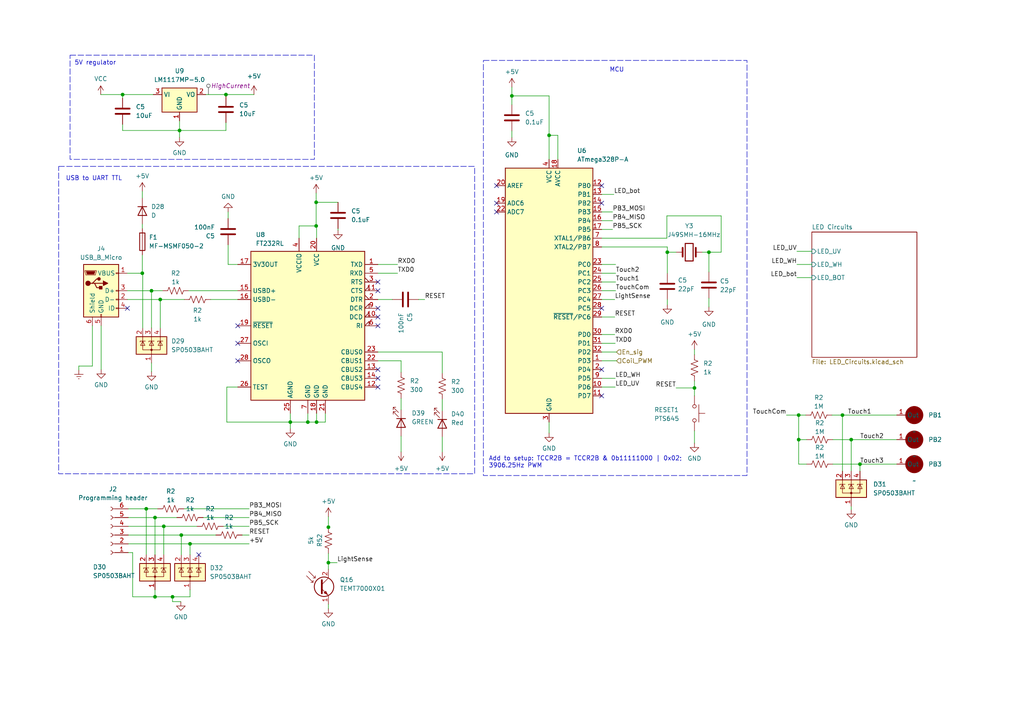
<source format=kicad_sch>
(kicad_sch (version 20230121) (generator eeschema)

  (uuid eddbaad3-5c22-49b5-9483-e71adf52cb46)

  (paper "A4")

  (title_block
    (title "MCU Implementation")
    (date "2023-08-12")
    (rev "V1.0")
    (company "Kevin Dueck")
  )

  (lib_symbols
    (symbol "Connector:Conn_01x06_Socket" (pin_names (offset 1.016) hide) (in_bom yes) (on_board yes)
      (property "Reference" "J" (at 0 7.62 0)
        (effects (font (size 1.27 1.27)))
      )
      (property "Value" "Conn_01x06_Socket" (at 0 -10.16 0)
        (effects (font (size 1.27 1.27)))
      )
      (property "Footprint" "" (at 0 0 0)
        (effects (font (size 1.27 1.27)) hide)
      )
      (property "Datasheet" "~" (at 0 0 0)
        (effects (font (size 1.27 1.27)) hide)
      )
      (property "ki_locked" "" (at 0 0 0)
        (effects (font (size 1.27 1.27)))
      )
      (property "ki_keywords" "connector" (at 0 0 0)
        (effects (font (size 1.27 1.27)) hide)
      )
      (property "ki_description" "Generic connector, single row, 01x06, script generated" (at 0 0 0)
        (effects (font (size 1.27 1.27)) hide)
      )
      (property "ki_fp_filters" "Connector*:*_1x??_*" (at 0 0 0)
        (effects (font (size 1.27 1.27)) hide)
      )
      (symbol "Conn_01x06_Socket_1_1"
        (arc (start 0 -7.112) (mid -0.5058 -7.62) (end 0 -8.128)
          (stroke (width 0.1524) (type default))
          (fill (type none))
        )
        (arc (start 0 -4.572) (mid -0.5058 -5.08) (end 0 -5.588)
          (stroke (width 0.1524) (type default))
          (fill (type none))
        )
        (arc (start 0 -2.032) (mid -0.5058 -2.54) (end 0 -3.048)
          (stroke (width 0.1524) (type default))
          (fill (type none))
        )
        (polyline
          (pts
            (xy -1.27 -7.62)
            (xy -0.508 -7.62)
          )
          (stroke (width 0.1524) (type default))
          (fill (type none))
        )
        (polyline
          (pts
            (xy -1.27 -5.08)
            (xy -0.508 -5.08)
          )
          (stroke (width 0.1524) (type default))
          (fill (type none))
        )
        (polyline
          (pts
            (xy -1.27 -2.54)
            (xy -0.508 -2.54)
          )
          (stroke (width 0.1524) (type default))
          (fill (type none))
        )
        (polyline
          (pts
            (xy -1.27 0)
            (xy -0.508 0)
          )
          (stroke (width 0.1524) (type default))
          (fill (type none))
        )
        (polyline
          (pts
            (xy -1.27 2.54)
            (xy -0.508 2.54)
          )
          (stroke (width 0.1524) (type default))
          (fill (type none))
        )
        (polyline
          (pts
            (xy -1.27 5.08)
            (xy -0.508 5.08)
          )
          (stroke (width 0.1524) (type default))
          (fill (type none))
        )
        (arc (start 0 0.508) (mid -0.5058 0) (end 0 -0.508)
          (stroke (width 0.1524) (type default))
          (fill (type none))
        )
        (arc (start 0 3.048) (mid -0.5058 2.54) (end 0 2.032)
          (stroke (width 0.1524) (type default))
          (fill (type none))
        )
        (arc (start 0 5.588) (mid -0.5058 5.08) (end 0 4.572)
          (stroke (width 0.1524) (type default))
          (fill (type none))
        )
        (pin passive line (at -5.08 5.08 0) (length 3.81)
          (name "Pin_1" (effects (font (size 1.27 1.27))))
          (number "1" (effects (font (size 1.27 1.27))))
        )
        (pin passive line (at -5.08 2.54 0) (length 3.81)
          (name "Pin_2" (effects (font (size 1.27 1.27))))
          (number "2" (effects (font (size 1.27 1.27))))
        )
        (pin passive line (at -5.08 0 0) (length 3.81)
          (name "Pin_3" (effects (font (size 1.27 1.27))))
          (number "3" (effects (font (size 1.27 1.27))))
        )
        (pin passive line (at -5.08 -2.54 0) (length 3.81)
          (name "Pin_4" (effects (font (size 1.27 1.27))))
          (number "4" (effects (font (size 1.27 1.27))))
        )
        (pin passive line (at -5.08 -5.08 0) (length 3.81)
          (name "Pin_5" (effects (font (size 1.27 1.27))))
          (number "5" (effects (font (size 1.27 1.27))))
        )
        (pin passive line (at -5.08 -7.62 0) (length 3.81)
          (name "Pin_6" (effects (font (size 1.27 1.27))))
          (number "6" (effects (font (size 1.27 1.27))))
        )
      )
    )
    (symbol "Connector:USB_B_Micro" (pin_names (offset 1.016)) (in_bom yes) (on_board yes)
      (property "Reference" "J" (at -5.08 11.43 0)
        (effects (font (size 1.27 1.27)) (justify left))
      )
      (property "Value" "USB_B_Micro" (at -5.08 8.89 0)
        (effects (font (size 1.27 1.27)) (justify left))
      )
      (property "Footprint" "" (at 3.81 -1.27 0)
        (effects (font (size 1.27 1.27)) hide)
      )
      (property "Datasheet" "~" (at 3.81 -1.27 0)
        (effects (font (size 1.27 1.27)) hide)
      )
      (property "ki_keywords" "connector USB micro" (at 0 0 0)
        (effects (font (size 1.27 1.27)) hide)
      )
      (property "ki_description" "USB Micro Type B connector" (at 0 0 0)
        (effects (font (size 1.27 1.27)) hide)
      )
      (property "ki_fp_filters" "USB*" (at 0 0 0)
        (effects (font (size 1.27 1.27)) hide)
      )
      (symbol "USB_B_Micro_0_1"
        (rectangle (start -5.08 -7.62) (end 5.08 7.62)
          (stroke (width 0.254) (type default))
          (fill (type background))
        )
        (circle (center -3.81 2.159) (radius 0.635)
          (stroke (width 0.254) (type default))
          (fill (type outline))
        )
        (circle (center -0.635 3.429) (radius 0.381)
          (stroke (width 0.254) (type default))
          (fill (type outline))
        )
        (rectangle (start -0.127 -7.62) (end 0.127 -6.858)
          (stroke (width 0) (type default))
          (fill (type none))
        )
        (polyline
          (pts
            (xy -1.905 2.159)
            (xy 0.635 2.159)
          )
          (stroke (width 0.254) (type default))
          (fill (type none))
        )
        (polyline
          (pts
            (xy -3.175 2.159)
            (xy -2.54 2.159)
            (xy -1.27 3.429)
            (xy -0.635 3.429)
          )
          (stroke (width 0.254) (type default))
          (fill (type none))
        )
        (polyline
          (pts
            (xy -2.54 2.159)
            (xy -1.905 2.159)
            (xy -1.27 0.889)
            (xy 0 0.889)
          )
          (stroke (width 0.254) (type default))
          (fill (type none))
        )
        (polyline
          (pts
            (xy 0.635 2.794)
            (xy 0.635 1.524)
            (xy 1.905 2.159)
            (xy 0.635 2.794)
          )
          (stroke (width 0.254) (type default))
          (fill (type outline))
        )
        (polyline
          (pts
            (xy -4.318 5.588)
            (xy -1.778 5.588)
            (xy -2.032 4.826)
            (xy -4.064 4.826)
            (xy -4.318 5.588)
          )
          (stroke (width 0) (type default))
          (fill (type outline))
        )
        (polyline
          (pts
            (xy -4.699 5.842)
            (xy -4.699 5.588)
            (xy -4.445 4.826)
            (xy -4.445 4.572)
            (xy -1.651 4.572)
            (xy -1.651 4.826)
            (xy -1.397 5.588)
            (xy -1.397 5.842)
            (xy -4.699 5.842)
          )
          (stroke (width 0) (type default))
          (fill (type none))
        )
        (rectangle (start 0.254 1.27) (end -0.508 0.508)
          (stroke (width 0.254) (type default))
          (fill (type outline))
        )
        (rectangle (start 5.08 -5.207) (end 4.318 -4.953)
          (stroke (width 0) (type default))
          (fill (type none))
        )
        (rectangle (start 5.08 -2.667) (end 4.318 -2.413)
          (stroke (width 0) (type default))
          (fill (type none))
        )
        (rectangle (start 5.08 -0.127) (end 4.318 0.127)
          (stroke (width 0) (type default))
          (fill (type none))
        )
        (rectangle (start 5.08 4.953) (end 4.318 5.207)
          (stroke (width 0) (type default))
          (fill (type none))
        )
      )
      (symbol "USB_B_Micro_1_1"
        (pin power_out line (at 7.62 5.08 180) (length 2.54)
          (name "VBUS" (effects (font (size 1.27 1.27))))
          (number "1" (effects (font (size 1.27 1.27))))
        )
        (pin bidirectional line (at 7.62 -2.54 180) (length 2.54)
          (name "D-" (effects (font (size 1.27 1.27))))
          (number "2" (effects (font (size 1.27 1.27))))
        )
        (pin bidirectional line (at 7.62 0 180) (length 2.54)
          (name "D+" (effects (font (size 1.27 1.27))))
          (number "3" (effects (font (size 1.27 1.27))))
        )
        (pin passive line (at 7.62 -5.08 180) (length 2.54)
          (name "ID" (effects (font (size 1.27 1.27))))
          (number "4" (effects (font (size 1.27 1.27))))
        )
        (pin power_out line (at 0 -10.16 90) (length 2.54)
          (name "GND" (effects (font (size 1.27 1.27))))
          (number "5" (effects (font (size 1.27 1.27))))
        )
        (pin passive line (at -2.54 -10.16 90) (length 2.54)
          (name "Shield" (effects (font (size 1.27 1.27))))
          (number "6" (effects (font (size 1.27 1.27))))
        )
      )
    )
    (symbol "Device:C" (pin_numbers hide) (pin_names (offset 0.254)) (in_bom yes) (on_board yes)
      (property "Reference" "C" (at 0.635 2.54 0)
        (effects (font (size 1.27 1.27)) (justify left))
      )
      (property "Value" "C" (at 0.635 -2.54 0)
        (effects (font (size 1.27 1.27)) (justify left))
      )
      (property "Footprint" "" (at 0.9652 -3.81 0)
        (effects (font (size 1.27 1.27)) hide)
      )
      (property "Datasheet" "~" (at 0 0 0)
        (effects (font (size 1.27 1.27)) hide)
      )
      (property "ki_keywords" "cap capacitor" (at 0 0 0)
        (effects (font (size 1.27 1.27)) hide)
      )
      (property "ki_description" "Unpolarized capacitor" (at 0 0 0)
        (effects (font (size 1.27 1.27)) hide)
      )
      (property "ki_fp_filters" "C_*" (at 0 0 0)
        (effects (font (size 1.27 1.27)) hide)
      )
      (symbol "C_0_1"
        (polyline
          (pts
            (xy -2.032 -0.762)
            (xy 2.032 -0.762)
          )
          (stroke (width 0.508) (type default))
          (fill (type none))
        )
        (polyline
          (pts
            (xy -2.032 0.762)
            (xy 2.032 0.762)
          )
          (stroke (width 0.508) (type default))
          (fill (type none))
        )
      )
      (symbol "C_1_1"
        (pin passive line (at 0 3.81 270) (length 2.794)
          (name "~" (effects (font (size 1.27 1.27))))
          (number "1" (effects (font (size 1.27 1.27))))
        )
        (pin passive line (at 0 -3.81 90) (length 2.794)
          (name "~" (effects (font (size 1.27 1.27))))
          (number "2" (effects (font (size 1.27 1.27))))
        )
      )
    )
    (symbol "Device:Crystal" (pin_numbers hide) (pin_names (offset 1.016) hide) (in_bom yes) (on_board yes)
      (property "Reference" "Y" (at 0 3.81 0)
        (effects (font (size 1.27 1.27)))
      )
      (property "Value" "Crystal" (at 0 -3.81 0)
        (effects (font (size 1.27 1.27)))
      )
      (property "Footprint" "" (at 0 0 0)
        (effects (font (size 1.27 1.27)) hide)
      )
      (property "Datasheet" "~" (at 0 0 0)
        (effects (font (size 1.27 1.27)) hide)
      )
      (property "ki_keywords" "quartz ceramic resonator oscillator" (at 0 0 0)
        (effects (font (size 1.27 1.27)) hide)
      )
      (property "ki_description" "Two pin crystal" (at 0 0 0)
        (effects (font (size 1.27 1.27)) hide)
      )
      (property "ki_fp_filters" "Crystal*" (at 0 0 0)
        (effects (font (size 1.27 1.27)) hide)
      )
      (symbol "Crystal_0_1"
        (rectangle (start -1.143 2.54) (end 1.143 -2.54)
          (stroke (width 0.3048) (type default))
          (fill (type none))
        )
        (polyline
          (pts
            (xy -2.54 0)
            (xy -1.905 0)
          )
          (stroke (width 0) (type default))
          (fill (type none))
        )
        (polyline
          (pts
            (xy -1.905 -1.27)
            (xy -1.905 1.27)
          )
          (stroke (width 0.508) (type default))
          (fill (type none))
        )
        (polyline
          (pts
            (xy 1.905 -1.27)
            (xy 1.905 1.27)
          )
          (stroke (width 0.508) (type default))
          (fill (type none))
        )
        (polyline
          (pts
            (xy 2.54 0)
            (xy 1.905 0)
          )
          (stroke (width 0) (type default))
          (fill (type none))
        )
      )
      (symbol "Crystal_1_1"
        (pin passive line (at -3.81 0 0) (length 1.27)
          (name "1" (effects (font (size 1.27 1.27))))
          (number "1" (effects (font (size 1.27 1.27))))
        )
        (pin passive line (at 3.81 0 180) (length 1.27)
          (name "2" (effects (font (size 1.27 1.27))))
          (number "2" (effects (font (size 1.27 1.27))))
        )
      )
    )
    (symbol "Device:D" (pin_numbers hide) (pin_names (offset 1.016) hide) (in_bom yes) (on_board yes)
      (property "Reference" "D" (at 0 2.54 0)
        (effects (font (size 1.27 1.27)))
      )
      (property "Value" "D" (at 0 -2.54 0)
        (effects (font (size 1.27 1.27)))
      )
      (property "Footprint" "" (at 0 0 0)
        (effects (font (size 1.27 1.27)) hide)
      )
      (property "Datasheet" "~" (at 0 0 0)
        (effects (font (size 1.27 1.27)) hide)
      )
      (property "Sim.Device" "D" (at 0 0 0)
        (effects (font (size 1.27 1.27)) hide)
      )
      (property "Sim.Pins" "1=K 2=A" (at 0 0 0)
        (effects (font (size 1.27 1.27)) hide)
      )
      (property "ki_keywords" "diode" (at 0 0 0)
        (effects (font (size 1.27 1.27)) hide)
      )
      (property "ki_description" "Diode" (at 0 0 0)
        (effects (font (size 1.27 1.27)) hide)
      )
      (property "ki_fp_filters" "TO-???* *_Diode_* *SingleDiode* D_*" (at 0 0 0)
        (effects (font (size 1.27 1.27)) hide)
      )
      (symbol "D_0_1"
        (polyline
          (pts
            (xy -1.27 1.27)
            (xy -1.27 -1.27)
          )
          (stroke (width 0.254) (type default))
          (fill (type none))
        )
        (polyline
          (pts
            (xy 1.27 0)
            (xy -1.27 0)
          )
          (stroke (width 0) (type default))
          (fill (type none))
        )
        (polyline
          (pts
            (xy 1.27 1.27)
            (xy 1.27 -1.27)
            (xy -1.27 0)
            (xy 1.27 1.27)
          )
          (stroke (width 0.254) (type default))
          (fill (type none))
        )
      )
      (symbol "D_1_1"
        (pin passive line (at -3.81 0 0) (length 2.54)
          (name "K" (effects (font (size 1.27 1.27))))
          (number "1" (effects (font (size 1.27 1.27))))
        )
        (pin passive line (at 3.81 0 180) (length 2.54)
          (name "A" (effects (font (size 1.27 1.27))))
          (number "2" (effects (font (size 1.27 1.27))))
        )
      )
    )
    (symbol "Device:Fuse" (pin_numbers hide) (pin_names (offset 0)) (in_bom yes) (on_board yes)
      (property "Reference" "F" (at 2.032 0 90)
        (effects (font (size 1.27 1.27)))
      )
      (property "Value" "Fuse" (at -1.905 0 90)
        (effects (font (size 1.27 1.27)))
      )
      (property "Footprint" "" (at -1.778 0 90)
        (effects (font (size 1.27 1.27)) hide)
      )
      (property "Datasheet" "~" (at 0 0 0)
        (effects (font (size 1.27 1.27)) hide)
      )
      (property "ki_keywords" "fuse" (at 0 0 0)
        (effects (font (size 1.27 1.27)) hide)
      )
      (property "ki_description" "Fuse" (at 0 0 0)
        (effects (font (size 1.27 1.27)) hide)
      )
      (property "ki_fp_filters" "*Fuse*" (at 0 0 0)
        (effects (font (size 1.27 1.27)) hide)
      )
      (symbol "Fuse_0_1"
        (rectangle (start -0.762 -2.54) (end 0.762 2.54)
          (stroke (width 0.254) (type default))
          (fill (type none))
        )
        (polyline
          (pts
            (xy 0 2.54)
            (xy 0 -2.54)
          )
          (stroke (width 0) (type default))
          (fill (type none))
        )
      )
      (symbol "Fuse_1_1"
        (pin passive line (at 0 3.81 270) (length 1.27)
          (name "~" (effects (font (size 1.27 1.27))))
          (number "1" (effects (font (size 1.27 1.27))))
        )
        (pin passive line (at 0 -3.81 90) (length 1.27)
          (name "~" (effects (font (size 1.27 1.27))))
          (number "2" (effects (font (size 1.27 1.27))))
        )
      )
    )
    (symbol "Device:LED" (pin_numbers hide) (pin_names (offset 1.016) hide) (in_bom yes) (on_board yes)
      (property "Reference" "D" (at 0 2.54 0)
        (effects (font (size 1.27 1.27)))
      )
      (property "Value" "LED" (at 0 -2.54 0)
        (effects (font (size 1.27 1.27)))
      )
      (property "Footprint" "" (at 0 0 0)
        (effects (font (size 1.27 1.27)) hide)
      )
      (property "Datasheet" "~" (at 0 0 0)
        (effects (font (size 1.27 1.27)) hide)
      )
      (property "ki_keywords" "LED diode" (at 0 0 0)
        (effects (font (size 1.27 1.27)) hide)
      )
      (property "ki_description" "Light emitting diode" (at 0 0 0)
        (effects (font (size 1.27 1.27)) hide)
      )
      (property "ki_fp_filters" "LED* LED_SMD:* LED_THT:*" (at 0 0 0)
        (effects (font (size 1.27 1.27)) hide)
      )
      (symbol "LED_0_1"
        (polyline
          (pts
            (xy -1.27 -1.27)
            (xy -1.27 1.27)
          )
          (stroke (width 0.254) (type default))
          (fill (type none))
        )
        (polyline
          (pts
            (xy -1.27 0)
            (xy 1.27 0)
          )
          (stroke (width 0) (type default))
          (fill (type none))
        )
        (polyline
          (pts
            (xy 1.27 -1.27)
            (xy 1.27 1.27)
            (xy -1.27 0)
            (xy 1.27 -1.27)
          )
          (stroke (width 0.254) (type default))
          (fill (type none))
        )
        (polyline
          (pts
            (xy -3.048 -0.762)
            (xy -4.572 -2.286)
            (xy -3.81 -2.286)
            (xy -4.572 -2.286)
            (xy -4.572 -1.524)
          )
          (stroke (width 0) (type default))
          (fill (type none))
        )
        (polyline
          (pts
            (xy -1.778 -0.762)
            (xy -3.302 -2.286)
            (xy -2.54 -2.286)
            (xy -3.302 -2.286)
            (xy -3.302 -1.524)
          )
          (stroke (width 0) (type default))
          (fill (type none))
        )
      )
      (symbol "LED_1_1"
        (pin passive line (at -3.81 0 0) (length 2.54)
          (name "K" (effects (font (size 1.27 1.27))))
          (number "1" (effects (font (size 1.27 1.27))))
        )
        (pin passive line (at 3.81 0 180) (length 2.54)
          (name "A" (effects (font (size 1.27 1.27))))
          (number "2" (effects (font (size 1.27 1.27))))
        )
      )
    )
    (symbol "Device:Q_Photo_NPN" (pin_names (offset 0) hide) (in_bom yes) (on_board yes)
      (property "Reference" "Q16" (at 5.842 2.0193 0)
        (effects (font (size 1.27 1.27)) (justify left))
      )
      (property "Value" "TEMT7000X01" (at 5.842 -0.5207 0)
        (effects (font (size 1.27 1.27)) (justify left))
      )
      (property "Footprint" "LED_SMD:LED_0805_2012Metric_Pad1.15x1.40mm_HandSolder" (at 5.08 2.54 0)
        (effects (font (size 1.27 1.27)) hide)
      )
      (property "Datasheet" "~" (at 0 0 0)
        (effects (font (size 1.27 1.27)) hide)
      )
      (property "ki_keywords" "phototransistor NPN" (at 0 0 0)
        (effects (font (size 1.27 1.27)) hide)
      )
      (property "ki_description" "NPN phototransistor, collector/emitter" (at 0 0 0)
        (effects (font (size 1.27 1.27)) hide)
      )
      (symbol "Q_Photo_NPN_0_1"
        (polyline
          (pts
            (xy -1.905 1.27)
            (xy -2.54 1.27)
          )
          (stroke (width 0) (type default))
          (fill (type none))
        )
        (polyline
          (pts
            (xy -1.27 2.54)
            (xy -1.905 2.54)
          )
          (stroke (width 0) (type default))
          (fill (type none))
        )
        (polyline
          (pts
            (xy 0.635 0.635)
            (xy 2.54 2.54)
          )
          (stroke (width 0) (type default))
          (fill (type none))
        )
        (polyline
          (pts
            (xy -3.81 3.175)
            (xy -1.905 1.27)
            (xy -1.905 1.905)
          )
          (stroke (width 0) (type default))
          (fill (type none))
        )
        (polyline
          (pts
            (xy -3.175 4.445)
            (xy -1.27 2.54)
            (xy -1.27 3.175)
          )
          (stroke (width 0) (type default))
          (fill (type none))
        )
        (polyline
          (pts
            (xy 0.635 -0.635)
            (xy 2.54 -2.54)
            (xy 2.54 -2.54)
          )
          (stroke (width 0) (type default))
          (fill (type none))
        )
        (polyline
          (pts
            (xy 0.635 1.905)
            (xy 0.635 -1.905)
            (xy 0.635 -1.905)
          )
          (stroke (width 0.508) (type default))
          (fill (type none))
        )
        (polyline
          (pts
            (xy 1.27 -1.778)
            (xy 1.778 -1.27)
            (xy 2.286 -2.286)
            (xy 1.27 -1.778)
            (xy 1.27 -1.778)
          )
          (stroke (width 0) (type default))
          (fill (type outline))
        )
        (circle (center 1.27 0) (radius 2.8194)
          (stroke (width 0.254) (type default))
          (fill (type none))
        )
      )
      (symbol "Q_Photo_NPN_1_1"
        (pin passive line (at 2.54 -5.08 90) (length 2.54)
          (name "E" (effects (font (size 1.27 1.27))))
          (number "1" (effects (font (size 1.27 1.27))))
        )
        (pin passive line (at 2.54 5.08 270) (length 2.54)
          (name "C" (effects (font (size 1.27 1.27))))
          (number "2" (effects (font (size 1.27 1.27))))
        )
      )
    )
    (symbol "Device:R_US" (pin_numbers hide) (pin_names (offset 0)) (in_bom yes) (on_board yes)
      (property "Reference" "R" (at 2.54 0 90)
        (effects (font (size 1.27 1.27)))
      )
      (property "Value" "R_US" (at -2.54 0 90)
        (effects (font (size 1.27 1.27)))
      )
      (property "Footprint" "" (at 1.016 -0.254 90)
        (effects (font (size 1.27 1.27)) hide)
      )
      (property "Datasheet" "~" (at 0 0 0)
        (effects (font (size 1.27 1.27)) hide)
      )
      (property "ki_keywords" "R res resistor" (at 0 0 0)
        (effects (font (size 1.27 1.27)) hide)
      )
      (property "ki_description" "Resistor, US symbol" (at 0 0 0)
        (effects (font (size 1.27 1.27)) hide)
      )
      (property "ki_fp_filters" "R_*" (at 0 0 0)
        (effects (font (size 1.27 1.27)) hide)
      )
      (symbol "R_US_0_1"
        (polyline
          (pts
            (xy 0 -2.286)
            (xy 0 -2.54)
          )
          (stroke (width 0) (type default))
          (fill (type none))
        )
        (polyline
          (pts
            (xy 0 2.286)
            (xy 0 2.54)
          )
          (stroke (width 0) (type default))
          (fill (type none))
        )
        (polyline
          (pts
            (xy 0 -0.762)
            (xy 1.016 -1.143)
            (xy 0 -1.524)
            (xy -1.016 -1.905)
            (xy 0 -2.286)
          )
          (stroke (width 0) (type default))
          (fill (type none))
        )
        (polyline
          (pts
            (xy 0 0.762)
            (xy 1.016 0.381)
            (xy 0 0)
            (xy -1.016 -0.381)
            (xy 0 -0.762)
          )
          (stroke (width 0) (type default))
          (fill (type none))
        )
        (polyline
          (pts
            (xy 0 2.286)
            (xy 1.016 1.905)
            (xy 0 1.524)
            (xy -1.016 1.143)
            (xy 0 0.762)
          )
          (stroke (width 0) (type default))
          (fill (type none))
        )
      )
      (symbol "R_US_1_1"
        (pin passive line (at 0 3.81 270) (length 1.27)
          (name "~" (effects (font (size 1.27 1.27))))
          (number "1" (effects (font (size 1.27 1.27))))
        )
        (pin passive line (at 0 -3.81 90) (length 1.27)
          (name "~" (effects (font (size 1.27 1.27))))
          (number "2" (effects (font (size 1.27 1.27))))
        )
      )
    )
    (symbol "Interface_USB:FT232RL" (in_bom yes) (on_board yes)
      (property "Reference" "U" (at -16.51 22.86 0)
        (effects (font (size 1.27 1.27)) (justify left))
      )
      (property "Value" "FT232RL" (at 10.16 22.86 0)
        (effects (font (size 1.27 1.27)) (justify left))
      )
      (property "Footprint" "Package_SO:SSOP-28_5.3x10.2mm_P0.65mm" (at 27.94 -22.86 0)
        (effects (font (size 1.27 1.27)) hide)
      )
      (property "Datasheet" "https://www.ftdichip.com/Support/Documents/DataSheets/ICs/DS_FT232R.pdf" (at 0 0 0)
        (effects (font (size 1.27 1.27)) hide)
      )
      (property "ki_keywords" "FTDI USB Serial" (at 0 0 0)
        (effects (font (size 1.27 1.27)) hide)
      )
      (property "ki_description" "USB to Serial Interface, SSOP-28" (at 0 0 0)
        (effects (font (size 1.27 1.27)) hide)
      )
      (property "ki_fp_filters" "SSOP*5.3x10.2mm*P0.65mm*" (at 0 0 0)
        (effects (font (size 1.27 1.27)) hide)
      )
      (symbol "FT232RL_0_1"
        (rectangle (start -16.51 21.59) (end 16.51 -21.59)
          (stroke (width 0.254) (type default))
          (fill (type background))
        )
      )
      (symbol "FT232RL_1_1"
        (pin output line (at 20.32 17.78 180) (length 3.81)
          (name "TXD" (effects (font (size 1.27 1.27))))
          (number "1" (effects (font (size 1.27 1.27))))
        )
        (pin input input_low (at 20.32 2.54 180) (length 3.81)
          (name "DCD" (effects (font (size 1.27 1.27))))
          (number "10" (effects (font (size 1.27 1.27))))
        )
        (pin input input_low (at 20.32 10.16 180) (length 3.81)
          (name "CTS" (effects (font (size 1.27 1.27))))
          (number "11" (effects (font (size 1.27 1.27))))
        )
        (pin bidirectional line (at 20.32 -17.78 180) (length 3.81)
          (name "CBUS4" (effects (font (size 1.27 1.27))))
          (number "12" (effects (font (size 1.27 1.27))))
        )
        (pin bidirectional line (at 20.32 -12.7 180) (length 3.81)
          (name "CBUS2" (effects (font (size 1.27 1.27))))
          (number "13" (effects (font (size 1.27 1.27))))
        )
        (pin bidirectional line (at 20.32 -15.24 180) (length 3.81)
          (name "CBUS3" (effects (font (size 1.27 1.27))))
          (number "14" (effects (font (size 1.27 1.27))))
        )
        (pin bidirectional line (at -20.32 10.16 0) (length 3.81)
          (name "USBD+" (effects (font (size 1.27 1.27))))
          (number "15" (effects (font (size 1.27 1.27))))
        )
        (pin bidirectional line (at -20.32 7.62 0) (length 3.81)
          (name "USBD-" (effects (font (size 1.27 1.27))))
          (number "16" (effects (font (size 1.27 1.27))))
        )
        (pin power_out line (at -20.32 17.78 0) (length 3.81)
          (name "3V3OUT" (effects (font (size 1.27 1.27))))
          (number "17" (effects (font (size 1.27 1.27))))
        )
        (pin power_in line (at 2.54 -25.4 90) (length 3.81)
          (name "GND" (effects (font (size 1.27 1.27))))
          (number "18" (effects (font (size 1.27 1.27))))
        )
        (pin input line (at -20.32 0 0) (length 3.81)
          (name "~{RESET}" (effects (font (size 1.27 1.27))))
          (number "19" (effects (font (size 1.27 1.27))))
        )
        (pin output output_low (at 20.32 7.62 180) (length 3.81)
          (name "DTR" (effects (font (size 1.27 1.27))))
          (number "2" (effects (font (size 1.27 1.27))))
        )
        (pin power_in line (at 2.54 25.4 270) (length 3.81)
          (name "VCC" (effects (font (size 1.27 1.27))))
          (number "20" (effects (font (size 1.27 1.27))))
        )
        (pin power_in line (at 5.08 -25.4 90) (length 3.81)
          (name "GND" (effects (font (size 1.27 1.27))))
          (number "21" (effects (font (size 1.27 1.27))))
        )
        (pin bidirectional line (at 20.32 -10.16 180) (length 3.81)
          (name "CBUS1" (effects (font (size 1.27 1.27))))
          (number "22" (effects (font (size 1.27 1.27))))
        )
        (pin bidirectional line (at 20.32 -7.62 180) (length 3.81)
          (name "CBUS0" (effects (font (size 1.27 1.27))))
          (number "23" (effects (font (size 1.27 1.27))))
        )
        (pin power_in line (at -5.08 -25.4 90) (length 3.81)
          (name "AGND" (effects (font (size 1.27 1.27))))
          (number "25" (effects (font (size 1.27 1.27))))
        )
        (pin input line (at -20.32 -17.78 0) (length 3.81)
          (name "TEST" (effects (font (size 1.27 1.27))))
          (number "26" (effects (font (size 1.27 1.27))))
        )
        (pin input line (at -20.32 -5.08 0) (length 3.81)
          (name "OSCI" (effects (font (size 1.27 1.27))))
          (number "27" (effects (font (size 1.27 1.27))))
        )
        (pin output line (at -20.32 -10.16 0) (length 3.81)
          (name "OSCO" (effects (font (size 1.27 1.27))))
          (number "28" (effects (font (size 1.27 1.27))))
        )
        (pin output output_low (at 20.32 12.7 180) (length 3.81)
          (name "RTS" (effects (font (size 1.27 1.27))))
          (number "3" (effects (font (size 1.27 1.27))))
        )
        (pin power_in line (at -2.54 25.4 270) (length 3.81)
          (name "VCCIO" (effects (font (size 1.27 1.27))))
          (number "4" (effects (font (size 1.27 1.27))))
        )
        (pin input line (at 20.32 15.24 180) (length 3.81)
          (name "RXD" (effects (font (size 1.27 1.27))))
          (number "5" (effects (font (size 1.27 1.27))))
        )
        (pin input input_low (at 20.32 0 180) (length 3.81)
          (name "RI" (effects (font (size 1.27 1.27))))
          (number "6" (effects (font (size 1.27 1.27))))
        )
        (pin power_in line (at 0 -25.4 90) (length 3.81)
          (name "GND" (effects (font (size 1.27 1.27))))
          (number "7" (effects (font (size 1.27 1.27))))
        )
        (pin input input_low (at 20.32 5.08 180) (length 3.81)
          (name "DCR" (effects (font (size 1.27 1.27))))
          (number "9" (effects (font (size 1.27 1.27))))
        )
      )
    )
    (symbol "MCU_Microchip_ATmega:ATmega328P-A" (in_bom yes) (on_board yes)
      (property "Reference" "U" (at -12.7 36.83 0)
        (effects (font (size 1.27 1.27)) (justify left bottom))
      )
      (property "Value" "ATmega328P-A" (at 2.54 -36.83 0)
        (effects (font (size 1.27 1.27)) (justify left top))
      )
      (property "Footprint" "Package_QFP:TQFP-32_7x7mm_P0.8mm" (at 0 0 0)
        (effects (font (size 1.27 1.27) italic) hide)
      )
      (property "Datasheet" "http://ww1.microchip.com/downloads/en/DeviceDoc/ATmega328_P%20AVR%20MCU%20with%20picoPower%20Technology%20Data%20Sheet%2040001984A.pdf" (at 0 0 0)
        (effects (font (size 1.27 1.27)) hide)
      )
      (property "ki_keywords" "AVR 8bit Microcontroller MegaAVR PicoPower" (at 0 0 0)
        (effects (font (size 1.27 1.27)) hide)
      )
      (property "ki_description" "20MHz, 32kB Flash, 2kB SRAM, 1kB EEPROM, TQFP-32" (at 0 0 0)
        (effects (font (size 1.27 1.27)) hide)
      )
      (property "ki_fp_filters" "TQFP*7x7mm*P0.8mm*" (at 0 0 0)
        (effects (font (size 1.27 1.27)) hide)
      )
      (symbol "ATmega328P-A_0_1"
        (rectangle (start -12.7 -35.56) (end 12.7 35.56)
          (stroke (width 0.254) (type default))
          (fill (type background))
        )
      )
      (symbol "ATmega328P-A_1_1"
        (pin bidirectional line (at 15.24 -20.32 180) (length 2.54)
          (name "PD3" (effects (font (size 1.27 1.27))))
          (number "1" (effects (font (size 1.27 1.27))))
        )
        (pin bidirectional line (at 15.24 -27.94 180) (length 2.54)
          (name "PD6" (effects (font (size 1.27 1.27))))
          (number "10" (effects (font (size 1.27 1.27))))
        )
        (pin bidirectional line (at 15.24 -30.48 180) (length 2.54)
          (name "PD7" (effects (font (size 1.27 1.27))))
          (number "11" (effects (font (size 1.27 1.27))))
        )
        (pin bidirectional line (at 15.24 30.48 180) (length 2.54)
          (name "PB0" (effects (font (size 1.27 1.27))))
          (number "12" (effects (font (size 1.27 1.27))))
        )
        (pin bidirectional line (at 15.24 27.94 180) (length 2.54)
          (name "PB1" (effects (font (size 1.27 1.27))))
          (number "13" (effects (font (size 1.27 1.27))))
        )
        (pin bidirectional line (at 15.24 25.4 180) (length 2.54)
          (name "PB2" (effects (font (size 1.27 1.27))))
          (number "14" (effects (font (size 1.27 1.27))))
        )
        (pin bidirectional line (at 15.24 22.86 180) (length 2.54)
          (name "PB3" (effects (font (size 1.27 1.27))))
          (number "15" (effects (font (size 1.27 1.27))))
        )
        (pin bidirectional line (at 15.24 20.32 180) (length 2.54)
          (name "PB4" (effects (font (size 1.27 1.27))))
          (number "16" (effects (font (size 1.27 1.27))))
        )
        (pin bidirectional line (at 15.24 17.78 180) (length 2.54)
          (name "PB5" (effects (font (size 1.27 1.27))))
          (number "17" (effects (font (size 1.27 1.27))))
        )
        (pin power_in line (at 2.54 38.1 270) (length 2.54)
          (name "AVCC" (effects (font (size 1.27 1.27))))
          (number "18" (effects (font (size 1.27 1.27))))
        )
        (pin input line (at -15.24 25.4 0) (length 2.54)
          (name "ADC6" (effects (font (size 1.27 1.27))))
          (number "19" (effects (font (size 1.27 1.27))))
        )
        (pin bidirectional line (at 15.24 -22.86 180) (length 2.54)
          (name "PD4" (effects (font (size 1.27 1.27))))
          (number "2" (effects (font (size 1.27 1.27))))
        )
        (pin passive line (at -15.24 30.48 0) (length 2.54)
          (name "AREF" (effects (font (size 1.27 1.27))))
          (number "20" (effects (font (size 1.27 1.27))))
        )
        (pin passive line (at 0 -38.1 90) (length 2.54) hide
          (name "GND" (effects (font (size 1.27 1.27))))
          (number "21" (effects (font (size 1.27 1.27))))
        )
        (pin input line (at -15.24 22.86 0) (length 2.54)
          (name "ADC7" (effects (font (size 1.27 1.27))))
          (number "22" (effects (font (size 1.27 1.27))))
        )
        (pin bidirectional line (at 15.24 7.62 180) (length 2.54)
          (name "PC0" (effects (font (size 1.27 1.27))))
          (number "23" (effects (font (size 1.27 1.27))))
        )
        (pin bidirectional line (at 15.24 5.08 180) (length 2.54)
          (name "PC1" (effects (font (size 1.27 1.27))))
          (number "24" (effects (font (size 1.27 1.27))))
        )
        (pin bidirectional line (at 15.24 2.54 180) (length 2.54)
          (name "PC2" (effects (font (size 1.27 1.27))))
          (number "25" (effects (font (size 1.27 1.27))))
        )
        (pin bidirectional line (at 15.24 0 180) (length 2.54)
          (name "PC3" (effects (font (size 1.27 1.27))))
          (number "26" (effects (font (size 1.27 1.27))))
        )
        (pin bidirectional line (at 15.24 -2.54 180) (length 2.54)
          (name "PC4" (effects (font (size 1.27 1.27))))
          (number "27" (effects (font (size 1.27 1.27))))
        )
        (pin bidirectional line (at 15.24 -5.08 180) (length 2.54)
          (name "PC5" (effects (font (size 1.27 1.27))))
          (number "28" (effects (font (size 1.27 1.27))))
        )
        (pin bidirectional line (at 15.24 -7.62 180) (length 2.54)
          (name "~{RESET}/PC6" (effects (font (size 1.27 1.27))))
          (number "29" (effects (font (size 1.27 1.27))))
        )
        (pin power_in line (at 0 -38.1 90) (length 2.54)
          (name "GND" (effects (font (size 1.27 1.27))))
          (number "3" (effects (font (size 1.27 1.27))))
        )
        (pin bidirectional line (at 15.24 -12.7 180) (length 2.54)
          (name "PD0" (effects (font (size 1.27 1.27))))
          (number "30" (effects (font (size 1.27 1.27))))
        )
        (pin bidirectional line (at 15.24 -15.24 180) (length 2.54)
          (name "PD1" (effects (font (size 1.27 1.27))))
          (number "31" (effects (font (size 1.27 1.27))))
        )
        (pin bidirectional line (at 15.24 -17.78 180) (length 2.54)
          (name "PD2" (effects (font (size 1.27 1.27))))
          (number "32" (effects (font (size 1.27 1.27))))
        )
        (pin power_in line (at 0 38.1 270) (length 2.54)
          (name "VCC" (effects (font (size 1.27 1.27))))
          (number "4" (effects (font (size 1.27 1.27))))
        )
        (pin passive line (at 0 -38.1 90) (length 2.54) hide
          (name "GND" (effects (font (size 1.27 1.27))))
          (number "5" (effects (font (size 1.27 1.27))))
        )
        (pin passive line (at 0 38.1 270) (length 2.54) hide
          (name "VCC" (effects (font (size 1.27 1.27))))
          (number "6" (effects (font (size 1.27 1.27))))
        )
        (pin bidirectional line (at 15.24 15.24 180) (length 2.54)
          (name "XTAL1/PB6" (effects (font (size 1.27 1.27))))
          (number "7" (effects (font (size 1.27 1.27))))
        )
        (pin bidirectional line (at 15.24 12.7 180) (length 2.54)
          (name "XTAL2/PB7" (effects (font (size 1.27 1.27))))
          (number "8" (effects (font (size 1.27 1.27))))
        )
        (pin bidirectional line (at 15.24 -25.4 180) (length 2.54)
          (name "PD5" (effects (font (size 1.27 1.27))))
          (number "9" (effects (font (size 1.27 1.27))))
        )
      )
    )
    (symbol "MagLev_Library:Cap_Touch" (in_bom no) (on_board yes)
      (property "Reference" "PB" (at 0 0 0)
        (effects (font (size 1.27 1.27)))
      )
      (property "Value" "" (at 0 0 0)
        (effects (font (size 1.27 1.27)))
      )
      (property "Footprint" "" (at 0 0 0)
        (effects (font (size 1.27 1.27)) hide)
      )
      (property "Datasheet" "" (at 0 0 0)
        (effects (font (size 1.27 1.27)) hide)
      )
      (symbol "Cap_Touch_1_1"
        (circle (center 0 -4.826) (radius 2.54)
          (stroke (width 0) (type default))
          (fill (type outline))
        )
        (pin output line (at 5.08 -4.826 180) (length 2.54)
          (name "Out" (effects (font (size 1.27 1.27))))
          (number "1" (effects (font (size 1.27 1.27))))
        )
      )
    )
    (symbol "Power_Protection:SP0503BAHT" (pin_names hide) (in_bom yes) (on_board yes)
      (property "Reference" "D" (at 5.715 2.54 0)
        (effects (font (size 1.27 1.27)) (justify left))
      )
      (property "Value" "SP0503BAHT" (at 5.715 0.635 0)
        (effects (font (size 1.27 1.27)) (justify left))
      )
      (property "Footprint" "Package_TO_SOT_SMD:SOT-143" (at 5.715 -1.27 0)
        (effects (font (size 1.27 1.27)) (justify left) hide)
      )
      (property "Datasheet" "http://www.littelfuse.com/~/media/files/littelfuse/technical%20resources/documents/data%20sheets/sp05xxba.pdf" (at 3.175 3.175 0)
        (effects (font (size 1.27 1.27)) hide)
      )
      (property "ki_keywords" "usb esd protection suppression transient" (at 0 0 0)
        (effects (font (size 1.27 1.27)) hide)
      )
      (property "ki_description" "TVS Diode Array, 5.5V Standoff, 3 Channels, SOT-143 package" (at 0 0 0)
        (effects (font (size 1.27 1.27)) hide)
      )
      (property "ki_fp_filters" "SOT?143*" (at 0 0 0)
        (effects (font (size 1.27 1.27)) hide)
      )
      (symbol "SP0503BAHT_0_0"
        (pin passive line (at 0 -5.08 90) (length 2.54)
          (name "A" (effects (font (size 1.27 1.27))))
          (number "1" (effects (font (size 1.27 1.27))))
        )
      )
      (symbol "SP0503BAHT_0_1"
        (rectangle (start -4.445 2.54) (end 4.445 -2.54)
          (stroke (width 0.254) (type default))
          (fill (type background))
        )
        (circle (center 0 -1.27) (radius 0.254)
          (stroke (width 0) (type default))
          (fill (type outline))
        )
        (polyline
          (pts
            (xy -2.54 2.54)
            (xy -2.54 1.27)
          )
          (stroke (width 0) (type default))
          (fill (type none))
        )
        (polyline
          (pts
            (xy 0 -1.27)
            (xy 0 -2.54)
          )
          (stroke (width 0) (type default))
          (fill (type none))
        )
        (polyline
          (pts
            (xy 0 -1.27)
            (xy 0 1.27)
          )
          (stroke (width 0) (type default))
          (fill (type none))
        )
        (polyline
          (pts
            (xy 0 2.54)
            (xy 0 1.27)
          )
          (stroke (width 0) (type default))
          (fill (type none))
        )
        (polyline
          (pts
            (xy 0.635 1.27)
            (xy 0.762 1.27)
          )
          (stroke (width 0) (type default))
          (fill (type none))
        )
        (polyline
          (pts
            (xy 2.54 2.54)
            (xy 2.54 1.27)
          )
          (stroke (width 0) (type default))
          (fill (type none))
        )
        (polyline
          (pts
            (xy 0.635 1.27)
            (xy -0.762 1.27)
            (xy -0.762 1.016)
          )
          (stroke (width 0) (type default))
          (fill (type none))
        )
        (polyline
          (pts
            (xy -3.302 1.016)
            (xy -3.302 1.27)
            (xy -1.905 1.27)
            (xy -1.778 1.27)
          )
          (stroke (width 0) (type default))
          (fill (type none))
        )
        (polyline
          (pts
            (xy -2.54 1.27)
            (xy -2.54 -1.27)
            (xy 2.54 -1.27)
            (xy 2.54 1.27)
          )
          (stroke (width 0) (type default))
          (fill (type none))
        )
        (polyline
          (pts
            (xy -2.54 1.27)
            (xy -1.905 0)
            (xy -3.175 0)
            (xy -2.54 1.27)
          )
          (stroke (width 0) (type default))
          (fill (type none))
        )
        (polyline
          (pts
            (xy 0.635 0)
            (xy -0.635 0)
            (xy 0 1.27)
            (xy 0.635 0)
          )
          (stroke (width 0) (type default))
          (fill (type none))
        )
        (polyline
          (pts
            (xy 1.778 1.016)
            (xy 1.778 1.27)
            (xy 3.175 1.27)
            (xy 3.302 1.27)
          )
          (stroke (width 0) (type default))
          (fill (type none))
        )
        (polyline
          (pts
            (xy 2.54 1.27)
            (xy 1.905 0)
            (xy 3.175 0)
            (xy 2.54 1.27)
          )
          (stroke (width 0) (type default))
          (fill (type none))
        )
      )
      (symbol "SP0503BAHT_1_1"
        (pin passive line (at -2.54 5.08 270) (length 2.54)
          (name "K" (effects (font (size 1.27 1.27))))
          (number "2" (effects (font (size 1.27 1.27))))
        )
        (pin passive line (at 0 5.08 270) (length 2.54)
          (name "K" (effects (font (size 1.27 1.27))))
          (number "3" (effects (font (size 1.27 1.27))))
        )
        (pin passive line (at 2.54 5.08 270) (length 2.54)
          (name "K" (effects (font (size 1.27 1.27))))
          (number "4" (effects (font (size 1.27 1.27))))
        )
      )
    )
    (symbol "Regulator_Linear:LM1117MP-5.0" (in_bom yes) (on_board yes)
      (property "Reference" "U" (at -3.81 3.175 0)
        (effects (font (size 1.27 1.27)))
      )
      (property "Value" "LM1117MP-5.0" (at 0 3.175 0)
        (effects (font (size 1.27 1.27)) (justify left))
      )
      (property "Footprint" "Package_TO_SOT_SMD:SOT-223-3_TabPin2" (at 0 0 0)
        (effects (font (size 1.27 1.27)) hide)
      )
      (property "Datasheet" "http://www.ti.com/lit/ds/symlink/lm1117.pdf" (at 0 0 0)
        (effects (font (size 1.27 1.27)) hide)
      )
      (property "ki_keywords" "linear regulator ldo fixed positive" (at 0 0 0)
        (effects (font (size 1.27 1.27)) hide)
      )
      (property "ki_description" "800mA Low-Dropout Linear Regulator, 5.0V fixed output, SOT-223" (at 0 0 0)
        (effects (font (size 1.27 1.27)) hide)
      )
      (property "ki_fp_filters" "SOT?223*" (at 0 0 0)
        (effects (font (size 1.27 1.27)) hide)
      )
      (symbol "LM1117MP-5.0_0_1"
        (rectangle (start -5.08 -5.08) (end 5.08 1.905)
          (stroke (width 0.254) (type default))
          (fill (type background))
        )
      )
      (symbol "LM1117MP-5.0_1_1"
        (pin power_in line (at 0 -7.62 90) (length 2.54)
          (name "GND" (effects (font (size 1.27 1.27))))
          (number "1" (effects (font (size 1.27 1.27))))
        )
        (pin power_out line (at 7.62 0 180) (length 2.54)
          (name "VO" (effects (font (size 1.27 1.27))))
          (number "2" (effects (font (size 1.27 1.27))))
        )
        (pin power_in line (at -7.62 0 0) (length 2.54)
          (name "VI" (effects (font (size 1.27 1.27))))
          (number "3" (effects (font (size 1.27 1.27))))
        )
      )
    )
    (symbol "Switch:SW_Push" (pin_numbers hide) (pin_names (offset 1.016) hide) (in_bom yes) (on_board yes)
      (property "Reference" "SW" (at 1.27 2.54 0)
        (effects (font (size 1.27 1.27)) (justify left))
      )
      (property "Value" "SW_Push" (at 0 -1.524 0)
        (effects (font (size 1.27 1.27)))
      )
      (property "Footprint" "" (at 0 5.08 0)
        (effects (font (size 1.27 1.27)) hide)
      )
      (property "Datasheet" "~" (at 0 5.08 0)
        (effects (font (size 1.27 1.27)) hide)
      )
      (property "ki_keywords" "switch normally-open pushbutton push-button" (at 0 0 0)
        (effects (font (size 1.27 1.27)) hide)
      )
      (property "ki_description" "Push button switch, generic, two pins" (at 0 0 0)
        (effects (font (size 1.27 1.27)) hide)
      )
      (symbol "SW_Push_0_1"
        (circle (center -2.032 0) (radius 0.508)
          (stroke (width 0) (type default))
          (fill (type none))
        )
        (polyline
          (pts
            (xy 0 1.27)
            (xy 0 3.048)
          )
          (stroke (width 0) (type default))
          (fill (type none))
        )
        (polyline
          (pts
            (xy 2.54 1.27)
            (xy -2.54 1.27)
          )
          (stroke (width 0) (type default))
          (fill (type none))
        )
        (circle (center 2.032 0) (radius 0.508)
          (stroke (width 0) (type default))
          (fill (type none))
        )
        (pin passive line (at -5.08 0 0) (length 2.54)
          (name "1" (effects (font (size 1.27 1.27))))
          (number "1" (effects (font (size 1.27 1.27))))
        )
        (pin passive line (at 5.08 0 180) (length 2.54)
          (name "2" (effects (font (size 1.27 1.27))))
          (number "2" (effects (font (size 1.27 1.27))))
        )
      )
    )
    (symbol "power:+5V" (power) (pin_names (offset 0)) (in_bom yes) (on_board yes)
      (property "Reference" "#PWR" (at 0 -3.81 0)
        (effects (font (size 1.27 1.27)) hide)
      )
      (property "Value" "+5V" (at 0 3.556 0)
        (effects (font (size 1.27 1.27)))
      )
      (property "Footprint" "" (at 0 0 0)
        (effects (font (size 1.27 1.27)) hide)
      )
      (property "Datasheet" "" (at 0 0 0)
        (effects (font (size 1.27 1.27)) hide)
      )
      (property "ki_keywords" "global power" (at 0 0 0)
        (effects (font (size 1.27 1.27)) hide)
      )
      (property "ki_description" "Power symbol creates a global label with name \"+5V\"" (at 0 0 0)
        (effects (font (size 1.27 1.27)) hide)
      )
      (symbol "+5V_0_1"
        (polyline
          (pts
            (xy -0.762 1.27)
            (xy 0 2.54)
          )
          (stroke (width 0) (type default))
          (fill (type none))
        )
        (polyline
          (pts
            (xy 0 0)
            (xy 0 2.54)
          )
          (stroke (width 0) (type default))
          (fill (type none))
        )
        (polyline
          (pts
            (xy 0 2.54)
            (xy 0.762 1.27)
          )
          (stroke (width 0) (type default))
          (fill (type none))
        )
      )
      (symbol "+5V_1_1"
        (pin power_in line (at 0 0 90) (length 0) hide
          (name "+5V" (effects (font (size 1.27 1.27))))
          (number "1" (effects (font (size 1.27 1.27))))
        )
      )
    )
    (symbol "power:Earth" (power) (pin_names (offset 0)) (in_bom yes) (on_board yes)
      (property "Reference" "#PWR" (at 0 -6.35 0)
        (effects (font (size 1.27 1.27)) hide)
      )
      (property "Value" "Earth" (at 0 -3.81 0)
        (effects (font (size 1.27 1.27)) hide)
      )
      (property "Footprint" "" (at 0 0 0)
        (effects (font (size 1.27 1.27)) hide)
      )
      (property "Datasheet" "~" (at 0 0 0)
        (effects (font (size 1.27 1.27)) hide)
      )
      (property "ki_keywords" "global ground gnd" (at 0 0 0)
        (effects (font (size 1.27 1.27)) hide)
      )
      (property "ki_description" "Power symbol creates a global label with name \"Earth\"" (at 0 0 0)
        (effects (font (size 1.27 1.27)) hide)
      )
      (symbol "Earth_0_1"
        (polyline
          (pts
            (xy -0.635 -1.905)
            (xy 0.635 -1.905)
          )
          (stroke (width 0) (type default))
          (fill (type none))
        )
        (polyline
          (pts
            (xy -0.127 -2.54)
            (xy 0.127 -2.54)
          )
          (stroke (width 0) (type default))
          (fill (type none))
        )
        (polyline
          (pts
            (xy 0 -1.27)
            (xy 0 0)
          )
          (stroke (width 0) (type default))
          (fill (type none))
        )
        (polyline
          (pts
            (xy 1.27 -1.27)
            (xy -1.27 -1.27)
          )
          (stroke (width 0) (type default))
          (fill (type none))
        )
      )
      (symbol "Earth_1_1"
        (pin power_in line (at 0 0 270) (length 0) hide
          (name "Earth" (effects (font (size 1.27 1.27))))
          (number "1" (effects (font (size 1.27 1.27))))
        )
      )
    )
    (symbol "power:GND" (power) (pin_names (offset 0)) (in_bom yes) (on_board yes)
      (property "Reference" "#PWR" (at 0 -6.35 0)
        (effects (font (size 1.27 1.27)) hide)
      )
      (property "Value" "GND" (at 0 -3.81 0)
        (effects (font (size 1.27 1.27)))
      )
      (property "Footprint" "" (at 0 0 0)
        (effects (font (size 1.27 1.27)) hide)
      )
      (property "Datasheet" "" (at 0 0 0)
        (effects (font (size 1.27 1.27)) hide)
      )
      (property "ki_keywords" "global power" (at 0 0 0)
        (effects (font (size 1.27 1.27)) hide)
      )
      (property "ki_description" "Power symbol creates a global label with name \"GND\" , ground" (at 0 0 0)
        (effects (font (size 1.27 1.27)) hide)
      )
      (symbol "GND_0_1"
        (polyline
          (pts
            (xy 0 0)
            (xy 0 -1.27)
            (xy 1.27 -1.27)
            (xy 0 -2.54)
            (xy -1.27 -1.27)
            (xy 0 -1.27)
          )
          (stroke (width 0) (type default))
          (fill (type none))
        )
      )
      (symbol "GND_1_1"
        (pin power_in line (at 0 0 270) (length 0) hide
          (name "GND" (effects (font (size 1.27 1.27))))
          (number "1" (effects (font (size 1.27 1.27))))
        )
      )
    )
    (symbol "power:VCC" (power) (pin_names (offset 0)) (in_bom yes) (on_board yes)
      (property "Reference" "#PWR" (at 0 -3.81 0)
        (effects (font (size 1.27 1.27)) hide)
      )
      (property "Value" "VCC" (at 0 3.81 0)
        (effects (font (size 1.27 1.27)))
      )
      (property "Footprint" "" (at 0 0 0)
        (effects (font (size 1.27 1.27)) hide)
      )
      (property "Datasheet" "" (at 0 0 0)
        (effects (font (size 1.27 1.27)) hide)
      )
      (property "ki_keywords" "global power" (at 0 0 0)
        (effects (font (size 1.27 1.27)) hide)
      )
      (property "ki_description" "Power symbol creates a global label with name \"VCC\"" (at 0 0 0)
        (effects (font (size 1.27 1.27)) hide)
      )
      (symbol "VCC_0_1"
        (polyline
          (pts
            (xy -0.762 1.27)
            (xy 0 2.54)
          )
          (stroke (width 0) (type default))
          (fill (type none))
        )
        (polyline
          (pts
            (xy 0 0)
            (xy 0 2.54)
          )
          (stroke (width 0) (type default))
          (fill (type none))
        )
        (polyline
          (pts
            (xy 0 2.54)
            (xy 0.762 1.27)
          )
          (stroke (width 0) (type default))
          (fill (type none))
        )
      )
      (symbol "VCC_1_1"
        (pin power_in line (at 0 0 90) (length 0) hide
          (name "VCC" (effects (font (size 1.27 1.27))))
          (number "1" (effects (font (size 1.27 1.27))))
        )
      )
    )
  )

  (junction (at 244.348 120.396) (diameter 0) (color 0 0 0 0)
    (uuid 0650692b-1c98-4e32-bf40-0ec7722050d8)
  )
  (junction (at 91.694 65.532) (diameter 0) (color 0 0 0 0)
    (uuid 0a024a0a-a371-4964-a6eb-8a2163ea6027)
  )
  (junction (at 84.201 122.428) (diameter 0) (color 0 0 0 0)
    (uuid 0ac9bb19-106d-41db-9876-78b379d73084)
  )
  (junction (at 91.694 58.674) (diameter 0) (color 0 0 0 0)
    (uuid 0b42a0ae-37dd-4bd4-a0e8-56c31ad77e78)
  )
  (junction (at 65.532 27.432) (diameter 0) (color 0 0 0 0)
    (uuid 116df470-1540-4738-b0d7-6533c83888aa)
  )
  (junction (at 95.25 163.195) (diameter 0) (color 0 0 0 0)
    (uuid 178564b0-33af-4217-b6ad-8c3b998b8fef)
  )
  (junction (at 41.275 79.248) (diameter 0) (color 0 0 0 0)
    (uuid 29ec53dc-57d6-4314-8dc2-71f62984a00d)
  )
  (junction (at 205.613 73.152) (diameter 0) (color 0 0 0 0)
    (uuid 2abaf62d-d7f5-4e59-a003-12057d655228)
  )
  (junction (at 43.942 84.328) (diameter 0) (color 0 0 0 0)
    (uuid 3ee90031-d454-4b4b-8404-93d325060f43)
  )
  (junction (at 201.422 112.522) (diameter 0) (color 0 0 0 0)
    (uuid 4b330f02-033a-438e-be99-8093209ecdc2)
  )
  (junction (at 35.56 27.432) (diameter 0) (color 0 0 0 0)
    (uuid 54e1c73b-fa15-41f8-bcc9-0a3a4251c965)
  )
  (junction (at 246.888 127.508) (diameter 0) (color 0 0 0 0)
    (uuid 5c28cdb1-238c-4b8e-ac12-9e3794f78c2c)
  )
  (junction (at 95.25 152.908) (diameter 0) (color 0 0 0 0)
    (uuid 63d3ec67-2dd8-40cb-97f7-8e5111f836c1)
  )
  (junction (at 52.07 37.846) (diameter 0) (color 0 0 0 0)
    (uuid 6d214acd-db14-431e-bb68-de74c126231b)
  )
  (junction (at 231.648 127.508) (diameter 0) (color 0 0 0 0)
    (uuid 732cb3fb-731c-4613-8b2d-3d153c60c82a)
  )
  (junction (at 47.498 152.654) (diameter 0) (color 0 0 0 0)
    (uuid 7f2c28ca-9a91-4572-b9dc-25573fa3354b)
  )
  (junction (at 44.958 173.101) (diameter 0) (color 0 0 0 0)
    (uuid 7fc7726a-c5db-44f4-a5e9-4ad131a2b31f)
  )
  (junction (at 89.281 122.428) (diameter 0) (color 0 0 0 0)
    (uuid 82244510-00df-450e-82ad-848506d08fef)
  )
  (junction (at 231.648 120.396) (diameter 0) (color 0 0 0 0)
    (uuid 85953b49-a96c-4600-8f3d-15c4365c2401)
  )
  (junction (at 46.482 86.868) (diameter 0) (color 0 0 0 0)
    (uuid 92a23817-7ad8-49fe-98c9-4e95cc9443a2)
  )
  (junction (at 50.038 173.101) (diameter 0) (color 0 0 0 0)
    (uuid ad099d02-b281-46bb-8c03-e9ebc2eee894)
  )
  (junction (at 249.428 134.62) (diameter 0) (color 0 0 0 0)
    (uuid bc0a15fc-ef93-4c6e-8d4d-e6ea2ead76f8)
  )
  (junction (at 52.578 155.194) (diameter 0) (color 0 0 0 0)
    (uuid cf0f965e-8f40-42a8-b8c9-05bc54018f1a)
  )
  (junction (at 42.418 147.574) (diameter 0) (color 0 0 0 0)
    (uuid d615681a-6fd2-40c1-9669-de6cf60e3294)
  )
  (junction (at 55.118 157.734) (diameter 0) (color 0 0 0 0)
    (uuid d7be974b-f566-46cd-b224-cd64875ac1bf)
  )
  (junction (at 148.463 27.813) (diameter 0) (color 0 0 0 0)
    (uuid d8b0ab2f-97b9-4a29-9f06-7d9807779498)
  )
  (junction (at 193.548 73.152) (diameter 0) (color 0 0 0 0)
    (uuid dc044143-9181-4ce6-bbbe-6c3e90341484)
  )
  (junction (at 159.258 39.243) (diameter 0) (color 0 0 0 0)
    (uuid e59f6235-ecb8-478d-aaa1-f78df1519bf3)
  )
  (junction (at 44.958 150.114) (diameter 0) (color 0 0 0 0)
    (uuid eae6e9ce-3665-4205-a227-4f236fc71c6c)
  )
  (junction (at 91.821 122.428) (diameter 0) (color 0 0 0 0)
    (uuid fcb764fb-c41f-4084-80d5-836ee96e102e)
  )

  (no_connect (at 174.498 107.188) (uuid 1a26a1fd-b975-4933-8356-b2a6fbfb48db))
  (no_connect (at 36.957 89.408) (uuid 277a0481-1a99-4ac3-a432-fdfb0737b567))
  (no_connect (at 109.601 107.188) (uuid 380fa061-2187-4087-941e-e46a23fb14ca))
  (no_connect (at 109.601 81.788) (uuid 4f71c690-5ec5-44f9-a20d-332836aaf2d4))
  (no_connect (at 109.601 89.408) (uuid 5047b722-bb1e-4e24-a331-1d15481c62af))
  (no_connect (at 57.658 160.909) (uuid 5aa1fdb9-fc31-4172-950a-e0a6d24db960))
  (no_connect (at 144.018 58.928) (uuid 5f781172-486a-47fe-825e-0169e09bcef5))
  (no_connect (at 174.498 89.408) (uuid 60f2e3de-74a0-43e9-9912-a285530b049c))
  (no_connect (at 174.498 114.808) (uuid 6759c5a3-c9de-4f00-8de3-e6c718a177af))
  (no_connect (at 109.601 84.328) (uuid 6800e030-c5f4-4e9f-bffa-2327979467cf))
  (no_connect (at 109.601 91.948) (uuid 6b754710-e0cf-47a6-81fa-3154eae568ce))
  (no_connect (at 68.961 94.488) (uuid 92cd9b75-f62c-4919-8b95-8fc94327bca9))
  (no_connect (at 109.601 112.268) (uuid 994268e8-a4de-4470-8b8d-7cfa60dff4fd))
  (no_connect (at 144.018 61.468) (uuid b6cff568-046a-4448-be5b-3b27da9980b0))
  (no_connect (at 174.498 53.848) (uuid c5f6192a-9fa3-4fec-9030-678b02b0d4a0))
  (no_connect (at 68.961 104.648) (uuid cc8f1e3a-3dae-4a7e-98f0-b0dd443564d4))
  (no_connect (at 68.961 99.568) (uuid dfc991ff-92bb-4f99-80fb-269cb257e6e9))
  (no_connect (at 109.601 109.728) (uuid e30a6eb9-1ca7-468f-85c8-229cb7499d05))
  (no_connect (at 144.018 53.848) (uuid eef7c5bd-b29f-4ab6-bcd8-5f2485febc95))
  (no_connect (at 174.498 58.928) (uuid f44304b2-1822-4661-a676-6ffd9e01e083))
  (no_connect (at 109.601 94.488) (uuid f970a1b4-6152-45d2-b81c-965cc09f91ca))

  (wire (pts (xy 43.942 84.328) (xy 47.117 84.328))
    (stroke (width 0) (type default))
    (uuid 007cd322-0cc8-4f94-9dfe-4563f61f63bf)
  )
  (wire (pts (xy 203.708 73.152) (xy 205.613 73.152))
    (stroke (width 0) (type default))
    (uuid 0108ade8-3aa9-4554-962e-95383f3e950b)
  )
  (wire (pts (xy 91.694 56.007) (xy 91.694 58.674))
    (stroke (width 0) (type default))
    (uuid 0229934e-8b1b-4558-81ce-229f9ec9894d)
  )
  (wire (pts (xy 44.958 149.987) (xy 44.958 150.114))
    (stroke (width 0) (type default))
    (uuid 029e8913-0fd0-4cd2-bead-7784ca197ad5)
  )
  (wire (pts (xy 246.888 127.508) (xy 260.096 127.508))
    (stroke (width 0) (type default))
    (uuid 04a3f011-188f-4b22-98bb-62e21746b052)
  )
  (wire (pts (xy 209.169 73.152) (xy 205.613 73.152))
    (stroke (width 0) (type default))
    (uuid 06f6a10e-6998-4279-a6f8-6fe5378df97f)
  )
  (wire (pts (xy 65.532 27.432) (xy 65.532 27.94))
    (stroke (width 0) (type default))
    (uuid 07b67a53-f8ff-4bc8-adcf-60f893cec4e0)
  )
  (wire (pts (xy 231.648 127.508) (xy 233.934 127.508))
    (stroke (width 0) (type default))
    (uuid 08dc573d-eaaf-4b0d-94c0-f26e2a7f818d)
  )
  (wire (pts (xy 201.422 112.522) (xy 201.422 114.808))
    (stroke (width 0) (type default))
    (uuid 09311cbb-a1df-4845-8e1e-91745869daa3)
  )
  (wire (pts (xy 174.498 76.708) (xy 178.562 76.708))
    (stroke (width 0) (type default))
    (uuid 0add651c-199b-464e-abc7-b77c3b6214e5)
  )
  (wire (pts (xy 95.25 163.195) (xy 95.25 165.1))
    (stroke (width 0) (type default))
    (uuid 0cb90243-f87f-496a-a318-7be35693087c)
  )
  (wire (pts (xy 174.498 81.788) (xy 178.562 81.788))
    (stroke (width 0) (type default))
    (uuid 0f29eede-78a2-4ebe-bdff-2cadbcfd0289)
  )
  (wire (pts (xy 193.548 71.628) (xy 193.548 73.152))
    (stroke (width 0) (type default))
    (uuid 0fcf52b3-afde-48e5-9bcb-49be81c1c416)
  )
  (wire (pts (xy 38.481 173.101) (xy 44.958 173.101))
    (stroke (width 0) (type default))
    (uuid 117d6802-40a6-47f6-af07-0b1d3881ba1f)
  )
  (wire (pts (xy 98.044 66.294) (xy 98.044 66.802))
    (stroke (width 0) (type default))
    (uuid 12a926e8-0d2f-45fb-9ab0-0fbcde381274)
  )
  (wire (pts (xy 148.463 27.813) (xy 159.258 27.813))
    (stroke (width 0) (type default))
    (uuid 13d8b0b5-c19d-479b-bb61-7a81a09fd892)
  )
  (wire (pts (xy 178.435 109.728) (xy 174.498 109.728))
    (stroke (width 0) (type default))
    (uuid 167aeaec-660e-4abe-84fa-b99ceaa38a6c)
  )
  (wire (pts (xy 148.463 37.973) (xy 148.463 39.878))
    (stroke (width 0) (type default))
    (uuid 1aba3dda-0e8c-47a5-bc88-87f0226fc1f3)
  )
  (wire (pts (xy 37.211 157.734) (xy 55.118 157.734))
    (stroke (width 0) (type default))
    (uuid 1db23df3-ada0-4480-ad7f-67283a6fd43f)
  )
  (wire (pts (xy 174.498 79.248) (xy 178.562 79.248))
    (stroke (width 0) (type default))
    (uuid 1dc247ff-d067-41de-9b0f-bfde6a57cbba)
  )
  (wire (pts (xy 91.694 65.532) (xy 86.741 65.532))
    (stroke (width 0) (type default))
    (uuid 20015826-0138-438a-93e2-7f33a7d6a6ae)
  )
  (wire (pts (xy 205.613 86.487) (xy 205.613 89.027))
    (stroke (width 0) (type default))
    (uuid 206dc656-1c84-48d9-8058-12ea2b85c32a)
  )
  (wire (pts (xy 178.435 112.268) (xy 174.498 112.268))
    (stroke (width 0) (type default))
    (uuid 2078acdb-16f7-41f0-b28a-8554f0a5b730)
  )
  (wire (pts (xy 36.957 79.248) (xy 41.275 79.248))
    (stroke (width 0) (type default))
    (uuid 2198b951-151b-4d7f-b03a-4a5f9472ae0e)
  )
  (wire (pts (xy 109.601 104.648) (xy 116.332 104.648))
    (stroke (width 0) (type default))
    (uuid 227efbfd-39b1-436e-83dd-42373570bd0d)
  )
  (wire (pts (xy 193.548 73.152) (xy 193.548 79.248))
    (stroke (width 0) (type default))
    (uuid 241a4c62-12f5-4d1e-b91b-37529479c866)
  )
  (wire (pts (xy 55.118 173.101) (xy 55.118 171.069))
    (stroke (width 0) (type default))
    (uuid 253434de-ab19-4057-92ff-9a2f4e1675e7)
  )
  (wire (pts (xy 35.56 37.846) (xy 35.56 36.068))
    (stroke (width 0) (type default))
    (uuid 25e2763c-4eaf-4336-9dd1-6724443a16b8)
  )
  (wire (pts (xy 54.737 84.328) (xy 68.961 84.328))
    (stroke (width 0) (type default))
    (uuid 26661b55-6f30-4fa6-9e16-e4d685cb4441)
  )
  (wire (pts (xy 52.07 37.846) (xy 52.07 39.878))
    (stroke (width 0) (type default))
    (uuid 26ec92d9-ec35-4115-9dbe-6d0c1b271192)
  )
  (wire (pts (xy 241.554 127.508) (xy 246.888 127.508))
    (stroke (width 0) (type default))
    (uuid 279a6c87-075b-47db-b091-d70c017d5564)
  )
  (wire (pts (xy 66.167 76.708) (xy 66.167 70.993))
    (stroke (width 0) (type default))
    (uuid 29c8541f-136b-458e-a901-84032cf7bee3)
  )
  (wire (pts (xy 26.797 106.172) (xy 26.797 94.488))
    (stroke (width 0) (type default))
    (uuid 2ab9a453-97d6-4a0a-b2f8-f6f08c5994e2)
  )
  (wire (pts (xy 159.258 39.243) (xy 159.258 46.228))
    (stroke (width 0) (type default))
    (uuid 2ba7c4ee-f769-4b9d-b710-6d1081e0c203)
  )
  (wire (pts (xy 52.07 37.846) (xy 52.07 35.052))
    (stroke (width 0) (type default))
    (uuid 2bef9ccd-5486-4c23-ab1d-355ae983b859)
  )
  (wire (pts (xy 43.942 84.328) (xy 43.942 95.123))
    (stroke (width 0) (type default))
    (uuid 2c94756e-d51a-43a8-ba9b-1df3005e24cf)
  )
  (wire (pts (xy 193.421 62.611) (xy 209.169 62.611))
    (stroke (width 0) (type default))
    (uuid 2c99fcdc-6ba6-4f2f-8100-c0fab6b99f05)
  )
  (wire (pts (xy 249.428 134.62) (xy 249.428 136.652))
    (stroke (width 0) (type default))
    (uuid 2e499e68-e18e-439c-9aa5-ea225510e4b6)
  )
  (wire (pts (xy 47.498 152.527) (xy 47.498 152.654))
    (stroke (width 0) (type default))
    (uuid 2f875ade-6610-482f-a2c1-886c6a1faabe)
  )
  (wire (pts (xy 193.421 69.088) (xy 193.421 62.611))
    (stroke (width 0) (type default))
    (uuid 2fe8e460-a6be-4906-a418-a00138708765)
  )
  (wire (pts (xy 91.821 65.532) (xy 91.694 65.532))
    (stroke (width 0) (type default))
    (uuid 31778400-bad5-45b9-b902-3e0e90920abd)
  )
  (wire (pts (xy 36.957 86.868) (xy 46.482 86.868))
    (stroke (width 0) (type default))
    (uuid 32604498-7e6b-44b3-8894-ba4267e9df40)
  )
  (wire (pts (xy 228.092 120.396) (xy 231.648 120.396))
    (stroke (width 0) (type default))
    (uuid 3267afd8-fb5a-456a-b0ce-628b2896691a)
  )
  (wire (pts (xy 84.201 119.888) (xy 84.201 122.428))
    (stroke (width 0) (type default))
    (uuid 34d595dd-2fac-4b6e-aad1-9504b2095f10)
  )
  (wire (pts (xy 35.56 28.448) (xy 35.56 27.432))
    (stroke (width 0) (type default))
    (uuid 34f7382d-efa3-4eee-ad0f-14c83d89c6d1)
  )
  (wire (pts (xy 84.201 122.428) (xy 84.201 124.333))
    (stroke (width 0) (type default))
    (uuid 35add6c1-03da-4915-be4d-2ce274140ac1)
  )
  (wire (pts (xy 231.648 120.396) (xy 231.648 127.508))
    (stroke (width 0) (type default))
    (uuid 3688a9c1-3c36-4c75-a49a-8d906400a4c7)
  )
  (wire (pts (xy 196.088 73.152) (xy 193.548 73.152))
    (stroke (width 0) (type default))
    (uuid 36ac3501-d9c5-424a-8ee4-80ed63e989a8)
  )
  (wire (pts (xy 231.648 134.62) (xy 233.934 134.62))
    (stroke (width 0) (type default))
    (uuid 36e0ec04-1722-4617-87ad-0f6cff073a00)
  )
  (wire (pts (xy 241.3 120.396) (xy 244.348 120.396))
    (stroke (width 0) (type default))
    (uuid 36f2884c-3c6e-42f9-8508-01078d29dc50)
  )
  (wire (pts (xy 174.498 66.548) (xy 177.673 66.548))
    (stroke (width 0) (type default))
    (uuid 376ce91b-30c9-4f39-bc82-c40facfa3ec4)
  )
  (wire (pts (xy 86.741 65.532) (xy 86.741 69.088))
    (stroke (width 0) (type default))
    (uuid 37f8eb92-485e-4185-a001-9fab26e1e07a)
  )
  (wire (pts (xy 244.348 120.396) (xy 244.348 136.652))
    (stroke (width 0) (type default))
    (uuid 39dadc3a-fd75-4b9b-94a4-e48861658ad6)
  )
  (wire (pts (xy 91.821 122.428) (xy 91.821 119.888))
    (stroke (width 0) (type default))
    (uuid 3ac57126-e2e7-4da5-8c45-b39a470e8494)
  )
  (wire (pts (xy 116.332 126.492) (xy 116.332 131.064))
    (stroke (width 0) (type default))
    (uuid 3cb990a3-de8b-4ad8-8d2b-c5b75021985c)
  )
  (wire (pts (xy 70.231 155.194) (xy 72.263 155.194))
    (stroke (width 0) (type default))
    (uuid 40b08bbe-80c4-43d9-ad80-02561ffd1dd6)
  )
  (wire (pts (xy 233.68 120.396) (xy 231.648 120.396))
    (stroke (width 0) (type default))
    (uuid 45916c30-2725-4da6-b288-9ba592373304)
  )
  (wire (pts (xy 29.21 27.432) (xy 35.56 27.432))
    (stroke (width 0) (type default))
    (uuid 46d0ecdf-c1dd-4437-a241-21e48b3ec036)
  )
  (wire (pts (xy 91.821 122.428) (xy 94.361 122.428))
    (stroke (width 0) (type default))
    (uuid 4d640712-7648-40a2-a75a-3a16a57d8363)
  )
  (wire (pts (xy 68.961 112.268) (xy 65.786 112.268))
    (stroke (width 0) (type default))
    (uuid 4e3fdb23-01c6-46fc-a24b-01a5eb0d28a4)
  )
  (wire (pts (xy 98.044 58.674) (xy 91.694 58.674))
    (stroke (width 0) (type default))
    (uuid 4f6dadbb-e856-44bd-a8da-426feb847f7e)
  )
  (wire (pts (xy 65.786 122.428) (xy 84.201 122.428))
    (stroke (width 0) (type default))
    (uuid 514f7483-b2c3-48d3-a8c5-a74c1a86d29d)
  )
  (wire (pts (xy 37.211 152.654) (xy 47.498 152.654))
    (stroke (width 0) (type default))
    (uuid 52628a95-9d6b-4d59-a030-bf5bea4c39bb)
  )
  (wire (pts (xy 37.211 150.114) (xy 44.958 150.114))
    (stroke (width 0) (type default))
    (uuid 5624b752-d4ab-44bd-a455-dbf908b4e293)
  )
  (wire (pts (xy 246.888 146.812) (xy 246.888 147.828))
    (stroke (width 0) (type default))
    (uuid 5dd4c837-6466-4ce0-80ee-2fd76279fb20)
  )
  (wire (pts (xy 174.498 86.868) (xy 178.308 86.868))
    (stroke (width 0) (type default))
    (uuid 5f78c748-0cf8-4210-ba6f-d2986e0fd579)
  )
  (wire (pts (xy 201.422 124.968) (xy 201.422 128.524))
    (stroke (width 0) (type default))
    (uuid 61d74c0e-6370-4aa9-8af5-47c55dda10ed)
  )
  (wire (pts (xy 55.118 157.734) (xy 55.118 160.909))
    (stroke (width 0) (type default))
    (uuid 62074853-b5bd-4a3e-996c-cc0c1fa0329c)
  )
  (wire (pts (xy 174.498 102.108) (xy 178.816 102.108))
    (stroke (width 0) (type default))
    (uuid 645bdfa8-8d93-4101-a44c-1097560b426d)
  )
  (wire (pts (xy 64.77 152.654) (xy 72.263 152.654))
    (stroke (width 0) (type default))
    (uuid 6539031d-2847-4265-b919-63c4416d399d)
  )
  (wire (pts (xy 44.958 150.114) (xy 51.308 150.114))
    (stroke (width 0) (type default))
    (uuid 67603807-ee88-46b4-8d99-5d907bdc8a37)
  )
  (wire (pts (xy 50.038 173.101) (xy 55.118 173.101))
    (stroke (width 0) (type default))
    (uuid 67f240d2-0a37-48f0-a6ff-cf70887baf56)
  )
  (wire (pts (xy 205.613 73.152) (xy 205.613 78.867))
    (stroke (width 0) (type default))
    (uuid 6a56c938-cf1b-4a81-ae00-5104ca9d876d)
  )
  (wire (pts (xy 37.211 155.194) (xy 52.578 155.194))
    (stroke (width 0) (type default))
    (uuid 6b64b012-4206-4b71-920c-4294c4d94240)
  )
  (wire (pts (xy 95.25 163.195) (xy 97.79 163.195))
    (stroke (width 0) (type default))
    (uuid 6b84b963-322d-475c-b6e5-0555d3b11180)
  )
  (wire (pts (xy 43.942 105.283) (xy 43.942 107.823))
    (stroke (width 0) (type default))
    (uuid 6dab19f0-eef4-4537-bbe5-412a8b9e5856)
  )
  (wire (pts (xy 174.498 99.568) (xy 178.435 99.568))
    (stroke (width 0) (type default))
    (uuid 6dc355b7-3674-44d1-9bfe-5036a1181940)
  )
  (wire (pts (xy 116.332 115.57) (xy 116.332 118.872))
    (stroke (width 0) (type default))
    (uuid 6de0c1cc-9770-41bd-bdae-e617d1b231f1)
  )
  (wire (pts (xy 231.14 80.518) (xy 235.458 80.518))
    (stroke (width 0) (type default))
    (uuid 6fb18133-e37b-4c90-a5da-ca767208aa00)
  )
  (wire (pts (xy 53.34 147.574) (xy 72.263 147.574))
    (stroke (width 0) (type default))
    (uuid 6fd8f302-5f0c-4f3f-841c-6475db628986)
  )
  (wire (pts (xy 41.275 55.499) (xy 41.275 57.404))
    (stroke (width 0) (type default))
    (uuid 74b42fe6-3bdc-4b36-80e4-49307add69fd)
  )
  (wire (pts (xy 91.821 69.088) (xy 91.821 65.532))
    (stroke (width 0) (type default))
    (uuid 75402894-5c0c-4109-8228-068a233bf3de)
  )
  (wire (pts (xy 38.481 160.274) (xy 38.481 173.101))
    (stroke (width 0) (type default))
    (uuid 7598b63b-98f4-46bb-aa03-ab6c06d8d090)
  )
  (wire (pts (xy 174.498 64.008) (xy 177.673 64.008))
    (stroke (width 0) (type default))
    (uuid 75e9218e-14c5-46f5-b5cf-598eb9a5087a)
  )
  (wire (pts (xy 201.422 101.346) (xy 201.422 102.87))
    (stroke (width 0) (type default))
    (uuid 783296b8-8477-4530-9af2-6a6e77bcffe3)
  )
  (wire (pts (xy 193.548 86.868) (xy 193.548 88.392))
    (stroke (width 0) (type default))
    (uuid 7f08dec0-79d7-4181-8a99-c1d219963435)
  )
  (wire (pts (xy 174.498 56.388) (xy 178.054 56.388))
    (stroke (width 0) (type default))
    (uuid 7f9d22fc-0086-446b-8f75-02ee3c2562a5)
  )
  (wire (pts (xy 42.418 147.574) (xy 45.72 147.574))
    (stroke (width 0) (type default))
    (uuid 826494a4-cb1a-4181-9588-1d352ac156d6)
  )
  (wire (pts (xy 37.211 160.274) (xy 38.481 160.274))
    (stroke (width 0) (type default))
    (uuid 85c9f184-104b-4c80-b6c7-7de1c37d5578)
  )
  (wire (pts (xy 89.281 119.888) (xy 89.281 122.428))
    (stroke (width 0) (type default))
    (uuid 8663bf6d-0cde-4544-b148-51a285310402)
  )
  (wire (pts (xy 35.56 27.432) (xy 44.45 27.432))
    (stroke (width 0) (type default))
    (uuid 87358d97-6591-4eb2-909f-a2c828604c0b)
  )
  (wire (pts (xy 58.928 150.114) (xy 72.263 150.114))
    (stroke (width 0) (type default))
    (uuid 882779e7-acc2-45e3-9a3a-730948a21c2d)
  )
  (wire (pts (xy 42.418 147.574) (xy 42.418 160.909))
    (stroke (width 0) (type default))
    (uuid 88571dfe-ac58-4a91-bbc9-0113acba4e60)
  )
  (wire (pts (xy 89.281 122.428) (xy 84.201 122.428))
    (stroke (width 0) (type default))
    (uuid 89591a41-d0c2-4b9b-a357-a930a4d033e6)
  )
  (wire (pts (xy 209.169 62.611) (xy 209.169 73.152))
    (stroke (width 0) (type default))
    (uuid 89eb1b5a-9d01-4689-bc49-39ae8982ba2e)
  )
  (wire (pts (xy 47.498 152.654) (xy 57.15 152.654))
    (stroke (width 0) (type default))
    (uuid 8b59a9da-0a85-4183-99c8-66f7cf939efa)
  )
  (wire (pts (xy 121.412 86.868) (xy 123.19 86.868))
    (stroke (width 0) (type default))
    (uuid 8e4a5f5f-c3c6-416b-9f1e-a45ac3f6ef81)
  )
  (wire (pts (xy 109.601 102.108) (xy 128.27 102.108))
    (stroke (width 0) (type default))
    (uuid 903d03a7-fdfd-4f88-ac92-ea414e81e020)
  )
  (wire (pts (xy 159.258 122.428) (xy 159.258 125.603))
    (stroke (width 0) (type default))
    (uuid 91908093-7de3-44a6-86f8-789cfd0c49a3)
  )
  (wire (pts (xy 249.428 134.62) (xy 260.096 134.62))
    (stroke (width 0) (type default))
    (uuid 919b8576-fd8c-470b-be8c-be95bce297b3)
  )
  (wire (pts (xy 41.402 79.248) (xy 41.402 95.123))
    (stroke (width 0) (type default))
    (uuid 93b82eb2-8ecc-49ed-aaf9-726d357f25b3)
  )
  (wire (pts (xy 174.498 104.648) (xy 178.816 104.648))
    (stroke (width 0) (type default))
    (uuid 93f53a80-591a-47f8-a404-4700c58f9001)
  )
  (wire (pts (xy 95.25 149.86) (xy 95.25 152.908))
    (stroke (width 0) (type default))
    (uuid 95e2cfaa-b55f-40dd-867c-d47f3c53c232)
  )
  (wire (pts (xy 46.482 86.868) (xy 46.482 95.123))
    (stroke (width 0) (type default))
    (uuid 97ed94c8-d824-493c-95b7-fb46c0002e15)
  )
  (wire (pts (xy 148.463 25.273) (xy 148.463 27.813))
    (stroke (width 0) (type default))
    (uuid 986e2b8c-d49c-4e13-9483-389072ad8205)
  )
  (wire (pts (xy 44.958 150.114) (xy 44.958 160.909))
    (stroke (width 0) (type default))
    (uuid 99a1a003-4e32-4d7d-b6e4-4b0b952d4efa)
  )
  (wire (pts (xy 94.361 122.428) (xy 94.361 119.888))
    (stroke (width 0) (type default))
    (uuid 9aaf4864-a79d-45f5-bfd5-884e022c9c14)
  )
  (wire (pts (xy 174.498 84.328) (xy 178.562 84.328))
    (stroke (width 0) (type default))
    (uuid 9b015d01-46ff-48b9-8210-8b75d2937e6b)
  )
  (wire (pts (xy 52.578 155.067) (xy 52.578 155.194))
    (stroke (width 0) (type default))
    (uuid 9b433ea5-d2c1-439b-be8b-ae272ee9bae2)
  )
  (wire (pts (xy 196.088 112.522) (xy 201.422 112.522))
    (stroke (width 0) (type default))
    (uuid 9b477c9f-24fb-4d91-a0d1-83828d795d42)
  )
  (wire (pts (xy 50.038 174.498) (xy 52.451 174.498))
    (stroke (width 0) (type default))
    (uuid 9cd4a8a2-34d5-40ab-84e0-28c82d948211)
  )
  (wire (pts (xy 65.532 35.56) (xy 65.532 37.846))
    (stroke (width 0) (type default))
    (uuid 9e1a5a81-cb2c-4519-9767-d57e0015172a)
  )
  (wire (pts (xy 65.532 27.432) (xy 73.66 27.432))
    (stroke (width 0) (type default))
    (uuid 9ec73046-029d-40dc-a5f7-ac7c95ccfa49)
  )
  (wire (pts (xy 41.275 73.914) (xy 41.275 79.248))
    (stroke (width 0) (type default))
    (uuid a4adb573-64a4-496f-a70e-7cdb2f5686de)
  )
  (wire (pts (xy 22.86 106.172) (xy 22.86 107.315))
    (stroke (width 0) (type default))
    (uuid a5051611-2aa8-43cd-a658-e9195a4f9048)
  )
  (wire (pts (xy 47.498 152.654) (xy 47.498 160.909))
    (stroke (width 0) (type default))
    (uuid a6371303-a45e-4bc4-8614-23037c2fc880)
  )
  (wire (pts (xy 41.275 65.024) (xy 41.275 66.294))
    (stroke (width 0) (type default))
    (uuid a6b5a93f-790e-44d9-baee-999f3c6ff1aa)
  )
  (wire (pts (xy 128.27 115.824) (xy 128.27 119.126))
    (stroke (width 0) (type default))
    (uuid a7b38a1c-dbc9-42ce-aadf-ba35881bf4b6)
  )
  (wire (pts (xy 95.25 175.26) (xy 95.25 176.53))
    (stroke (width 0) (type default))
    (uuid b0080a50-e65f-4291-ab6f-4b0b7265a70a)
  )
  (wire (pts (xy 244.348 120.396) (xy 260.096 120.396))
    (stroke (width 0) (type default))
    (uuid b52ee474-57be-4bab-82d4-22489d9b0cdb)
  )
  (wire (pts (xy 128.27 102.108) (xy 128.27 108.204))
    (stroke (width 0) (type default))
    (uuid b74bf639-e1c9-46d1-91c8-12eb59068840)
  )
  (wire (pts (xy 174.498 69.088) (xy 193.421 69.088))
    (stroke (width 0) (type default))
    (uuid b77f3903-42d0-428f-bd62-84f3e670df8a)
  )
  (wire (pts (xy 201.422 110.49) (xy 201.422 112.522))
    (stroke (width 0) (type default))
    (uuid b7ee37a9-9194-4d3b-a22b-4be1cfcca707)
  )
  (wire (pts (xy 29.337 94.488) (xy 29.337 107.188))
    (stroke (width 0) (type default))
    (uuid b91b101e-b65e-4eeb-acdd-e7fb366e043a)
  )
  (wire (pts (xy 55.118 157.734) (xy 72.263 157.734))
    (stroke (width 0) (type default))
    (uuid bb18b368-f412-46f7-af3f-cfe54bf337c7)
  )
  (wire (pts (xy 55.118 157.607) (xy 55.118 157.734))
    (stroke (width 0) (type default))
    (uuid bbba5f03-7540-4fea-b7a0-971c9505c124)
  )
  (wire (pts (xy 42.418 147.447) (xy 42.418 147.574))
    (stroke (width 0) (type default))
    (uuid bd1ca246-0f60-47c5-b186-828e4a12277e)
  )
  (wire (pts (xy 116.332 107.95) (xy 116.332 104.648))
    (stroke (width 0) (type default))
    (uuid be9b82f7-1b8f-437b-a835-dc5760aff28a)
  )
  (wire (pts (xy 128.27 126.746) (xy 128.27 131.064))
    (stroke (width 0) (type default))
    (uuid bea2cc25-90be-40ea-b0ac-95166b3a189e)
  )
  (wire (pts (xy 61.087 86.868) (xy 68.961 86.868))
    (stroke (width 0) (type default))
    (uuid beb7ddec-8f2b-4ccd-abb3-49afaab9ff29)
  )
  (wire (pts (xy 95.25 152.908) (xy 95.25 153.035))
    (stroke (width 0) (type default))
    (uuid bec63c7f-5ed1-4463-83cc-9710038d2ad2)
  )
  (wire (pts (xy 50.038 173.101) (xy 50.038 174.498))
    (stroke (width 0) (type default))
    (uuid c03d1029-56ce-4442-bc58-a01cccefac2c)
  )
  (wire (pts (xy 44.958 171.069) (xy 44.958 173.101))
    (stroke (width 0) (type default))
    (uuid c1ca81f8-e689-4e95-903f-0cfdd4a25b20)
  )
  (wire (pts (xy 231.14 76.708) (xy 235.458 76.708))
    (stroke (width 0) (type default))
    (uuid c3008ad0-0efc-4c56-88b5-7cfadea4dd70)
  )
  (wire (pts (xy 174.498 61.468) (xy 177.673 61.468))
    (stroke (width 0) (type default))
    (uuid c442a08d-b4fb-458a-95a2-86d2c5fe0711)
  )
  (wire (pts (xy 174.498 91.948) (xy 178.308 91.948))
    (stroke (width 0) (type default))
    (uuid c5b8f5ae-bddc-4d73-a5c8-c7ba5bce58fa)
  )
  (wire (pts (xy 52.07 37.846) (xy 35.56 37.846))
    (stroke (width 0) (type default))
    (uuid c6366940-a3aa-434e-be05-0d0c110bfea6)
  )
  (wire (pts (xy 36.957 84.328) (xy 43.942 84.328))
    (stroke (width 0) (type default))
    (uuid c666df03-5eda-4af6-84df-933b5033ebce)
  )
  (wire (pts (xy 231.14 72.898) (xy 235.458 72.898))
    (stroke (width 0) (type default))
    (uuid c7e2ffae-c36b-4751-9a25-700bd697c954)
  )
  (wire (pts (xy 66.167 63.373) (xy 66.167 61.468))
    (stroke (width 0) (type default))
    (uuid caaec975-46f5-4c5e-8c6f-89ea00181b29)
  )
  (wire (pts (xy 159.258 39.243) (xy 161.798 39.243))
    (stroke (width 0) (type default))
    (uuid cd315046-0930-4acd-b6b5-b19c05053e5b)
  )
  (wire (pts (xy 109.601 79.248) (xy 115.316 79.248))
    (stroke (width 0) (type default))
    (uuid cd3302af-abb8-41e3-99f9-3409b9f67566)
  )
  (wire (pts (xy 37.211 147.574) (xy 42.418 147.574))
    (stroke (width 0) (type default))
    (uuid d0d52dbf-29a3-45c6-8850-333c5f84042d)
  )
  (wire (pts (xy 89.281 122.428) (xy 91.821 122.428))
    (stroke (width 0) (type default))
    (uuid d4165b11-1c2a-4224-a64b-615ca0577f0d)
  )
  (wire (pts (xy 52.578 155.194) (xy 52.578 160.909))
    (stroke (width 0) (type default))
    (uuid d84dc559-076a-4f0a-a70b-a5165bff282d)
  )
  (wire (pts (xy 161.798 39.243) (xy 161.798 46.228))
    (stroke (width 0) (type default))
    (uuid d9b0897b-aea6-4a87-8c21-fb21d8ff4de0)
  )
  (wire (pts (xy 65.786 112.268) (xy 65.786 122.428))
    (stroke (width 0) (type default))
    (uuid db7e6a3c-d5bf-4643-99e8-057d87536b32)
  )
  (wire (pts (xy 65.532 37.846) (xy 52.07 37.846))
    (stroke (width 0) (type default))
    (uuid de3ed6af-0ec6-49f1-9186-53d0b36dfde9)
  )
  (wire (pts (xy 174.498 97.028) (xy 178.308 97.028))
    (stroke (width 0) (type default))
    (uuid df3c03e5-8070-4e7c-b335-329b5588a17a)
  )
  (wire (pts (xy 52.578 155.194) (xy 62.611 155.194))
    (stroke (width 0) (type default))
    (uuid e03f774c-4e0b-4587-bd9a-01b7e05ad7b2)
  )
  (wire (pts (xy 109.601 76.708) (xy 115.316 76.708))
    (stroke (width 0) (type default))
    (uuid e193811f-6871-4a6e-8933-47ae9002fc39)
  )
  (wire (pts (xy 148.463 27.813) (xy 148.463 30.353))
    (stroke (width 0) (type default))
    (uuid e1979050-ef8f-471a-895a-be7f44aad3c7)
  )
  (wire (pts (xy 91.694 58.674) (xy 91.694 65.532))
    (stroke (width 0) (type default))
    (uuid e5660e59-9a87-47e3-b5c5-c12ab330bca7)
  )
  (wire (pts (xy 231.648 127.508) (xy 231.648 134.62))
    (stroke (width 0) (type default))
    (uuid eaa33560-37e3-41ed-82e0-8a83337e7881)
  )
  (wire (pts (xy 174.498 71.628) (xy 193.548 71.628))
    (stroke (width 0) (type default))
    (uuid f1a73fed-5dea-4c3e-882c-cc9f106a23d6)
  )
  (wire (pts (xy 66.167 76.708) (xy 68.961 76.708))
    (stroke (width 0) (type default))
    (uuid f1ee035e-2cf3-4971-b7aa-c841a6b8abc6)
  )
  (wire (pts (xy 59.69 27.432) (xy 65.532 27.432))
    (stroke (width 0) (type default))
    (uuid f200e9ad-86aa-48df-8b21-40407d0499dd)
  )
  (wire (pts (xy 44.958 173.101) (xy 50.038 173.101))
    (stroke (width 0) (type default))
    (uuid f2407b10-488b-413c-ae1d-08efe421eb73)
  )
  (wire (pts (xy 241.554 134.62) (xy 249.428 134.62))
    (stroke (width 0) (type default))
    (uuid f311fb7c-3f26-4be2-b4bc-7dc05f211d79)
  )
  (wire (pts (xy 246.888 127.508) (xy 246.888 136.652))
    (stroke (width 0) (type default))
    (uuid f52b9fe7-287e-4c09-9e2a-f201a70346db)
  )
  (wire (pts (xy 41.275 79.248) (xy 41.402 79.248))
    (stroke (width 0) (type default))
    (uuid f6f6fdb5-d549-4433-b976-6ccf740c96d9)
  )
  (wire (pts (xy 22.86 106.172) (xy 26.797 106.172))
    (stroke (width 0) (type default))
    (uuid fa4a59bf-e805-4d35-9229-3580f6c07a17)
  )
  (wire (pts (xy 46.482 86.868) (xy 53.467 86.868))
    (stroke (width 0) (type default))
    (uuid fc416e91-c8d1-428b-8296-f403c381c81b)
  )
  (wire (pts (xy 95.25 160.528) (xy 95.25 163.195))
    (stroke (width 0) (type default))
    (uuid fe09832f-b3df-43d2-a87c-937bb5d3741a)
  )
  (wire (pts (xy 159.258 27.813) (xy 159.258 39.243))
    (stroke (width 0) (type default))
    (uuid fe1dee3d-66c1-4fde-bd16-e06bacabd599)
  )
  (wire (pts (xy 109.601 86.868) (xy 113.792 86.868))
    (stroke (width 0) (type default))
    (uuid ff086903-e45b-41c0-a38e-25b11647baa3)
  )

  (rectangle (start 17.018 48.26) (end 137.668 137.414)
    (stroke (width 0) (type dash))
    (fill (type none))
    (uuid 7afc836d-1692-4f2f-baf6-a3b58cfe647e)
  )
  (rectangle (start 20.32 16.002) (end 91.186 46.228)
    (stroke (width 0) (type dash))
    (fill (type none))
    (uuid abe71157-39dc-4df4-b583-3840c7b8fcf9)
  )
  (rectangle (start 140.208 17.526) (end 216.662 137.922)
    (stroke (width 0) (type dash))
    (fill (type none))
    (uuid d3021c9d-fb91-4872-9848-fbc55bcebd7d)
  )

  (text "MCU" (at 176.784 21.082 0)
    (effects (font (size 1.27 1.27)) (justify left bottom))
    (uuid 43ea963e-f916-4f92-b6bd-52d2eee759bf)
  )
  (text "5V regulator" (at 21.59 19.05 0)
    (effects (font (size 1.27 1.27)) (justify left bottom))
    (uuid b7dabe7f-348f-4e8b-b7e3-a92d11ed4b96)
  )
  (text "USB to UART TTL" (at 19.05 52.578 0)
    (effects (font (size 1.27 1.27)) (justify left bottom))
    (uuid d0d75cda-7c06-4184-8082-e8c4ddf97dd8)
  )
  (text "Add to setup: TCCR2B = TCCR2B & 0b11111000 | 0x02;\n3906.25Hz PWM"
    (at 141.732 135.89 0)
    (effects (font (size 1.27 1.27)) (justify left bottom) (href "https://forum.arduino.cc/t/varying-the-pwm-frequency-for-timer-0-or-timer-2/16679/5"))
    (uuid d126ae15-d85a-48d4-9a93-9d76307caa08)
  )

  (label "TouchCom" (at 178.562 84.328 0) (fields_autoplaced)
    (effects (font (size 1.27 1.27)) (justify left bottom))
    (uuid 014b335a-4f73-4114-8e62-dea0481abfa2)
  )
  (label "PB4_MISO" (at 72.263 150.114 0) (fields_autoplaced)
    (effects (font (size 1.27 1.27)) (justify left bottom))
    (uuid 073ac0d4-95e3-40a1-abab-26573465930a)
  )
  (label "Touch1" (at 245.872 120.396 0) (fields_autoplaced)
    (effects (font (size 1.27 1.27)) (justify left bottom))
    (uuid 0bc5dbd3-5e3a-46a8-a9c7-0a7fdc2f31c1)
  )
  (label "+5V" (at 72.263 157.734 0) (fields_autoplaced)
    (effects (font (size 1.27 1.27)) (justify left bottom))
    (uuid 12cee3d1-16c2-4b46-99df-7663eff48d33)
  )
  (label "LightSense" (at 178.308 86.868 0) (fields_autoplaced)
    (effects (font (size 1.27 1.27)) (justify left bottom))
    (uuid 18ce0cfb-a8d0-4410-8132-0d303a3fbd89)
  )
  (label "RESET" (at 196.088 112.522 180) (fields_autoplaced)
    (effects (font (size 1.27 1.27)) (justify right bottom))
    (uuid 28c9b35c-5e40-4d0e-ad4c-72506ae4814e)
  )
  (label "Touch2" (at 249.428 127.508 0) (fields_autoplaced)
    (effects (font (size 1.27 1.27)) (justify left bottom))
    (uuid 2c6a4c35-d78e-42b2-8180-6b3ac2fef612)
  )
  (label "RESET" (at 123.19 86.868 0) (fields_autoplaced)
    (effects (font (size 1.27 1.27)) (justify left bottom))
    (uuid 32920f74-d0e1-4d1d-8a8d-f56095273f9c)
  )
  (label "LightSense" (at 97.79 163.195 0) (fields_autoplaced)
    (effects (font (size 1.27 1.27)) (justify left bottom))
    (uuid 34476863-a285-438f-b03a-29adaff7668e)
  )
  (label "Touch3" (at 249.428 134.62 0) (fields_autoplaced)
    (effects (font (size 1.27 1.27)) (justify left bottom))
    (uuid 34875085-2525-4c7b-8d2e-ae4a7d9d2ca6)
  )
  (label "RXD0" (at 115.316 76.708 0) (fields_autoplaced)
    (effects (font (size 1.27 1.27)) (justify left bottom))
    (uuid 39f43dba-b9bd-4ea3-913a-390a7a6a7ed5)
  )
  (label "PB5_SCK" (at 72.263 152.654 0) (fields_autoplaced)
    (effects (font (size 1.27 1.27)) (justify left bottom))
    (uuid 3a52a8ca-a572-4bf3-be5d-d7f828590e3b)
  )
  (label "Touch1" (at 178.562 81.788 0) (fields_autoplaced)
    (effects (font (size 1.27 1.27)) (justify left bottom))
    (uuid 4010d17f-1357-4152-8b4a-fc4449646ffa)
  )
  (label "LED_WH" (at 231.14 76.708 180) (fields_autoplaced)
    (effects (font (size 1.27 1.27)) (justify right bottom))
    (uuid 420e54c5-de94-408c-a224-a57745431930)
  )
  (label "PB5_SCK" (at 177.673 66.548 0) (fields_autoplaced)
    (effects (font (size 1.27 1.27)) (justify left bottom))
    (uuid 46dd9c54-ffc2-4dfc-8291-6494d841891b)
  )
  (label "LED_bot" (at 178.054 56.388 0) (fields_autoplaced)
    (effects (font (size 1.27 1.27)) (justify left bottom))
    (uuid 653106e9-0fab-47a4-8b73-0357295a336f)
  )
  (label "RXD0" (at 178.308 97.028 0) (fields_autoplaced)
    (effects (font (size 1.27 1.27)) (justify left bottom))
    (uuid 7d0cf336-55b4-4552-8a83-2db7183062b7)
  )
  (label "TXD0" (at 115.316 79.248 0) (fields_autoplaced)
    (effects (font (size 1.27 1.27)) (justify left bottom))
    (uuid 841dcfc3-294c-4ac9-9ea5-1e43f999db17)
  )
  (label "RESET" (at 178.308 91.948 0) (fields_autoplaced)
    (effects (font (size 1.27 1.27)) (justify left bottom))
    (uuid 89422caf-8eda-4be1-92bf-af7cc8588830)
  )
  (label "Touch2" (at 178.562 79.248 0) (fields_autoplaced)
    (effects (font (size 1.27 1.27)) (justify left bottom))
    (uuid 9a5d3a66-3d50-4293-a8c8-1580e579d0e1)
  )
  (label "TXD0" (at 178.435 99.568 0) (fields_autoplaced)
    (effects (font (size 1.27 1.27)) (justify left bottom))
    (uuid b6f4472d-0c6e-45d1-a266-e07d846496c9)
  )
  (label "PB3_MOSI" (at 72.263 147.574 0) (fields_autoplaced)
    (effects (font (size 1.27 1.27)) (justify left bottom))
    (uuid ba23bd5b-d276-4ff3-84e1-a1d4f659da82)
  )
  (label "RESET" (at 72.263 155.194 0) (fields_autoplaced)
    (effects (font (size 1.27 1.27)) (justify left bottom))
    (uuid bb942266-9986-46c4-9521-a67a5d2d05cb)
  )
  (label "LED_UV" (at 231.14 72.898 180) (fields_autoplaced)
    (effects (font (size 1.27 1.27)) (justify right bottom))
    (uuid c5f0c7aa-00f5-40da-85e1-65076f00077f)
  )
  (label "LED_WH" (at 178.435 109.728 0) (fields_autoplaced)
    (effects (font (size 1.27 1.27)) (justify left bottom))
    (uuid d5297422-3371-4b56-8e78-b10df84afa5f)
  )
  (label "PB4_MISO" (at 177.673 64.008 0) (fields_autoplaced)
    (effects (font (size 1.27 1.27)) (justify left bottom))
    (uuid da27e9e2-5bba-4ab9-8546-2505e4635df2)
  )
  (label "LED_bot" (at 231.14 80.518 180) (fields_autoplaced)
    (effects (font (size 1.27 1.27)) (justify right bottom))
    (uuid dfb5c41d-2709-45d5-9f2d-8e52aac44567)
  )
  (label "TouchCom" (at 228.092 120.396 180) (fields_autoplaced)
    (effects (font (size 1.27 1.27)) (justify right bottom))
    (uuid f3cdbcef-16df-4e79-a179-7609378ed6a8)
  )
  (label "PB3_MOSI" (at 177.673 61.468 0) (fields_autoplaced)
    (effects (font (size 1.27 1.27)) (justify left bottom))
    (uuid f4591730-c348-4f0e-a9ba-246ef7dda208)
  )
  (label "LED_UV" (at 178.435 112.268 0) (fields_autoplaced)
    (effects (font (size 1.27 1.27)) (justify left bottom))
    (uuid f801fd72-b624-4783-8e38-f6252ef5bc9f)
  )

  (hierarchical_label "En_sig" (shape input) (at 178.816 102.108 0) (fields_autoplaced)
    (effects (font (size 1.27 1.27)) (justify left))
    (uuid 2e39c436-4f1a-497d-8828-7956fe435262)
  )
  (hierarchical_label "Coil_PWM" (shape input) (at 178.816 104.648 0) (fields_autoplaced)
    (effects (font (size 1.27 1.27)) (justify left))
    (uuid 463a7684-8953-4fa3-9959-c53ac5c5247f)
  )

  (netclass_flag "" (length 2.54) (shape round) (at 60.452 27.432 0) (fields_autoplaced)
    (effects (font (size 1.27 1.27)) (justify left bottom))
    (uuid f8049402-3d6b-4edb-b3cd-11b1995385a3)
    (property "Netclass" "HighCurrent" (at 61.1505 24.892 0)
      (effects (font (size 1.27 1.27) italic) (justify left))
    )
  )

  (symbol (lib_id "Device:C") (at 205.613 82.677 0) (unit 1)
    (in_bom yes) (on_board yes) (dnp no)
    (uuid 0449100c-d217-42fd-9f75-a48850e2a9d3)
    (property "Reference" "C5" (at 208.788 81.534 0)
      (effects (font (size 1.27 1.27)) (justify left))
    )
    (property "Value" "22pF" (at 208.788 84.074 0)
      (effects (font (size 1.27 1.27)) (justify left))
    )
    (property "Footprint" "Capacitor_SMD:C_0805_2012Metric_Pad1.18x1.45mm_HandSolder" (at 206.5782 86.487 0)
      (effects (font (size 1.27 1.27)) hide)
    )
    (property "Datasheet" "~" (at 205.613 82.677 0)
      (effects (font (size 1.27 1.27)) hide)
    )
    (property "JLC Part Number" "C1804" (at 205.613 82.677 0)
      (effects (font (size 1.27 1.27)) hide)
    )
    (pin "1" (uuid 40cae252-ca30-4c9f-ae6c-2ce7d21a8569))
    (pin "2" (uuid 7bb7cf14-111d-4014-8678-53575179f55d))
    (instances
      (project "MagLev"
        (path "/5eab7e8b-54e1-47d0-9dc3-1e7c3fa2f560"
          (reference "C5") (unit 1)
        )
        (path "/5eab7e8b-54e1-47d0-9dc3-1e7c3fa2f560/1b1a7f40-4880-4dc8-87d1-1ed1d4fb8d1e"
          (reference "C8") (unit 1)
        )
        (path "/5eab7e8b-54e1-47d0-9dc3-1e7c3fa2f560/7df46fb0-abf8-474a-ba30-7ff9455482b6"
          (reference "C1") (unit 1)
        )
        (path "/5eab7e8b-54e1-47d0-9dc3-1e7c3fa2f560/f228425d-6c39-40c9-8e00-a9ebad8217db"
          (reference "C12") (unit 1)
        )
      )
    )
  )

  (symbol (lib_id "Device:R_US") (at 116.332 111.76 180) (unit 1)
    (in_bom yes) (on_board yes) (dnp no) (fields_autoplaced)
    (uuid 0751e639-8043-486a-aa19-ef894ee1b273)
    (property "Reference" "R2" (at 118.872 110.49 0)
      (effects (font (size 1.27 1.27)) (justify right))
    )
    (property "Value" "300" (at 118.872 113.03 0)
      (effects (font (size 1.27 1.27)) (justify right))
    )
    (property "Footprint" "Resistor_SMD:R_0805_2012Metric_Pad1.20x1.40mm_HandSolder" (at 115.316 111.506 90)
      (effects (font (size 1.27 1.27)) hide)
    )
    (property "Datasheet" "~" (at 116.332 111.76 0)
      (effects (font (size 1.27 1.27)) hide)
    )
    (property "JLC Part Number" "C17617" (at 116.332 111.76 0)
      (effects (font (size 1.27 1.27)) hide)
    )
    (pin "1" (uuid b839c540-202c-43a4-b059-0152ab134079))
    (pin "2" (uuid f8a28538-ac9c-4032-9d6a-6a5bbb00b8e1))
    (instances
      (project "MagLev"
        (path "/5eab7e8b-54e1-47d0-9dc3-1e7c3fa2f560"
          (reference "R2") (unit 1)
        )
        (path "/5eab7e8b-54e1-47d0-9dc3-1e7c3fa2f560/1b1a7f40-4880-4dc8-87d1-1ed1d4fb8d1e"
          (reference "R99") (unit 1)
        )
        (path "/5eab7e8b-54e1-47d0-9dc3-1e7c3fa2f560/7df46fb0-abf8-474a-ba30-7ff9455482b6"
          (reference "R98") (unit 1)
        )
        (path "/5eab7e8b-54e1-47d0-9dc3-1e7c3fa2f560/f228425d-6c39-40c9-8e00-a9ebad8217db"
          (reference "R62") (unit 1)
        )
      )
    )
  )

  (symbol (lib_id "power:GND") (at 52.07 39.878 0) (unit 1)
    (in_bom yes) (on_board yes) (dnp no) (fields_autoplaced)
    (uuid 080d57f7-62f0-4be4-8cea-82c12e2607b1)
    (property "Reference" "#PWR034" (at 52.07 46.228 0)
      (effects (font (size 1.27 1.27)) hide)
    )
    (property "Value" "GND" (at 52.07 44.323 0)
      (effects (font (size 1.27 1.27)))
    )
    (property "Footprint" "" (at 52.07 39.878 0)
      (effects (font (size 1.27 1.27)) hide)
    )
    (property "Datasheet" "" (at 52.07 39.878 0)
      (effects (font (size 1.27 1.27)) hide)
    )
    (pin "1" (uuid c791633c-9827-40cd-8995-61650ed52fd4))
    (instances
      (project "MagLev"
        (path "/5eab7e8b-54e1-47d0-9dc3-1e7c3fa2f560/f228425d-6c39-40c9-8e00-a9ebad8217db"
          (reference "#PWR034") (unit 1)
        )
      )
    )
  )

  (symbol (lib_id "power:+5V") (at 128.27 131.064 180) (unit 1)
    (in_bom yes) (on_board yes) (dnp no) (fields_autoplaced)
    (uuid 099815bc-32c9-4117-9c63-f3bd084178b5)
    (property "Reference" "#PWR051" (at 128.27 127.254 0)
      (effects (font (size 1.27 1.27)) hide)
    )
    (property "Value" "+5V" (at 128.27 135.89 0)
      (effects (font (size 1.27 1.27)))
    )
    (property "Footprint" "" (at 128.27 131.064 0)
      (effects (font (size 1.27 1.27)) hide)
    )
    (property "Datasheet" "" (at 128.27 131.064 0)
      (effects (font (size 1.27 1.27)) hide)
    )
    (pin "1" (uuid bc1a70ad-0457-4e66-bee7-8155dc51d78f))
    (instances
      (project "MagLev"
        (path "/5eab7e8b-54e1-47d0-9dc3-1e7c3fa2f560/f228425d-6c39-40c9-8e00-a9ebad8217db"
          (reference "#PWR051") (unit 1)
        )
      )
    )
  )

  (symbol (lib_id "MagLev_Library:Cap_Touch") (at 265.176 139.446 180) (unit 1)
    (in_bom no) (on_board yes) (dnp no)
    (uuid 09fc2da8-9c80-4629-b874-d3a5fdfdd55d)
    (property "Reference" "PB3" (at 269.24 134.62 0)
      (effects (font (size 1.27 1.27)) (justify right))
    )
    (property "Value" "~" (at 265.176 139.446 0)
      (effects (font (size 1.27 1.27)))
    )
    (property "Footprint" "Maglev_Footprint_Library:Capacitive_Touch_Pad" (at 265.176 139.446 0)
      (effects (font (size 1.27 1.27)) hide)
    )
    (property "Datasheet" "" (at 265.176 139.446 0)
      (effects (font (size 1.27 1.27)) hide)
    )
    (property "JLC Part Number" "" (at 265.176 139.446 0)
      (effects (font (size 1.27 1.27)) hide)
    )
    (pin "1" (uuid 9f208112-dc9a-401b-91a3-de6e8145abe7))
    (instances
      (project "MagLev"
        (path "/5eab7e8b-54e1-47d0-9dc3-1e7c3fa2f560/f228425d-6c39-40c9-8e00-a9ebad8217db"
          (reference "PB3") (unit 1)
        )
      )
    )
  )

  (symbol (lib_id "power:GND") (at 159.258 125.603 0) (unit 1)
    (in_bom yes) (on_board yes) (dnp no) (fields_autoplaced)
    (uuid 0c4e4518-30cd-4578-9db8-81a2f0a9c3bb)
    (property "Reference" "#PWR022" (at 159.258 131.953 0)
      (effects (font (size 1.27 1.27)) hide)
    )
    (property "Value" "GND" (at 159.258 130.048 0)
      (effects (font (size 1.27 1.27)))
    )
    (property "Footprint" "" (at 159.258 125.603 0)
      (effects (font (size 1.27 1.27)) hide)
    )
    (property "Datasheet" "" (at 159.258 125.603 0)
      (effects (font (size 1.27 1.27)) hide)
    )
    (pin "1" (uuid 4e4c5746-3f8c-4849-bf57-1af30907c5d1))
    (instances
      (project "MagLev"
        (path "/5eab7e8b-54e1-47d0-9dc3-1e7c3fa2f560/f228425d-6c39-40c9-8e00-a9ebad8217db"
          (reference "#PWR022") (unit 1)
        )
      )
    )
  )

  (symbol (lib_id "Power_Protection:SP0503BAHT") (at 246.888 141.732 0) (unit 1)
    (in_bom yes) (on_board yes) (dnp no) (fields_autoplaced)
    (uuid 0dc262a0-b636-4168-aa60-658b32ea0e0d)
    (property "Reference" "D31" (at 253.238 140.462 0)
      (effects (font (size 1.27 1.27)) (justify left))
    )
    (property "Value" "SP0503BAHT" (at 253.238 143.002 0)
      (effects (font (size 1.27 1.27)) (justify left))
    )
    (property "Footprint" "Package_TO_SOT_SMD:SOT-143" (at 252.603 143.002 0)
      (effects (font (size 1.27 1.27)) (justify left) hide)
    )
    (property "Datasheet" "http://www.littelfuse.com/~/media/files/littelfuse/technical%20resources/documents/data%20sheets/sp05xxba.pdf" (at 250.063 138.557 0)
      (effects (font (size 1.27 1.27)) hide)
    )
    (property "JLC Part Number" "" (at 246.888 141.732 0)
      (effects (font (size 1.27 1.27)) hide)
    )
    (pin "1" (uuid 97215415-7af4-41f4-974e-4c2554a40a6f))
    (pin "2" (uuid edbe44c2-eb20-4ae4-aeda-95ab16359b22))
    (pin "3" (uuid d7eaa704-edc0-44f6-87d1-8ef27636996e))
    (pin "4" (uuid a1a07f0a-ea26-4ee0-a44b-5535a7619bf4))
    (instances
      (project "MagLev"
        (path "/5eab7e8b-54e1-47d0-9dc3-1e7c3fa2f560/f228425d-6c39-40c9-8e00-a9ebad8217db"
          (reference "D31") (unit 1)
        )
      )
    )
  )

  (symbol (lib_id "power:+5V") (at 41.275 55.499 0) (unit 1)
    (in_bom yes) (on_board yes) (dnp no) (fields_autoplaced)
    (uuid 0e01ac3c-2fb5-4ac7-af91-75090fc9c03a)
    (property "Reference" "#PWR032" (at 41.275 59.309 0)
      (effects (font (size 1.27 1.27)) hide)
    )
    (property "Value" "+5V" (at 41.275 51.054 0)
      (effects (font (size 1.27 1.27)))
    )
    (property "Footprint" "" (at 41.275 55.499 0)
      (effects (font (size 1.27 1.27)) hide)
    )
    (property "Datasheet" "" (at 41.275 55.499 0)
      (effects (font (size 1.27 1.27)) hide)
    )
    (pin "1" (uuid a7afaab8-7f9a-4bbf-9eed-3be610179c60))
    (instances
      (project "MagLev"
        (path "/5eab7e8b-54e1-47d0-9dc3-1e7c3fa2f560/f228425d-6c39-40c9-8e00-a9ebad8217db"
          (reference "#PWR032") (unit 1)
        )
      )
    )
  )

  (symbol (lib_id "Device:R_US") (at 60.96 152.654 270) (unit 1)
    (in_bom yes) (on_board yes) (dnp no)
    (uuid 124b620c-43c3-4d8b-835f-7af7d6200275)
    (property "Reference" "R2" (at 60.96 147.574 90)
      (effects (font (size 1.27 1.27)))
    )
    (property "Value" "1k" (at 60.96 150.114 90)
      (effects (font (size 1.27 1.27)))
    )
    (property "Footprint" "Resistor_SMD:R_0805_2012Metric_Pad1.20x1.40mm_HandSolder" (at 60.706 153.67 90)
      (effects (font (size 1.27 1.27)) hide)
    )
    (property "Datasheet" "~" (at 60.96 152.654 0)
      (effects (font (size 1.27 1.27)) hide)
    )
    (property "JLC Part Number" "C17513" (at 60.96 152.654 0)
      (effects (font (size 1.27 1.27)) hide)
    )
    (pin "1" (uuid 135b6f95-37b5-4819-bb53-c0424d1e17d6))
    (pin "2" (uuid 92a8b423-4e76-4ea9-bb19-dcdd9e452f5f))
    (instances
      (project "MagLev"
        (path "/5eab7e8b-54e1-47d0-9dc3-1e7c3fa2f560"
          (reference "R2") (unit 1)
        )
        (path "/5eab7e8b-54e1-47d0-9dc3-1e7c3fa2f560/1b1a7f40-4880-4dc8-87d1-1ed1d4fb8d1e"
          (reference "R99") (unit 1)
        )
        (path "/5eab7e8b-54e1-47d0-9dc3-1e7c3fa2f560/7df46fb0-abf8-474a-ba30-7ff9455482b6"
          (reference "R98") (unit 1)
        )
        (path "/5eab7e8b-54e1-47d0-9dc3-1e7c3fa2f560/f228425d-6c39-40c9-8e00-a9ebad8217db"
          (reference "R56") (unit 1)
        )
      )
    )
  )

  (symbol (lib_id "Interface_USB:FT232RL") (at 89.281 94.488 0) (unit 1)
    (in_bom yes) (on_board yes) (dnp no)
    (uuid 15faf48f-ccce-4c91-81f5-1221ccd01c70)
    (property "Reference" "U8" (at 74.168 68.072 0)
      (effects (font (size 1.27 1.27)) (justify left))
    )
    (property "Value" "FT232RL" (at 74.168 70.612 0)
      (effects (font (size 1.27 1.27)) (justify left))
    )
    (property "Footprint" "Package_SO:SSOP-28_5.3x10.2mm_P0.65mm" (at 117.221 117.348 0)
      (effects (font (size 1.27 1.27)) hide)
    )
    (property "Datasheet" "https://www.ftdichip.com/Support/Documents/DataSheets/ICs/DS_FT232R.pdf" (at 89.281 94.488 0)
      (effects (font (size 1.27 1.27)) hide)
    )
    (property "JLC Part Number" "C8690" (at 89.281 94.488 0)
      (effects (font (size 1.27 1.27)) hide)
    )
    (pin "1" (uuid 1d4e8a32-7d0f-49ec-aeee-fefbfd5e97aa))
    (pin "10" (uuid e1171b7b-43bc-4325-9cf5-5bef39332a41))
    (pin "11" (uuid 94c8668d-28b5-49a4-aab3-dd03a3a53053))
    (pin "12" (uuid 2a52c7be-7524-4ab5-82c8-2df01e35ef8d))
    (pin "13" (uuid a51f73fa-1b52-474b-905b-fbf3d760b0ae))
    (pin "14" (uuid 9e750815-e61c-4e68-b86e-a9473cac25aa))
    (pin "15" (uuid d3c2381f-9cb6-41c5-b4c8-a82c9282375b))
    (pin "16" (uuid c7761081-7f59-403e-a909-cfcb2ee846f9))
    (pin "17" (uuid ce825549-56a1-4359-ba8e-ef5fe8b0f625))
    (pin "18" (uuid a944cd41-159e-4c34-a52c-9af7b5a1f7ef))
    (pin "19" (uuid 03734e1c-05b9-4ec2-9cb8-833ab7a92898))
    (pin "2" (uuid 4b9e5a55-9c65-4054-adb1-0478a5791505))
    (pin "20" (uuid 9f02a6a1-5ed9-4ff4-b2f0-d932217d6df0))
    (pin "21" (uuid 774c4e45-91d1-4ca3-8067-8a88832e08a6))
    (pin "22" (uuid ea054e20-9a1b-4920-b697-2fec5889e063))
    (pin "23" (uuid 03e47c12-ed00-4a5c-a1a4-c7b65c38cfe5))
    (pin "25" (uuid 15eefcc5-c9ad-4f93-ae9e-9d59f9ad6d22))
    (pin "26" (uuid fea137ed-25ac-451f-bf4d-d1cae327145c))
    (pin "27" (uuid 2ee6693d-400f-42e7-b8e9-92810d717599))
    (pin "28" (uuid 1eaa33a8-949c-4b5a-8838-551f0d51598f))
    (pin "3" (uuid 98adfb40-d787-4ecd-a0ee-d5bfbd3af07c))
    (pin "4" (uuid efa8841c-896a-4a84-ac66-58e162a4fea5))
    (pin "5" (uuid 5781dc66-d3ba-4452-9e8f-c189069cf15b))
    (pin "6" (uuid 6416b3d3-65f5-46fe-a336-7fd68efbd302))
    (pin "7" (uuid 0dc63a24-9d45-45cc-af6a-92f9d8b203a3))
    (pin "9" (uuid 7fdccd91-bc78-4dc4-be57-4ab8af64910a))
    (instances
      (project "MagLev"
        (path "/5eab7e8b-54e1-47d0-9dc3-1e7c3fa2f560/f228425d-6c39-40c9-8e00-a9ebad8217db"
          (reference "U8") (unit 1)
        )
      )
    )
  )

  (symbol (lib_id "power:+5V") (at 201.422 101.346 0) (unit 1)
    (in_bom yes) (on_board yes) (dnp no) (fields_autoplaced)
    (uuid 1ae3e852-b71f-4cac-9ba9-ebee029582c2)
    (property "Reference" "#PWR037" (at 201.422 105.156 0)
      (effects (font (size 1.27 1.27)) hide)
    )
    (property "Value" "+5V" (at 201.422 96.901 0)
      (effects (font (size 1.27 1.27)))
    )
    (property "Footprint" "" (at 201.422 101.346 0)
      (effects (font (size 1.27 1.27)) hide)
    )
    (property "Datasheet" "" (at 201.422 101.346 0)
      (effects (font (size 1.27 1.27)) hide)
    )
    (pin "1" (uuid 2c4eaab9-6aa5-40d9-9ea0-367185dff537))
    (instances
      (project "MagLev"
        (path "/5eab7e8b-54e1-47d0-9dc3-1e7c3fa2f560/f228425d-6c39-40c9-8e00-a9ebad8217db"
          (reference "#PWR037") (unit 1)
        )
      )
    )
  )

  (symbol (lib_id "power:GND") (at 193.548 88.392 0) (unit 1)
    (in_bom yes) (on_board yes) (dnp no) (fields_autoplaced)
    (uuid 24004d34-c89a-4415-9006-fb497cb28186)
    (property "Reference" "#PWR016" (at 193.548 94.742 0)
      (effects (font (size 1.27 1.27)) hide)
    )
    (property "Value" "GND" (at 193.548 93.472 0)
      (effects (font (size 1.27 1.27)))
    )
    (property "Footprint" "" (at 193.548 88.392 0)
      (effects (font (size 1.27 1.27)) hide)
    )
    (property "Datasheet" "" (at 193.548 88.392 0)
      (effects (font (size 1.27 1.27)) hide)
    )
    (pin "1" (uuid 2254cac3-1547-49d7-bb6c-4992d5ea3238))
    (instances
      (project "MagLev"
        (path "/5eab7e8b-54e1-47d0-9dc3-1e7c3fa2f560/f228425d-6c39-40c9-8e00-a9ebad8217db"
          (reference "#PWR016") (unit 1)
        )
      )
    )
  )

  (symbol (lib_id "power:+5V") (at 148.463 25.273 0) (unit 1)
    (in_bom yes) (on_board yes) (dnp no) (fields_autoplaced)
    (uuid 248d8e7c-60d3-4fae-9ead-e84b93b9dff2)
    (property "Reference" "#PWR024" (at 148.463 29.083 0)
      (effects (font (size 1.27 1.27)) hide)
    )
    (property "Value" "+5V" (at 148.463 20.828 0)
      (effects (font (size 1.27 1.27)))
    )
    (property "Footprint" "" (at 148.463 25.273 0)
      (effects (font (size 1.27 1.27)) hide)
    )
    (property "Datasheet" "" (at 148.463 25.273 0)
      (effects (font (size 1.27 1.27)) hide)
    )
    (pin "1" (uuid 8f761bbc-5c11-42a8-9e46-37163ff3d291))
    (instances
      (project "MagLev"
        (path "/5eab7e8b-54e1-47d0-9dc3-1e7c3fa2f560/f228425d-6c39-40c9-8e00-a9ebad8217db"
          (reference "#PWR024") (unit 1)
        )
      )
    )
  )

  (symbol (lib_id "Switch:SW_Push") (at 201.422 119.888 270) (unit 1)
    (in_bom yes) (on_board yes) (dnp no)
    (uuid 261e53e7-5a35-4b97-bc9b-30206cdc0c72)
    (property "Reference" "RESET1" (at 189.738 118.872 90)
      (effects (font (size 1.27 1.27)) (justify left))
    )
    (property "Value" "PTS645" (at 189.738 121.412 90)
      (effects (font (size 1.27 1.27)) (justify left))
    )
    (property "Footprint" "Button_Switch_SMD:SW_SPST_PTS645" (at 206.502 119.888 0)
      (effects (font (size 1.27 1.27)) hide)
    )
    (property "Datasheet" "~" (at 206.502 119.888 0)
      (effects (font (size 1.27 1.27)) hide)
    )
    (property "JLC Part Number" "C221877" (at 201.422 119.888 0)
      (effects (font (size 1.27 1.27)) hide)
    )
    (pin "1" (uuid 0d80fec9-168a-42f3-a102-f7d687064a0c))
    (pin "2" (uuid 57baf9bd-61e1-4fde-8c4a-b90c33c4f282))
    (instances
      (project "MagLev"
        (path "/5eab7e8b-54e1-47d0-9dc3-1e7c3fa2f560/f228425d-6c39-40c9-8e00-a9ebad8217db"
          (reference "RESET1") (unit 1)
        )
      )
    )
  )

  (symbol (lib_id "power:GND") (at 52.451 174.498 0) (unit 1)
    (in_bom yes) (on_board yes) (dnp no) (fields_autoplaced)
    (uuid 2820b0df-a539-4608-b7af-6610cb022eab)
    (property "Reference" "#PWR033" (at 52.451 180.848 0)
      (effects (font (size 1.27 1.27)) hide)
    )
    (property "Value" "GND" (at 52.451 178.943 0)
      (effects (font (size 1.27 1.27)))
    )
    (property "Footprint" "" (at 52.451 174.498 0)
      (effects (font (size 1.27 1.27)) hide)
    )
    (property "Datasheet" "" (at 52.451 174.498 0)
      (effects (font (size 1.27 1.27)) hide)
    )
    (pin "1" (uuid c851bc9d-1d00-4c7c-90ef-fb7a9c4a09c3))
    (instances
      (project "MagLev"
        (path "/5eab7e8b-54e1-47d0-9dc3-1e7c3fa2f560/f228425d-6c39-40c9-8e00-a9ebad8217db"
          (reference "#PWR033") (unit 1)
        )
      )
    )
  )

  (symbol (lib_id "power:GND") (at 246.888 147.828 0) (unit 1)
    (in_bom yes) (on_board yes) (dnp no) (fields_autoplaced)
    (uuid 28ab02e3-d2f1-4cb8-9181-d1623a07b7e7)
    (property "Reference" "#PWR023" (at 246.888 154.178 0)
      (effects (font (size 1.27 1.27)) hide)
    )
    (property "Value" "GND" (at 246.888 152.273 0)
      (effects (font (size 1.27 1.27)))
    )
    (property "Footprint" "" (at 246.888 147.828 0)
      (effects (font (size 1.27 1.27)) hide)
    )
    (property "Datasheet" "" (at 246.888 147.828 0)
      (effects (font (size 1.27 1.27)) hide)
    )
    (pin "1" (uuid 5a30b694-fc7d-4c6d-a86d-eb5ebe92cede))
    (instances
      (project "MagLev"
        (path "/5eab7e8b-54e1-47d0-9dc3-1e7c3fa2f560/f228425d-6c39-40c9-8e00-a9ebad8217db"
          (reference "#PWR023") (unit 1)
        )
      )
    )
  )

  (symbol (lib_id "Regulator_Linear:LM1117MP-5.0") (at 52.07 27.432 0) (unit 1)
    (in_bom yes) (on_board yes) (dnp no) (fields_autoplaced)
    (uuid 2c04f876-81ac-479e-9f6c-2f81e5761e3e)
    (property "Reference" "U9" (at 52.07 20.574 0)
      (effects (font (size 1.27 1.27)))
    )
    (property "Value" "LM1117MP-5.0" (at 52.07 23.114 0)
      (effects (font (size 1.27 1.27)))
    )
    (property "Footprint" "Package_TO_SOT_SMD:SOT-223-3_TabPin2" (at 52.07 27.432 0)
      (effects (font (size 1.27 1.27)) hide)
    )
    (property "Datasheet" "http://www.ti.com/lit/ds/symlink/lm1117.pdf" (at 52.07 27.432 0)
      (effects (font (size 1.27 1.27)) hide)
    )
    (property "JLC Part Number" "C131933" (at 52.07 27.432 0)
      (effects (font (size 1.27 1.27)) hide)
    )
    (pin "1" (uuid 58e88801-c425-4b49-8ac1-d167d551203d))
    (pin "2" (uuid 807e585a-66cd-466e-8546-c2e5ce026a29))
    (pin "3" (uuid f0ab0c21-0813-4c8e-a935-847a7a35fa27))
    (instances
      (project "MagLev"
        (path "/5eab7e8b-54e1-47d0-9dc3-1e7c3fa2f560/f228425d-6c39-40c9-8e00-a9ebad8217db"
          (reference "U9") (unit 1)
        )
      )
    )
  )

  (symbol (lib_id "Power_Protection:SP0503BAHT") (at 55.118 165.989 0) (unit 1)
    (in_bom yes) (on_board yes) (dnp no) (fields_autoplaced)
    (uuid 3a2986d9-bbbc-45c8-98d5-4c423cca0423)
    (property "Reference" "D32" (at 60.833 164.719 0)
      (effects (font (size 1.27 1.27)) (justify left))
    )
    (property "Value" "SP0503BAHT" (at 60.833 167.259 0)
      (effects (font (size 1.27 1.27)) (justify left))
    )
    (property "Footprint" "Package_TO_SOT_SMD:SOT-143" (at 60.833 167.259 0)
      (effects (font (size 1.27 1.27)) (justify left) hide)
    )
    (property "Datasheet" "http://www.littelfuse.com/~/media/files/littelfuse/technical%20resources/documents/data%20sheets/sp05xxba.pdf" (at 58.293 162.814 0)
      (effects (font (size 1.27 1.27)) hide)
    )
    (property "JLC Part Number" "" (at 55.118 165.989 0)
      (effects (font (size 1.27 1.27)) hide)
    )
    (pin "1" (uuid 59588f3e-f3f1-4e68-95f0-fea75e724bf5))
    (pin "2" (uuid 18a4d1a9-53ac-4314-90fe-5ea90ccc1022))
    (pin "3" (uuid c47c2906-5a89-418e-aa40-27f891f4d131))
    (pin "4" (uuid e7d1158d-2ca1-4c75-a06c-f9c7f2f95b9f))
    (instances
      (project "MagLev"
        (path "/5eab7e8b-54e1-47d0-9dc3-1e7c3fa2f560/f228425d-6c39-40c9-8e00-a9ebad8217db"
          (reference "D32") (unit 1)
        )
      )
    )
  )

  (symbol (lib_id "power:VCC") (at 29.21 27.432 0) (unit 1)
    (in_bom yes) (on_board yes) (dnp no) (fields_autoplaced)
    (uuid 3ce3822d-6e48-4bca-8c83-5fc92cc8b44b)
    (property "Reference" "#PWR062" (at 29.21 31.242 0)
      (effects (font (size 1.27 1.27)) hide)
    )
    (property "Value" "VCC" (at 29.21 22.86 0)
      (effects (font (size 1.27 1.27)))
    )
    (property "Footprint" "" (at 29.21 27.432 0)
      (effects (font (size 1.27 1.27)) hide)
    )
    (property "Datasheet" "" (at 29.21 27.432 0)
      (effects (font (size 1.27 1.27)) hide)
    )
    (pin "1" (uuid f26b1253-115f-4857-b918-23865753dd1f))
    (instances
      (project "MagLev"
        (path "/5eab7e8b-54e1-47d0-9dc3-1e7c3fa2f560/f228425d-6c39-40c9-8e00-a9ebad8217db"
          (reference "#PWR062") (unit 1)
        )
      )
    )
  )

  (symbol (lib_id "Power_Protection:SP0503BAHT") (at 43.942 100.203 0) (unit 1)
    (in_bom yes) (on_board yes) (dnp no) (fields_autoplaced)
    (uuid 3f2a946a-7e86-4cea-b86b-b93b73933634)
    (property "Reference" "D29" (at 49.657 98.933 0)
      (effects (font (size 1.27 1.27)) (justify left))
    )
    (property "Value" "SP0503BAHT" (at 49.657 101.473 0)
      (effects (font (size 1.27 1.27)) (justify left))
    )
    (property "Footprint" "Package_TO_SOT_SMD:SOT-143" (at 49.657 101.473 0)
      (effects (font (size 1.27 1.27)) (justify left) hide)
    )
    (property "Datasheet" "http://www.littelfuse.com/~/media/files/littelfuse/technical%20resources/documents/data%20sheets/sp05xxba.pdf" (at 47.117 97.028 0)
      (effects (font (size 1.27 1.27)) hide)
    )
    (property "JLC Part Number" "" (at 43.942 100.203 0)
      (effects (font (size 1.27 1.27)) hide)
    )
    (pin "1" (uuid 97ecc4b1-de7d-4e15-81d1-a0d5fe5b0e95))
    (pin "2" (uuid a9d4bdbc-17c4-40a8-b90a-1c4fb1fb2f66))
    (pin "3" (uuid 5acec29c-9291-4744-a81b-96d7438e6f8c))
    (pin "4" (uuid bc8f6317-95f8-4b38-a960-66f61b0d6d45))
    (instances
      (project "MagLev"
        (path "/5eab7e8b-54e1-47d0-9dc3-1e7c3fa2f560/f228425d-6c39-40c9-8e00-a9ebad8217db"
          (reference "D29") (unit 1)
        )
      )
    )
  )

  (symbol (lib_id "power:GND") (at 205.613 89.027 0) (unit 1)
    (in_bom yes) (on_board yes) (dnp no) (fields_autoplaced)
    (uuid 4056102c-bc33-4a11-86b5-6bd3ec0c85cd)
    (property "Reference" "#PWR020" (at 205.613 95.377 0)
      (effects (font (size 1.27 1.27)) hide)
    )
    (property "Value" "GND" (at 205.613 94.107 0)
      (effects (font (size 1.27 1.27)))
    )
    (property "Footprint" "" (at 205.613 89.027 0)
      (effects (font (size 1.27 1.27)) hide)
    )
    (property "Datasheet" "" (at 205.613 89.027 0)
      (effects (font (size 1.27 1.27)) hide)
    )
    (pin "1" (uuid 29802bdd-e34e-4ed0-99ce-ce4c832c7024))
    (instances
      (project "MagLev"
        (path "/5eab7e8b-54e1-47d0-9dc3-1e7c3fa2f560/f228425d-6c39-40c9-8e00-a9ebad8217db"
          (reference "#PWR020") (unit 1)
        )
      )
    )
  )

  (symbol (lib_id "Device:C") (at 65.532 31.75 0) (unit 1)
    (in_bom yes) (on_board yes) (dnp no)
    (uuid 43ed7d78-2f68-4af4-8293-a115ddce7a4f)
    (property "Reference" "C5" (at 69.342 30.48 0)
      (effects (font (size 1.27 1.27)) (justify left))
    )
    (property "Value" "10uF" (at 69.342 33.02 0)
      (effects (font (size 1.27 1.27)) (justify left))
    )
    (property "Footprint" "Capacitor_SMD:C_0805_2012Metric_Pad1.18x1.45mm_HandSolder" (at 66.4972 35.56 0)
      (effects (font (size 1.27 1.27)) hide)
    )
    (property "Datasheet" "~" (at 65.532 31.75 0)
      (effects (font (size 1.27 1.27)) hide)
    )
    (property "JLC Part Number" "C15850" (at 65.532 31.75 0)
      (effects (font (size 1.27 1.27)) hide)
    )
    (pin "1" (uuid 5bfdb1a9-30da-431c-b162-b31c2671e8b6))
    (pin "2" (uuid 246c261e-6e7a-4ada-a9c2-6256cf81845b))
    (instances
      (project "MagLev"
        (path "/5eab7e8b-54e1-47d0-9dc3-1e7c3fa2f560"
          (reference "C5") (unit 1)
        )
        (path "/5eab7e8b-54e1-47d0-9dc3-1e7c3fa2f560/1b1a7f40-4880-4dc8-87d1-1ed1d4fb8d1e"
          (reference "C8") (unit 1)
        )
        (path "/5eab7e8b-54e1-47d0-9dc3-1e7c3fa2f560/7df46fb0-abf8-474a-ba30-7ff9455482b6"
          (reference "C1") (unit 1)
        )
        (path "/5eab7e8b-54e1-47d0-9dc3-1e7c3fa2f560/f228425d-6c39-40c9-8e00-a9ebad8217db"
          (reference "C17") (unit 1)
        )
      )
    )
  )

  (symbol (lib_id "Device:R_US") (at 50.927 84.328 90) (unit 1)
    (in_bom yes) (on_board yes) (dnp no)
    (uuid 4540d1ef-abe8-4809-839d-e5a91a72d034)
    (property "Reference" "R2" (at 50.927 79.248 90)
      (effects (font (size 1.27 1.27)))
    )
    (property "Value" "1k" (at 50.927 81.788 90)
      (effects (font (size 1.27 1.27)))
    )
    (property "Footprint" "Resistor_SMD:R_0805_2012Metric_Pad1.20x1.40mm_HandSolder" (at 51.181 83.312 90)
      (effects (font (size 1.27 1.27)) hide)
    )
    (property "Datasheet" "~" (at 50.927 84.328 0)
      (effects (font (size 1.27 1.27)) hide)
    )
    (property "JLC Part Number" "C17513" (at 50.927 84.328 0)
      (effects (font (size 1.27 1.27)) hide)
    )
    (pin "1" (uuid 27611238-5bfb-4853-ac42-6559830d7bdc))
    (pin "2" (uuid dd1b0659-cc5b-4506-b6a8-0ecc437d5ffd))
    (instances
      (project "MagLev"
        (path "/5eab7e8b-54e1-47d0-9dc3-1e7c3fa2f560"
          (reference "R2") (unit 1)
        )
        (path "/5eab7e8b-54e1-47d0-9dc3-1e7c3fa2f560/1b1a7f40-4880-4dc8-87d1-1ed1d4fb8d1e"
          (reference "R99") (unit 1)
        )
        (path "/5eab7e8b-54e1-47d0-9dc3-1e7c3fa2f560/7df46fb0-abf8-474a-ba30-7ff9455482b6"
          (reference "R98") (unit 1)
        )
        (path "/5eab7e8b-54e1-47d0-9dc3-1e7c3fa2f560/f228425d-6c39-40c9-8e00-a9ebad8217db"
          (reference "R38") (unit 1)
        )
      )
    )
  )

  (symbol (lib_id "power:GND") (at 95.25 176.53 0) (unit 1)
    (in_bom yes) (on_board yes) (dnp no) (fields_autoplaced)
    (uuid 4c2538a7-e342-4edd-bc29-c520ada652bd)
    (property "Reference" "#PWR047" (at 95.25 182.88 0)
      (effects (font (size 1.27 1.27)) hide)
    )
    (property "Value" "GND" (at 95.25 180.975 0)
      (effects (font (size 1.27 1.27)))
    )
    (property "Footprint" "" (at 95.25 176.53 0)
      (effects (font (size 1.27 1.27)) hide)
    )
    (property "Datasheet" "" (at 95.25 176.53 0)
      (effects (font (size 1.27 1.27)) hide)
    )
    (pin "1" (uuid 0e771908-803d-4a10-92e6-9290ee7d906b))
    (instances
      (project "MagLev"
        (path "/5eab7e8b-54e1-47d0-9dc3-1e7c3fa2f560/f228425d-6c39-40c9-8e00-a9ebad8217db"
          (reference "#PWR047") (unit 1)
        )
      )
    )
  )

  (symbol (lib_id "Device:C") (at 148.463 34.163 0) (unit 1)
    (in_bom yes) (on_board yes) (dnp no)
    (uuid 5c005a11-fb28-4e27-9a8d-82889b95998e)
    (property "Reference" "C5" (at 152.273 32.893 0)
      (effects (font (size 1.27 1.27)) (justify left))
    )
    (property "Value" "0.1uF" (at 152.273 35.433 0)
      (effects (font (size 1.27 1.27)) (justify left))
    )
    (property "Footprint" "Capacitor_SMD:C_0805_2012Metric_Pad1.18x1.45mm_HandSolder" (at 149.4282 37.973 0)
      (effects (font (size 1.27 1.27)) hide)
    )
    (property "Datasheet" "~" (at 148.463 34.163 0)
      (effects (font (size 1.27 1.27)) hide)
    )
    (property "JLC Part Number" "C28233" (at 148.463 34.163 0)
      (effects (font (size 1.27 1.27)) hide)
    )
    (pin "1" (uuid e6c7f43f-b183-4711-898f-40afed0e97f5))
    (pin "2" (uuid b4f707a3-db5b-46bf-9f0b-25b3c3b2e296))
    (instances
      (project "MagLev"
        (path "/5eab7e8b-54e1-47d0-9dc3-1e7c3fa2f560"
          (reference "C5") (unit 1)
        )
        (path "/5eab7e8b-54e1-47d0-9dc3-1e7c3fa2f560/1b1a7f40-4880-4dc8-87d1-1ed1d4fb8d1e"
          (reference "C8") (unit 1)
        )
        (path "/5eab7e8b-54e1-47d0-9dc3-1e7c3fa2f560/7df46fb0-abf8-474a-ba30-7ff9455482b6"
          (reference "C1") (unit 1)
        )
        (path "/5eab7e8b-54e1-47d0-9dc3-1e7c3fa2f560/f228425d-6c39-40c9-8e00-a9ebad8217db"
          (reference "C13") (unit 1)
        )
      )
    )
  )

  (symbol (lib_id "MagLev_Library:Cap_Touch") (at 265.176 132.334 180) (unit 1)
    (in_bom no) (on_board yes) (dnp no)
    (uuid 61a508ce-54c9-478d-b240-dabcb89522bd)
    (property "Reference" "PB2" (at 269.24 127.508 0)
      (effects (font (size 1.27 1.27)) (justify right))
    )
    (property "Value" "~" (at 265.176 132.334 0)
      (effects (font (size 1.27 1.27)))
    )
    (property "Footprint" "Maglev_Footprint_Library:Capacitive_Touch_Pad" (at 265.176 132.334 0)
      (effects (font (size 1.27 1.27)) hide)
    )
    (property "Datasheet" "" (at 265.176 132.334 0)
      (effects (font (size 1.27 1.27)) hide)
    )
    (property "JLC Part Number" "" (at 265.176 132.334 0)
      (effects (font (size 1.27 1.27)) hide)
    )
    (pin "1" (uuid 016119b8-8ced-4fb3-aff9-5c4ddc5d6530))
    (instances
      (project "MagLev"
        (path "/5eab7e8b-54e1-47d0-9dc3-1e7c3fa2f560/f228425d-6c39-40c9-8e00-a9ebad8217db"
          (reference "PB2") (unit 1)
        )
      )
    )
  )

  (symbol (lib_id "Device:C") (at 35.56 32.258 0) (unit 1)
    (in_bom yes) (on_board yes) (dnp no)
    (uuid 64ebc50e-54eb-4a51-aefc-a67d78528816)
    (property "Reference" "C5" (at 39.37 30.988 0)
      (effects (font (size 1.27 1.27)) (justify left))
    )
    (property "Value" "10uF" (at 39.37 33.528 0)
      (effects (font (size 1.27 1.27)) (justify left))
    )
    (property "Footprint" "Capacitor_SMD:C_0805_2012Metric_Pad1.18x1.45mm_HandSolder" (at 36.5252 36.068 0)
      (effects (font (size 1.27 1.27)) hide)
    )
    (property "Datasheet" "~" (at 35.56 32.258 0)
      (effects (font (size 1.27 1.27)) hide)
    )
    (property "JLC Part Number" "C15850" (at 35.56 32.258 0)
      (effects (font (size 1.27 1.27)) hide)
    )
    (pin "1" (uuid be12d3be-4974-4958-b2be-85f5f1cb2aa5))
    (pin "2" (uuid 50306cfe-5e36-4c41-b13e-ade7c1eb4ed7))
    (instances
      (project "MagLev"
        (path "/5eab7e8b-54e1-47d0-9dc3-1e7c3fa2f560"
          (reference "C5") (unit 1)
        )
        (path "/5eab7e8b-54e1-47d0-9dc3-1e7c3fa2f560/1b1a7f40-4880-4dc8-87d1-1ed1d4fb8d1e"
          (reference "C8") (unit 1)
        )
        (path "/5eab7e8b-54e1-47d0-9dc3-1e7c3fa2f560/7df46fb0-abf8-474a-ba30-7ff9455482b6"
          (reference "C1") (unit 1)
        )
        (path "/5eab7e8b-54e1-47d0-9dc3-1e7c3fa2f560/f228425d-6c39-40c9-8e00-a9ebad8217db"
          (reference "C16") (unit 1)
        )
      )
    )
  )

  (symbol (lib_id "Connector:USB_B_Micro") (at 29.337 84.328 0) (unit 1)
    (in_bom yes) (on_board yes) (dnp no) (fields_autoplaced)
    (uuid 65e58eca-5e20-4d74-a62b-a7418c89621e)
    (property "Reference" "J4" (at 29.337 72.136 0)
      (effects (font (size 1.27 1.27)))
    )
    (property "Value" "USB_B_Micro" (at 29.337 74.676 0)
      (effects (font (size 1.27 1.27)))
    )
    (property "Footprint" "Maglev_Footprint_Library:USB_Micro-B_Amphenol_10104110_Horizontal_Overhang" (at 33.147 85.598 0)
      (effects (font (size 1.27 1.27)) hide)
    )
    (property "Datasheet" "~" (at 33.147 85.598 0)
      (effects (font (size 1.27 1.27)) hide)
    )
    (property "JLC Part Number" "C428496" (at 29.337 84.328 0)
      (effects (font (size 1.27 1.27)) hide)
    )
    (pin "1" (uuid 9d2d63d2-5813-471f-9cf6-1d4e9bad9e84))
    (pin "2" (uuid 6290ed5c-d0a8-4551-af17-c346bedd8358))
    (pin "3" (uuid 65e1e003-8597-44a3-8658-2aac68367e83))
    (pin "4" (uuid c64053fb-e33f-49bd-bb4d-5b6a147b1acd))
    (pin "5" (uuid dfbb1768-1f3a-4ffc-9d44-4252aeb8fa01))
    (pin "6" (uuid 94b5056b-d51f-4a84-a1f2-18b1a7742975))
    (instances
      (project "MagLev"
        (path "/5eab7e8b-54e1-47d0-9dc3-1e7c3fa2f560/f228425d-6c39-40c9-8e00-a9ebad8217db"
          (reference "J4") (unit 1)
        )
      )
    )
  )

  (symbol (lib_id "Device:R_US") (at 66.421 155.194 270) (unit 1)
    (in_bom yes) (on_board yes) (dnp no)
    (uuid 68a250a0-9be4-405b-9559-6f94b9c261bb)
    (property "Reference" "R2" (at 66.421 150.114 90)
      (effects (font (size 1.27 1.27)))
    )
    (property "Value" "1k" (at 66.421 152.654 90)
      (effects (font (size 1.27 1.27)))
    )
    (property "Footprint" "Resistor_SMD:R_0805_2012Metric_Pad1.20x1.40mm_HandSolder" (at 66.167 156.21 90)
      (effects (font (size 1.27 1.27)) hide)
    )
    (property "Datasheet" "~" (at 66.421 155.194 0)
      (effects (font (size 1.27 1.27)) hide)
    )
    (property "JLC Part Number" "C17513" (at 66.421 155.194 0)
      (effects (font (size 1.27 1.27)) hide)
    )
    (pin "1" (uuid 237b28b7-c230-4fab-beef-361d864e20de))
    (pin "2" (uuid 9460f4da-3e7d-4342-a032-ded049abcd03))
    (instances
      (project "MagLev"
        (path "/5eab7e8b-54e1-47d0-9dc3-1e7c3fa2f560"
          (reference "R2") (unit 1)
        )
        (path "/5eab7e8b-54e1-47d0-9dc3-1e7c3fa2f560/1b1a7f40-4880-4dc8-87d1-1ed1d4fb8d1e"
          (reference "R99") (unit 1)
        )
        (path "/5eab7e8b-54e1-47d0-9dc3-1e7c3fa2f560/7df46fb0-abf8-474a-ba30-7ff9455482b6"
          (reference "R98") (unit 1)
        )
        (path "/5eab7e8b-54e1-47d0-9dc3-1e7c3fa2f560/f228425d-6c39-40c9-8e00-a9ebad8217db"
          (reference "R64") (unit 1)
        )
      )
    )
  )

  (symbol (lib_id "Device:R_US") (at 95.25 156.718 0) (unit 1)
    (in_bom yes) (on_board yes) (dnp no)
    (uuid 736779b1-a91e-4293-a9e2-2491fb722ac4)
    (property "Reference" "R52" (at 92.71 156.718 90)
      (effects (font (size 1.27 1.27)))
    )
    (property "Value" "5k" (at 90.17 156.718 90)
      (effects (font (size 1.27 1.27)))
    )
    (property "Footprint" "Resistor_SMD:R_0805_2012Metric_Pad1.20x1.40mm_HandSolder" (at 96.266 156.972 90)
      (effects (font (size 1.27 1.27)) hide)
    )
    (property "Datasheet" "~" (at 95.25 156.718 0)
      (effects (font (size 1.27 1.27)) hide)
    )
    (property "JLC Part Number" "C3949945" (at 95.25 156.718 0)
      (effects (font (size 1.27 1.27)) hide)
    )
    (pin "1" (uuid a9227000-5729-41f5-8498-d720c3d83a90))
    (pin "2" (uuid 25ce9ddc-8ccc-4c5a-a73a-5e41c6cb74aa))
    (instances
      (project "MagLev"
        (path "/5eab7e8b-54e1-47d0-9dc3-1e7c3fa2f560"
          (reference "R52") (unit 1)
        )
        (path "/5eab7e8b-54e1-47d0-9dc3-1e7c3fa2f560/f228425d-6c39-40c9-8e00-a9ebad8217db"
          (reference "R55") (unit 1)
        )
      )
    )
  )

  (symbol (lib_id "power:+5V") (at 116.332 131.064 180) (unit 1)
    (in_bom yes) (on_board yes) (dnp no) (fields_autoplaced)
    (uuid 85a08b95-3ded-4d56-adde-fe7803774e21)
    (property "Reference" "#PWR050" (at 116.332 127.254 0)
      (effects (font (size 1.27 1.27)) hide)
    )
    (property "Value" "+5V" (at 116.332 135.89 0)
      (effects (font (size 1.27 1.27)))
    )
    (property "Footprint" "" (at 116.332 131.064 0)
      (effects (font (size 1.27 1.27)) hide)
    )
    (property "Datasheet" "" (at 116.332 131.064 0)
      (effects (font (size 1.27 1.27)) hide)
    )
    (pin "1" (uuid 419b8a89-ef6f-4627-ad4c-734d2c3b6eda))
    (instances
      (project "MagLev"
        (path "/5eab7e8b-54e1-47d0-9dc3-1e7c3fa2f560/f228425d-6c39-40c9-8e00-a9ebad8217db"
          (reference "#PWR050") (unit 1)
        )
      )
    )
  )

  (symbol (lib_id "Device:LED") (at 116.332 122.682 270) (unit 1)
    (in_bom yes) (on_board yes) (dnp no) (fields_autoplaced)
    (uuid 897a70ca-3911-4811-a9e2-ea2bef3ca82a)
    (property "Reference" "D39" (at 119.38 119.8245 90)
      (effects (font (size 1.27 1.27)) (justify left))
    )
    (property "Value" "GREEN" (at 119.38 122.3645 90)
      (effects (font (size 1.27 1.27)) (justify left))
    )
    (property "Footprint" "LED_SMD:LED_0805_2012Metric_Pad1.15x1.40mm_HandSolder" (at 116.332 122.682 0)
      (effects (font (size 1.27 1.27)) hide)
    )
    (property "Datasheet" "~" (at 116.332 122.682 0)
      (effects (font (size 1.27 1.27)) hide)
    )
    (property "Part" "" (at 116.332 122.682 90)
      (effects (font (size 1.27 1.27)) hide)
    )
    (property "JLC Part Number" "C2297" (at 116.332 122.682 0)
      (effects (font (size 1.27 1.27)) hide)
    )
    (property "PN" "SML-LXT0805GW-TR" (at 116.332 122.682 0)
      (effects (font (size 1.27 1.27)) hide)
    )
    (pin "1" (uuid b16c75e8-97ae-49b5-a244-d33905bbe07b))
    (pin "2" (uuid 970de0e0-3f26-4310-8797-af7cc397624b))
    (instances
      (project "MagLev"
        (path "/5eab7e8b-54e1-47d0-9dc3-1e7c3fa2f560/f228425d-6c39-40c9-8e00-a9ebad8217db"
          (reference "D39") (unit 1)
        )
      )
    )
  )

  (symbol (lib_id "Device:R_US") (at 201.422 106.68 180) (unit 1)
    (in_bom yes) (on_board yes) (dnp no) (fields_autoplaced)
    (uuid 9056c0d0-d8f4-403f-b501-047af127f666)
    (property "Reference" "R2" (at 203.962 105.41 0)
      (effects (font (size 1.27 1.27)) (justify right))
    )
    (property "Value" "1k" (at 203.962 107.95 0)
      (effects (font (size 1.27 1.27)) (justify right))
    )
    (property "Footprint" "Resistor_SMD:R_0805_2012Metric_Pad1.20x1.40mm_HandSolder" (at 200.406 106.426 90)
      (effects (font (size 1.27 1.27)) hide)
    )
    (property "Datasheet" "~" (at 201.422 106.68 0)
      (effects (font (size 1.27 1.27)) hide)
    )
    (property "JLC Part Number" "C17513" (at 201.422 106.68 0)
      (effects (font (size 1.27 1.27)) hide)
    )
    (pin "1" (uuid 0aa426f0-080c-4048-81f4-a656142fe96f))
    (pin "2" (uuid ab5772a9-e521-42cd-b8a4-f1941995c3a9))
    (instances
      (project "MagLev"
        (path "/5eab7e8b-54e1-47d0-9dc3-1e7c3fa2f560"
          (reference "R2") (unit 1)
        )
        (path "/5eab7e8b-54e1-47d0-9dc3-1e7c3fa2f560/1b1a7f40-4880-4dc8-87d1-1ed1d4fb8d1e"
          (reference "R99") (unit 1)
        )
        (path "/5eab7e8b-54e1-47d0-9dc3-1e7c3fa2f560/7df46fb0-abf8-474a-ba30-7ff9455482b6"
          (reference "R98") (unit 1)
        )
        (path "/5eab7e8b-54e1-47d0-9dc3-1e7c3fa2f560/f228425d-6c39-40c9-8e00-a9ebad8217db"
          (reference "R47") (unit 1)
        )
      )
    )
  )

  (symbol (lib_id "Device:C") (at 193.548 83.058 0) (unit 1)
    (in_bom yes) (on_board yes) (dnp no)
    (uuid 970d990b-b6a4-4309-9528-89829b776198)
    (property "Reference" "C5" (at 196.596 81.28 0)
      (effects (font (size 1.27 1.27)) (justify left))
    )
    (property "Value" "22pF" (at 196.596 83.82 0)
      (effects (font (size 1.27 1.27)) (justify left))
    )
    (property "Footprint" "Capacitor_SMD:C_0805_2012Metric_Pad1.18x1.45mm_HandSolder" (at 194.5132 86.868 0)
      (effects (font (size 1.27 1.27)) hide)
    )
    (property "Datasheet" "~" (at 193.548 83.058 0)
      (effects (font (size 1.27 1.27)) hide)
    )
    (property "JLC Part Number" "C1804" (at 193.548 83.058 0)
      (effects (font (size 1.27 1.27)) hide)
    )
    (pin "1" (uuid 60407767-5a02-49c7-996e-f0a98a61b8a7))
    (pin "2" (uuid cd6f0e0f-dfad-4a48-9c51-a9c9d99f65e3))
    (instances
      (project "MagLev"
        (path "/5eab7e8b-54e1-47d0-9dc3-1e7c3fa2f560"
          (reference "C5") (unit 1)
        )
        (path "/5eab7e8b-54e1-47d0-9dc3-1e7c3fa2f560/1b1a7f40-4880-4dc8-87d1-1ed1d4fb8d1e"
          (reference "C8") (unit 1)
        )
        (path "/5eab7e8b-54e1-47d0-9dc3-1e7c3fa2f560/7df46fb0-abf8-474a-ba30-7ff9455482b6"
          (reference "C1") (unit 1)
        )
        (path "/5eab7e8b-54e1-47d0-9dc3-1e7c3fa2f560/f228425d-6c39-40c9-8e00-a9ebad8217db"
          (reference "C11") (unit 1)
        )
      )
    )
  )

  (symbol (lib_id "power:GND") (at 29.337 107.188 0) (unit 1)
    (in_bom yes) (on_board yes) (dnp no) (fields_autoplaced)
    (uuid 9816d6e9-41db-4316-b9e7-34e128a4382a)
    (property "Reference" "#PWR027" (at 29.337 113.538 0)
      (effects (font (size 1.27 1.27)) hide)
    )
    (property "Value" "GND" (at 29.337 111.633 0)
      (effects (font (size 1.27 1.27)))
    )
    (property "Footprint" "" (at 29.337 107.188 0)
      (effects (font (size 1.27 1.27)) hide)
    )
    (property "Datasheet" "" (at 29.337 107.188 0)
      (effects (font (size 1.27 1.27)) hide)
    )
    (pin "1" (uuid 64fde445-2fb3-46e4-bef8-6637fdf61cf2))
    (instances
      (project "MagLev"
        (path "/5eab7e8b-54e1-47d0-9dc3-1e7c3fa2f560/f228425d-6c39-40c9-8e00-a9ebad8217db"
          (reference "#PWR027") (unit 1)
        )
      )
    )
  )

  (symbol (lib_id "Device:R_US") (at 237.744 134.62 270) (unit 1)
    (in_bom yes) (on_board yes) (dnp no)
    (uuid 9902396d-243a-4900-a342-651b0b4bcce2)
    (property "Reference" "R2" (at 237.744 129.794 90)
      (effects (font (size 1.27 1.27)))
    )
    (property "Value" "1M" (at 237.744 132.334 90)
      (effects (font (size 1.27 1.27)))
    )
    (property "Footprint" "Resistor_SMD:R_0805_2012Metric_Pad1.20x1.40mm_HandSolder" (at 237.49 135.636 90)
      (effects (font (size 1.27 1.27)) hide)
    )
    (property "Datasheet" "~" (at 237.744 134.62 0)
      (effects (font (size 1.27 1.27)) hide)
    )
    (property "JLC Part Number" "C17514" (at 237.744 134.62 0)
      (effects (font (size 1.27 1.27)) hide)
    )
    (pin "1" (uuid da1375f1-134d-4898-b440-b249ee04ada2))
    (pin "2" (uuid 1e76871e-3b8c-4aec-b146-6725307947a8))
    (instances
      (project "MagLev"
        (path "/5eab7e8b-54e1-47d0-9dc3-1e7c3fa2f560"
          (reference "R2") (unit 1)
        )
        (path "/5eab7e8b-54e1-47d0-9dc3-1e7c3fa2f560/1b1a7f40-4880-4dc8-87d1-1ed1d4fb8d1e"
          (reference "R99") (unit 1)
        )
        (path "/5eab7e8b-54e1-47d0-9dc3-1e7c3fa2f560/7df46fb0-abf8-474a-ba30-7ff9455482b6"
          (reference "R98") (unit 1)
        )
        (path "/5eab7e8b-54e1-47d0-9dc3-1e7c3fa2f560/f228425d-6c39-40c9-8e00-a9ebad8217db"
          (reference "R74") (unit 1)
        )
      )
    )
  )

  (symbol (lib_id "Device:R_US") (at 49.53 147.574 270) (unit 1)
    (in_bom yes) (on_board yes) (dnp no)
    (uuid aae1479f-e305-4fc0-841f-0c9fa3aae856)
    (property "Reference" "R2" (at 49.53 142.494 90)
      (effects (font (size 1.27 1.27)))
    )
    (property "Value" "1k" (at 49.53 145.034 90)
      (effects (font (size 1.27 1.27)))
    )
    (property "Footprint" "Resistor_SMD:R_0805_2012Metric_Pad1.20x1.40mm_HandSolder" (at 49.276 148.59 90)
      (effects (font (size 1.27 1.27)) hide)
    )
    (property "Datasheet" "~" (at 49.53 147.574 0)
      (effects (font (size 1.27 1.27)) hide)
    )
    (property "JLC Part Number" "C17513" (at 49.53 147.574 0)
      (effects (font (size 1.27 1.27)) hide)
    )
    (pin "1" (uuid af6752f5-b1d0-451b-8d62-db1240eae20b))
    (pin "2" (uuid ffcfd01d-e25b-47d1-b8da-dd69bac0d574))
    (instances
      (project "MagLev"
        (path "/5eab7e8b-54e1-47d0-9dc3-1e7c3fa2f560"
          (reference "R2") (unit 1)
        )
        (path "/5eab7e8b-54e1-47d0-9dc3-1e7c3fa2f560/1b1a7f40-4880-4dc8-87d1-1ed1d4fb8d1e"
          (reference "R99") (unit 1)
        )
        (path "/5eab7e8b-54e1-47d0-9dc3-1e7c3fa2f560/7df46fb0-abf8-474a-ba30-7ff9455482b6"
          (reference "R98") (unit 1)
        )
        (path "/5eab7e8b-54e1-47d0-9dc3-1e7c3fa2f560/f228425d-6c39-40c9-8e00-a9ebad8217db"
          (reference "R52") (unit 1)
        )
      )
    )
  )

  (symbol (lib_id "Device:Q_Photo_NPN") (at 92.71 170.18 0) (unit 1)
    (in_bom yes) (on_board yes) (dnp no) (fields_autoplaced)
    (uuid ad574e7f-b7b7-4bef-a955-86822cef8d8f)
    (property "Reference" "Q16" (at 98.552 168.1607 0)
      (effects (font (size 1.27 1.27)) (justify left))
    )
    (property "Value" "TEMT7000X01" (at 98.552 170.7007 0)
      (effects (font (size 1.27 1.27)) (justify left))
    )
    (property "Footprint" "LED_SMD:LED_0805_2012Metric_Pad1.15x1.40mm_HandSolder" (at 97.79 167.64 0)
      (effects (font (size 1.27 1.27)) hide)
    )
    (property "Datasheet" "~" (at 92.71 170.18 0)
      (effects (font (size 1.27 1.27)) hide)
    )
    (property "JLC Part Number" "" (at 92.71 170.18 0)
      (effects (font (size 1.27 1.27)) hide)
    )
    (pin "1" (uuid c858d77d-fb94-4eb2-887c-66a7d1d03531))
    (pin "2" (uuid 11c0d593-4b77-410d-8dd3-1a84c21cf395))
    (instances
      (project "MagLev"
        (path "/5eab7e8b-54e1-47d0-9dc3-1e7c3fa2f560/f228425d-6c39-40c9-8e00-a9ebad8217db"
          (reference "Q16") (unit 1)
        )
      )
    )
  )

  (symbol (lib_id "Power_Protection:SP0503BAHT") (at 44.958 165.989 0) (unit 1)
    (in_bom yes) (on_board yes) (dnp no)
    (uuid ae2e986e-8280-4b9e-9832-a83c98e2b9a4)
    (property "Reference" "D30" (at 26.924 164.465 0)
      (effects (font (size 1.27 1.27)) (justify left))
    )
    (property "Value" "SP0503BAHT" (at 26.924 167.005 0)
      (effects (font (size 1.27 1.27)) (justify left))
    )
    (property "Footprint" "Package_TO_SOT_SMD:SOT-143" (at 50.673 167.259 0)
      (effects (font (size 1.27 1.27)) (justify left) hide)
    )
    (property "Datasheet" "http://www.littelfuse.com/~/media/files/littelfuse/technical%20resources/documents/data%20sheets/sp05xxba.pdf" (at 48.133 162.814 0)
      (effects (font (size 1.27 1.27)) hide)
    )
    (property "JLC Part Number" "" (at 44.958 165.989 0)
      (effects (font (size 1.27 1.27)) hide)
    )
    (pin "1" (uuid 82ec4296-da07-4b3f-91d9-1da3350c4f09))
    (pin "2" (uuid ddb73f86-d78c-41cb-981c-014a0dc516ec))
    (pin "3" (uuid da1aa047-2e2a-4af3-b790-fd7e5fb8526f))
    (pin "4" (uuid 9ad55275-9039-469b-9f16-4c3ff45ed2eb))
    (instances
      (project "MagLev"
        (path "/5eab7e8b-54e1-47d0-9dc3-1e7c3fa2f560/f228425d-6c39-40c9-8e00-a9ebad8217db"
          (reference "D30") (unit 1)
        )
      )
    )
  )

  (symbol (lib_id "Device:R_US") (at 237.49 120.396 270) (unit 1)
    (in_bom yes) (on_board yes) (dnp no)
    (uuid b0608ebf-4f4f-46e4-803d-7adfe05f073b)
    (property "Reference" "R2" (at 237.49 115.316 90)
      (effects (font (size 1.27 1.27)))
    )
    (property "Value" "1M" (at 237.49 117.856 90)
      (effects (font (size 1.27 1.27)))
    )
    (property "Footprint" "Resistor_SMD:R_0805_2012Metric_Pad1.20x1.40mm_HandSolder" (at 237.236 121.412 90)
      (effects (font (size 1.27 1.27)) hide)
    )
    (property "Datasheet" "~" (at 237.49 120.396 0)
      (effects (font (size 1.27 1.27)) hide)
    )
    (property "JLC Part Number" "C17514" (at 237.49 120.396 0)
      (effects (font (size 1.27 1.27)) hide)
    )
    (pin "1" (uuid bb37beef-a133-4c9f-b229-639ebd7fba71))
    (pin "2" (uuid 8b2ad990-7120-4e93-b542-9ca27c79b08e))
    (instances
      (project "MagLev"
        (path "/5eab7e8b-54e1-47d0-9dc3-1e7c3fa2f560"
          (reference "R2") (unit 1)
        )
        (path "/5eab7e8b-54e1-47d0-9dc3-1e7c3fa2f560/1b1a7f40-4880-4dc8-87d1-1ed1d4fb8d1e"
          (reference "R99") (unit 1)
        )
        (path "/5eab7e8b-54e1-47d0-9dc3-1e7c3fa2f560/7df46fb0-abf8-474a-ba30-7ff9455482b6"
          (reference "R98") (unit 1)
        )
        (path "/5eab7e8b-54e1-47d0-9dc3-1e7c3fa2f560/f228425d-6c39-40c9-8e00-a9ebad8217db"
          (reference "R48") (unit 1)
        )
      )
    )
  )

  (symbol (lib_id "Device:Fuse") (at 41.275 70.104 0) (unit 1)
    (in_bom yes) (on_board yes) (dnp no) (fields_autoplaced)
    (uuid b13c788f-0ade-40e2-bc5e-f2d6b1ec19cb)
    (property "Reference" "F1" (at 43.18 68.834 0)
      (effects (font (size 1.27 1.27)) (justify left))
    )
    (property "Value" "MF-MSMF050-2" (at 43.18 71.374 0)
      (effects (font (size 1.27 1.27)) (justify left))
    )
    (property "Footprint" "Fuse:Fuse_1812_4532Metric_Pad1.30x3.40mm_HandSolder" (at 39.497 70.104 90)
      (effects (font (size 1.27 1.27)) hide)
    )
    (property "Datasheet" "~" (at 41.275 70.104 0)
      (effects (font (size 1.27 1.27)) hide)
    )
    (property "JLC Part Number" "" (at 41.275 70.104 0)
      (effects (font (size 1.27 1.27)) hide)
    )
    (pin "1" (uuid 2e7adf3f-d395-4002-8d6b-9529ca4b3b90))
    (pin "2" (uuid c1977954-0e2f-4724-8a4f-1271920837e5))
    (instances
      (project "MagLev"
        (path "/5eab7e8b-54e1-47d0-9dc3-1e7c3fa2f560/f228425d-6c39-40c9-8e00-a9ebad8217db"
          (reference "F1") (unit 1)
        )
      )
    )
  )

  (symbol (lib_id "MagLev_Library:Cap_Touch") (at 265.176 125.222 180) (unit 1)
    (in_bom no) (on_board yes) (dnp no) (fields_autoplaced)
    (uuid b1b0436c-3e22-4b66-82a1-34df1b37cfc2)
    (property "Reference" "PB1" (at 269.24 120.396 0)
      (effects (font (size 1.27 1.27)) (justify right))
    )
    (property "Value" "~" (at 265.176 125.222 0)
      (effects (font (size 1.27 1.27)))
    )
    (property "Footprint" "Maglev_Footprint_Library:Capacitive_Touch_Pad" (at 265.176 125.222 0)
      (effects (font (size 1.27 1.27)) hide)
    )
    (property "Datasheet" "" (at 265.176 125.222 0)
      (effects (font (size 1.27 1.27)) hide)
    )
    (property "JLC Part Number" "" (at 265.176 125.222 0)
      (effects (font (size 1.27 1.27)) hide)
    )
    (pin "1" (uuid be86f025-cf55-4d01-917c-3c7cb2c81507))
    (instances
      (project "MagLev"
        (path "/5eab7e8b-54e1-47d0-9dc3-1e7c3fa2f560/f228425d-6c39-40c9-8e00-a9ebad8217db"
          (reference "PB1") (unit 1)
        )
      )
    )
  )

  (symbol (lib_id "power:Earth") (at 22.86 107.315 0) (unit 1)
    (in_bom yes) (on_board yes) (dnp no) (fields_autoplaced)
    (uuid b2320222-cfc0-4bc2-8d83-86bff21444c6)
    (property "Reference" "#PWR052" (at 22.86 113.665 0)
      (effects (font (size 1.27 1.27)) hide)
    )
    (property "Value" "Earth" (at 22.86 111.125 0)
      (effects (font (size 1.27 1.27)) hide)
    )
    (property "Footprint" "" (at 22.86 107.315 0)
      (effects (font (size 1.27 1.27)) hide)
    )
    (property "Datasheet" "~" (at 22.86 107.315 0)
      (effects (font (size 1.27 1.27)) hide)
    )
    (pin "1" (uuid caf3c1a3-f622-4a2d-a393-19ae62f7a79a))
    (instances
      (project "MagLev"
        (path "/5eab7e8b-54e1-47d0-9dc3-1e7c3fa2f560/f228425d-6c39-40c9-8e00-a9ebad8217db"
          (reference "#PWR052") (unit 1)
        )
      )
    )
  )

  (symbol (lib_id "power:+5V") (at 95.25 149.86 0) (unit 1)
    (in_bom yes) (on_board yes) (dnp no) (fields_autoplaced)
    (uuid b67af6eb-49ef-497f-acf2-c7ee0d915dbf)
    (property "Reference" "#PWR046" (at 95.25 153.67 0)
      (effects (font (size 1.27 1.27)) hide)
    )
    (property "Value" "+5V" (at 95.25 145.415 0)
      (effects (font (size 1.27 1.27)))
    )
    (property "Footprint" "" (at 95.25 149.86 0)
      (effects (font (size 1.27 1.27)) hide)
    )
    (property "Datasheet" "" (at 95.25 149.86 0)
      (effects (font (size 1.27 1.27)) hide)
    )
    (pin "1" (uuid efb8f8c1-70f2-4fe5-8e3a-2ea444b4e1f9))
    (instances
      (project "MagLev"
        (path "/5eab7e8b-54e1-47d0-9dc3-1e7c3fa2f560/f228425d-6c39-40c9-8e00-a9ebad8217db"
          (reference "#PWR046") (unit 1)
        )
      )
    )
  )

  (symbol (lib_id "Connector:Conn_01x06_Socket") (at 32.131 155.194 180) (unit 1)
    (in_bom yes) (on_board yes) (dnp no) (fields_autoplaced)
    (uuid bdf288b8-235a-40b8-83e4-cee011f4a25f)
    (property "Reference" "J2" (at 32.766 141.859 0)
      (effects (font (size 1.27 1.27)))
    )
    (property "Value" "Programming header" (at 32.766 144.399 0)
      (effects (font (size 1.27 1.27)))
    )
    (property "Footprint" "Maglev_Footprint_Library:PinSocket_1x06_P2.54mm_Horizontal_SM" (at 32.131 155.194 0)
      (effects (font (size 1.27 1.27)) hide)
    )
    (property "Datasheet" "~" (at 32.131 155.194 0)
      (effects (font (size 1.27 1.27)) hide)
    )
    (property "JLC Part Number" "C5142239" (at 32.131 155.194 0)
      (effects (font (size 1.27 1.27)) hide)
    )
    (pin "1" (uuid db1dea7e-91d9-4047-a185-ff3583e93c7a))
    (pin "2" (uuid a467be7c-8a52-4fe7-adee-4ae28566343b))
    (pin "3" (uuid 28904438-db2b-49ed-9485-753feae0cf8f))
    (pin "4" (uuid 01c4e689-386c-4150-a675-0d7b272d4b50))
    (pin "5" (uuid 1488cb77-c112-4575-b5a0-cc4e9a82c2b9))
    (pin "6" (uuid 16b768d7-ff54-4752-bf3c-4c14c3e0f7c6))
    (instances
      (project "MagLev"
        (path "/5eab7e8b-54e1-47d0-9dc3-1e7c3fa2f560/f228425d-6c39-40c9-8e00-a9ebad8217db"
          (reference "J2") (unit 1)
        )
      )
    )
  )

  (symbol (lib_id "Device:C") (at 98.044 62.484 0) (unit 1)
    (in_bom yes) (on_board yes) (dnp no)
    (uuid be7bd60a-fc65-4b07-b989-68537d1954c1)
    (property "Reference" "C5" (at 101.854 61.214 0)
      (effects (font (size 1.27 1.27)) (justify left))
    )
    (property "Value" "0.1uF" (at 101.854 63.754 0)
      (effects (font (size 1.27 1.27)) (justify left))
    )
    (property "Footprint" "Capacitor_SMD:C_0805_2012Metric_Pad1.18x1.45mm_HandSolder" (at 99.0092 66.294 0)
      (effects (font (size 1.27 1.27)) hide)
    )
    (property "Datasheet" "~" (at 98.044 62.484 0)
      (effects (font (size 1.27 1.27)) hide)
    )
    (property "JLC Part Number" "C28233" (at 98.044 62.484 0)
      (effects (font (size 1.27 1.27)) hide)
    )
    (pin "1" (uuid 44728773-fc9a-455c-8fe5-12d619054288))
    (pin "2" (uuid 2eac7c07-1aec-4335-8ef2-584a61456ec4))
    (instances
      (project "MagLev"
        (path "/5eab7e8b-54e1-47d0-9dc3-1e7c3fa2f560"
          (reference "C5") (unit 1)
        )
        (path "/5eab7e8b-54e1-47d0-9dc3-1e7c3fa2f560/1b1a7f40-4880-4dc8-87d1-1ed1d4fb8d1e"
          (reference "C8") (unit 1)
        )
        (path "/5eab7e8b-54e1-47d0-9dc3-1e7c3fa2f560/7df46fb0-abf8-474a-ba30-7ff9455482b6"
          (reference "C1") (unit 1)
        )
        (path "/5eab7e8b-54e1-47d0-9dc3-1e7c3fa2f560/f228425d-6c39-40c9-8e00-a9ebad8217db"
          (reference "C28") (unit 1)
        )
      )
    )
  )

  (symbol (lib_id "Device:R_US") (at 57.277 86.868 270) (unit 1)
    (in_bom yes) (on_board yes) (dnp no)
    (uuid c1a47fbe-10ad-4d83-ac39-77f0cf5ae182)
    (property "Reference" "R2" (at 57.277 90.043 90)
      (effects (font (size 1.27 1.27)))
    )
    (property "Value" "1k" (at 57.277 92.583 90)
      (effects (font (size 1.27 1.27)))
    )
    (property "Footprint" "Resistor_SMD:R_0805_2012Metric_Pad1.20x1.40mm_HandSolder" (at 57.023 87.884 90)
      (effects (font (size 1.27 1.27)) hide)
    )
    (property "Datasheet" "~" (at 57.277 86.868 0)
      (effects (font (size 1.27 1.27)) hide)
    )
    (property "JLC Part Number" "C17513" (at 57.277 86.868 0)
      (effects (font (size 1.27 1.27)) hide)
    )
    (pin "1" (uuid c5c90d34-716f-4a04-b714-79b11758f020))
    (pin "2" (uuid 03c535fb-1f3a-42ae-a8dc-ee00ac0cc4b5))
    (instances
      (project "MagLev"
        (path "/5eab7e8b-54e1-47d0-9dc3-1e7c3fa2f560"
          (reference "R2") (unit 1)
        )
        (path "/5eab7e8b-54e1-47d0-9dc3-1e7c3fa2f560/1b1a7f40-4880-4dc8-87d1-1ed1d4fb8d1e"
          (reference "R99") (unit 1)
        )
        (path "/5eab7e8b-54e1-47d0-9dc3-1e7c3fa2f560/7df46fb0-abf8-474a-ba30-7ff9455482b6"
          (reference "R98") (unit 1)
        )
        (path "/5eab7e8b-54e1-47d0-9dc3-1e7c3fa2f560/f228425d-6c39-40c9-8e00-a9ebad8217db"
          (reference "R39") (unit 1)
        )
      )
    )
  )

  (symbol (lib_id "Device:C") (at 66.167 67.183 180) (unit 1)
    (in_bom yes) (on_board yes) (dnp no)
    (uuid c4203c8e-6eed-4262-b82e-89f71cc15e19)
    (property "Reference" "C5" (at 62.357 68.453 0)
      (effects (font (size 1.27 1.27)) (justify left))
    )
    (property "Value" "100nF" (at 62.357 65.913 0)
      (effects (font (size 1.27 1.27)) (justify left))
    )
    (property "Footprint" "Capacitor_SMD:C_0805_2012Metric_Pad1.18x1.45mm_HandSolder" (at 65.2018 63.373 0)
      (effects (font (size 1.27 1.27)) hide)
    )
    (property "Datasheet" "~" (at 66.167 67.183 0)
      (effects (font (size 1.27 1.27)) hide)
    )
    (property "JLC Part Number" "C28233" (at 66.167 67.183 0)
      (effects (font (size 1.27 1.27)) hide)
    )
    (pin "1" (uuid a0229944-09a2-415e-9581-7ff293afa702))
    (pin "2" (uuid 4d62f6ee-950c-42e8-bfde-1ee1eb37b9ed))
    (instances
      (project "MagLev"
        (path "/5eab7e8b-54e1-47d0-9dc3-1e7c3fa2f560"
          (reference "C5") (unit 1)
        )
        (path "/5eab7e8b-54e1-47d0-9dc3-1e7c3fa2f560/1b1a7f40-4880-4dc8-87d1-1ed1d4fb8d1e"
          (reference "C8") (unit 1)
        )
        (path "/5eab7e8b-54e1-47d0-9dc3-1e7c3fa2f560/7df46fb0-abf8-474a-ba30-7ff9455482b6"
          (reference "C1") (unit 1)
        )
        (path "/5eab7e8b-54e1-47d0-9dc3-1e7c3fa2f560/f228425d-6c39-40c9-8e00-a9ebad8217db"
          (reference "C14") (unit 1)
        )
      )
    )
  )

  (symbol (lib_id "Device:C") (at 117.602 86.868 270) (unit 1)
    (in_bom yes) (on_board yes) (dnp no)
    (uuid c5c9a3da-219d-4bbf-98e2-017d3599447a)
    (property "Reference" "C5" (at 118.872 90.678 0)
      (effects (font (size 1.27 1.27)) (justify left))
    )
    (property "Value" "100nF" (at 116.332 90.678 0)
      (effects (font (size 1.27 1.27)) (justify left))
    )
    (property "Footprint" "Capacitor_SMD:C_0805_2012Metric_Pad1.18x1.45mm_HandSolder" (at 113.792 87.8332 0)
      (effects (font (size 1.27 1.27)) hide)
    )
    (property "Datasheet" "~" (at 117.602 86.868 0)
      (effects (font (size 1.27 1.27)) hide)
    )
    (property "JLC Part Number" "C28233" (at 117.602 86.868 0)
      (effects (font (size 1.27 1.27)) hide)
    )
    (pin "1" (uuid 7506ec88-2203-40ad-b62c-774574d57913))
    (pin "2" (uuid 5d7f5745-c898-47ab-9f69-29ae52721ffb))
    (instances
      (project "MagLev"
        (path "/5eab7e8b-54e1-47d0-9dc3-1e7c3fa2f560"
          (reference "C5") (unit 1)
        )
        (path "/5eab7e8b-54e1-47d0-9dc3-1e7c3fa2f560/1b1a7f40-4880-4dc8-87d1-1ed1d4fb8d1e"
          (reference "C8") (unit 1)
        )
        (path "/5eab7e8b-54e1-47d0-9dc3-1e7c3fa2f560/7df46fb0-abf8-474a-ba30-7ff9455482b6"
          (reference "C1") (unit 1)
        )
        (path "/5eab7e8b-54e1-47d0-9dc3-1e7c3fa2f560/f228425d-6c39-40c9-8e00-a9ebad8217db"
          (reference "C15") (unit 1)
        )
      )
    )
  )

  (symbol (lib_id "power:GND") (at 98.044 66.802 0) (unit 1)
    (in_bom yes) (on_board yes) (dnp no) (fields_autoplaced)
    (uuid c7c1eefc-70e3-48c0-97eb-6f8fe7ed135c)
    (property "Reference" "#PWR038" (at 98.044 73.152 0)
      (effects (font (size 1.27 1.27)) hide)
    )
    (property "Value" "GND" (at 98.044 71.882 0)
      (effects (font (size 1.27 1.27)))
    )
    (property "Footprint" "" (at 98.044 66.802 0)
      (effects (font (size 1.27 1.27)) hide)
    )
    (property "Datasheet" "" (at 98.044 66.802 0)
      (effects (font (size 1.27 1.27)) hide)
    )
    (pin "1" (uuid 31654b35-4026-4fcc-8321-7a4a7505512b))
    (instances
      (project "MagLev"
        (path "/5eab7e8b-54e1-47d0-9dc3-1e7c3fa2f560/f228425d-6c39-40c9-8e00-a9ebad8217db"
          (reference "#PWR038") (unit 1)
        )
      )
    )
  )

  (symbol (lib_id "power:GND") (at 66.167 61.468 180) (unit 1)
    (in_bom yes) (on_board yes) (dnp no) (fields_autoplaced)
    (uuid cb9d76e3-7290-41c2-a4a2-a7d5247ba302)
    (property "Reference" "#PWR030" (at 66.167 55.118 0)
      (effects (font (size 1.27 1.27)) hide)
    )
    (property "Value" "GND" (at 66.167 57.023 0)
      (effects (font (size 1.27 1.27)))
    )
    (property "Footprint" "" (at 66.167 61.468 0)
      (effects (font (size 1.27 1.27)) hide)
    )
    (property "Datasheet" "" (at 66.167 61.468 0)
      (effects (font (size 1.27 1.27)) hide)
    )
    (pin "1" (uuid c86ecf48-3c46-4a8d-b1a9-3fa317dd234c))
    (instances
      (project "MagLev"
        (path "/5eab7e8b-54e1-47d0-9dc3-1e7c3fa2f560/f228425d-6c39-40c9-8e00-a9ebad8217db"
          (reference "#PWR030") (unit 1)
        )
      )
    )
  )

  (symbol (lib_id "power:+5V") (at 73.66 27.432 0) (unit 1)
    (in_bom yes) (on_board yes) (dnp no) (fields_autoplaced)
    (uuid cfdf88db-7468-43d3-b423-bb6e45f652ed)
    (property "Reference" "#PWR035" (at 73.66 31.242 0)
      (effects (font (size 1.27 1.27)) hide)
    )
    (property "Value" "+5V" (at 73.66 22.098 0)
      (effects (font (size 1.27 1.27)))
    )
    (property "Footprint" "" (at 73.66 27.432 0)
      (effects (font (size 1.27 1.27)) hide)
    )
    (property "Datasheet" "" (at 73.66 27.432 0)
      (effects (font (size 1.27 1.27)) hide)
    )
    (pin "1" (uuid 1aed3ab6-17f7-4557-a700-ca183d4877e8))
    (instances
      (project "MagLev"
        (path "/5eab7e8b-54e1-47d0-9dc3-1e7c3fa2f560/f228425d-6c39-40c9-8e00-a9ebad8217db"
          (reference "#PWR035") (unit 1)
        )
      )
    )
  )

  (symbol (lib_id "Device:Crystal") (at 199.898 73.152 0) (unit 1)
    (in_bom yes) (on_board yes) (dnp no)
    (uuid d02ecb98-73c9-4f16-b6d8-29706d3d7579)
    (property "Reference" "Y3" (at 199.898 65.532 0)
      (effects (font (size 1.27 1.27)))
    )
    (property "Value" " J49SMH-16MHz" (at 200.787 68.072 0)
      (effects (font (size 1.27 1.27)))
    )
    (property "Footprint" "Crystal:Crystal_SMD_HC49-SD_HandSoldering" (at 199.898 73.152 0)
      (effects (font (size 1.27 1.27)) hide)
    )
    (property "Datasheet" "~" (at 199.898 73.152 0)
      (effects (font (size 1.27 1.27)) hide)
    )
    (property "JLC Part Number" "" (at 199.898 73.152 0)
      (effects (font (size 1.27 1.27)) hide)
    )
    (pin "1" (uuid 00bb2e13-db46-488f-a43c-a9e4c5a77a2a))
    (pin "2" (uuid a5fca486-2505-426e-bc99-795aa940b962))
    (instances
      (project "MagLev"
        (path "/5eab7e8b-54e1-47d0-9dc3-1e7c3fa2f560/f228425d-6c39-40c9-8e00-a9ebad8217db"
          (reference "Y3") (unit 1)
        )
      )
    )
  )

  (symbol (lib_id "power:GND") (at 84.201 124.333 0) (unit 1)
    (in_bom yes) (on_board yes) (dnp no) (fields_autoplaced)
    (uuid e1de2cac-2039-4ed1-8a41-edf9be920fa8)
    (property "Reference" "#PWR029" (at 84.201 130.683 0)
      (effects (font (size 1.27 1.27)) hide)
    )
    (property "Value" "GND" (at 84.201 128.778 0)
      (effects (font (size 1.27 1.27)))
    )
    (property "Footprint" "" (at 84.201 124.333 0)
      (effects (font (size 1.27 1.27)) hide)
    )
    (property "Datasheet" "" (at 84.201 124.333 0)
      (effects (font (size 1.27 1.27)) hide)
    )
    (pin "1" (uuid 34af16b0-84d3-4f83-b30f-eb206c8321f4))
    (instances
      (project "MagLev"
        (path "/5eab7e8b-54e1-47d0-9dc3-1e7c3fa2f560/f228425d-6c39-40c9-8e00-a9ebad8217db"
          (reference "#PWR029") (unit 1)
        )
      )
    )
  )

  (symbol (lib_id "power:+5V") (at 91.694 56.007 0) (unit 1)
    (in_bom yes) (on_board yes) (dnp no) (fields_autoplaced)
    (uuid e3159a56-cf26-42c3-88d3-5e4e1fb51950)
    (property "Reference" "#PWR031" (at 91.694 59.817 0)
      (effects (font (size 1.27 1.27)) hide)
    )
    (property "Value" "+5V" (at 91.694 51.562 0)
      (effects (font (size 1.27 1.27)))
    )
    (property "Footprint" "" (at 91.694 56.007 0)
      (effects (font (size 1.27 1.27)) hide)
    )
    (property "Datasheet" "" (at 91.694 56.007 0)
      (effects (font (size 1.27 1.27)) hide)
    )
    (pin "1" (uuid 3fde48f8-804c-4bfb-8628-396c94dcec2b))
    (instances
      (project "MagLev"
        (path "/5eab7e8b-54e1-47d0-9dc3-1e7c3fa2f560/f228425d-6c39-40c9-8e00-a9ebad8217db"
          (reference "#PWR031") (unit 1)
        )
      )
    )
  )

  (symbol (lib_id "MCU_Microchip_ATmega:ATmega328P-A") (at 159.258 84.328 0) (unit 1)
    (in_bom yes) (on_board yes) (dnp no)
    (uuid e863ce6e-e670-4238-9901-9edacfb7b4b9)
    (property "Reference" "U6" (at 167.386 43.688 0)
      (effects (font (size 1.27 1.27)) (justify left))
    )
    (property "Value" "ATmega328P-A" (at 167.386 46.228 0)
      (effects (font (size 1.27 1.27)) (justify left))
    )
    (property "Footprint" "Package_QFP:TQFP-32_7x7mm_P0.8mm" (at 159.258 84.328 0)
      (effects (font (size 1.27 1.27) italic) hide)
    )
    (property "Datasheet" "http://ww1.microchip.com/downloads/en/DeviceDoc/ATmega328_P%20AVR%20MCU%20with%20picoPower%20Technology%20Data%20Sheet%2040001984A.pdf" (at 159.258 84.328 0)
      (effects (font (size 1.27 1.27)) hide)
    )
    (property "JLC Part Number" "C14877" (at 159.258 84.328 0)
      (effects (font (size 1.27 1.27)) hide)
    )
    (pin "1" (uuid 9278678b-883f-490d-9ca2-ed7e4655c3f5))
    (pin "10" (uuid 6a0523eb-566d-42f9-94ff-1483d3e7cb00))
    (pin "11" (uuid a8b66d0a-3400-4687-9fb7-755e6a2f1e8e))
    (pin "12" (uuid 32d19e2e-5f44-4d0a-841c-3a09f0ae1284))
    (pin "13" (uuid 2f2f3cf9-ca05-41b9-a85c-1c2b0d7a1926))
    (pin "14" (uuid 4f3e05da-35ab-47db-9790-c520782ce43e))
    (pin "15" (uuid a53de49f-803a-441e-832f-f46450223d6e))
    (pin "16" (uuid ebad2416-5a58-48cd-9e68-ad585c4e0702))
    (pin "17" (uuid ee7bc2fc-f596-493f-82cb-beba2ca07a69))
    (pin "18" (uuid 897b9163-4b29-445a-a70a-477fbd131d50))
    (pin "19" (uuid 20606df4-91c9-499c-87cb-df457628a806))
    (pin "2" (uuid 0d84a4f4-e78d-4b17-88c2-4445a9f108c0))
    (pin "20" (uuid a3ecb05b-8412-49cb-99b0-4415cb762d53))
    (pin "21" (uuid 90bf3542-f311-4984-bc14-2311546a6641))
    (pin "22" (uuid 89d665ac-e9dc-49e4-9df5-ffb6af769910))
    (pin "23" (uuid 085e57d4-f213-4e0e-923b-dc24db6869c5))
    (pin "24" (uuid 118d2488-ceb3-4dc8-8f53-781fa2097a53))
    (pin "25" (uuid 577069eb-b95c-4a77-8588-86a6ad519624))
    (pin "26" (uuid 48c5ec4f-ecef-4110-9f73-15ad10721051))
    (pin "27" (uuid 6684eb8f-ddeb-4ecd-b119-360ca930be0a))
    (pin "28" (uuid 89fc4bf2-b159-4eca-a60f-9c60ecdb35a1))
    (pin "29" (uuid 4cd95fdc-3b4d-404d-b2fd-e2a2d5b3f5ba))
    (pin "3" (uuid e689d153-e317-4365-a315-703ade582cae))
    (pin "30" (uuid abe33c7b-359b-469e-b563-5083642bbf0f))
    (pin "31" (uuid bc42f0d7-9ea2-4446-a0ef-c1cd6df8afbb))
    (pin "32" (uuid 0475ace0-8be3-4e7c-a74c-6b9e51e34c47))
    (pin "4" (uuid 87920643-ce21-487e-8efe-174ea1d66995))
    (pin "5" (uuid 9792ffa7-f196-4983-af31-462d8416509f))
    (pin "6" (uuid 3daec4a4-fa16-40db-813e-465256a7e612))
    (pin "7" (uuid 658cdc7b-ad97-4a89-85f7-8174c4c55bdc))
    (pin "8" (uuid 31017ad4-c0cf-49de-b52b-ad44f3bf42a0))
    (pin "9" (uuid 9aea9c97-b3a4-4d59-8608-635b807e72b7))
    (instances
      (project "MagLev"
        (path "/5eab7e8b-54e1-47d0-9dc3-1e7c3fa2f560/f228425d-6c39-40c9-8e00-a9ebad8217db"
          (reference "U6") (unit 1)
        )
      )
    )
  )

  (symbol (lib_id "power:GND") (at 201.422 128.524 0) (unit 1)
    (in_bom yes) (on_board yes) (dnp no) (fields_autoplaced)
    (uuid eb22b888-5281-4e81-b880-3461a3faeaff)
    (property "Reference" "#PWR036" (at 201.422 134.874 0)
      (effects (font (size 1.27 1.27)) hide)
    )
    (property "Value" "GND" (at 201.422 132.969 0)
      (effects (font (size 1.27 1.27)))
    )
    (property "Footprint" "" (at 201.422 128.524 0)
      (effects (font (size 1.27 1.27)) hide)
    )
    (property "Datasheet" "" (at 201.422 128.524 0)
      (effects (font (size 1.27 1.27)) hide)
    )
    (pin "1" (uuid 837c2dae-b86d-4637-bbe1-1fb88358e810))
    (instances
      (project "MagLev"
        (path "/5eab7e8b-54e1-47d0-9dc3-1e7c3fa2f560/f228425d-6c39-40c9-8e00-a9ebad8217db"
          (reference "#PWR036") (unit 1)
        )
      )
    )
  )

  (symbol (lib_id "Device:R_US") (at 237.744 127.508 270) (unit 1)
    (in_bom yes) (on_board yes) (dnp no)
    (uuid ec3f1bce-c58a-4923-9843-b074e0060848)
    (property "Reference" "R2" (at 237.744 122.682 90)
      (effects (font (size 1.27 1.27)))
    )
    (property "Value" "1M" (at 237.744 125.222 90)
      (effects (font (size 1.27 1.27)))
    )
    (property "Footprint" "Resistor_SMD:R_0805_2012Metric_Pad1.20x1.40mm_HandSolder" (at 237.49 128.524 90)
      (effects (font (size 1.27 1.27)) hide)
    )
    (property "Datasheet" "~" (at 237.744 127.508 0)
      (effects (font (size 1.27 1.27)) hide)
    )
    (property "JLC Part Number" "C17514" (at 237.744 127.508 0)
      (effects (font (size 1.27 1.27)) hide)
    )
    (pin "1" (uuid c778c992-d4e1-410e-99ef-90b053469549))
    (pin "2" (uuid 41275fee-9e30-4f2f-a893-7de87a42be9b))
    (instances
      (project "MagLev"
        (path "/5eab7e8b-54e1-47d0-9dc3-1e7c3fa2f560"
          (reference "R2") (unit 1)
        )
        (path "/5eab7e8b-54e1-47d0-9dc3-1e7c3fa2f560/1b1a7f40-4880-4dc8-87d1-1ed1d4fb8d1e"
          (reference "R99") (unit 1)
        )
        (path "/5eab7e8b-54e1-47d0-9dc3-1e7c3fa2f560/7df46fb0-abf8-474a-ba30-7ff9455482b6"
          (reference "R98") (unit 1)
        )
        (path "/5eab7e8b-54e1-47d0-9dc3-1e7c3fa2f560/f228425d-6c39-40c9-8e00-a9ebad8217db"
          (reference "R49") (unit 1)
        )
      )
    )
  )

  (symbol (lib_id "Device:R_US") (at 128.27 112.014 180) (unit 1)
    (in_bom yes) (on_board yes) (dnp no) (fields_autoplaced)
    (uuid ed7c0668-b03c-478a-9c67-a6f18a08fb47)
    (property "Reference" "R2" (at 130.81 110.744 0)
      (effects (font (size 1.27 1.27)) (justify right))
    )
    (property "Value" "300" (at 130.81 113.284 0)
      (effects (font (size 1.27 1.27)) (justify right))
    )
    (property "Footprint" "Resistor_SMD:R_0805_2012Metric_Pad1.20x1.40mm_HandSolder" (at 127.254 111.76 90)
      (effects (font (size 1.27 1.27)) hide)
    )
    (property "Datasheet" "~" (at 128.27 112.014 0)
      (effects (font (size 1.27 1.27)) hide)
    )
    (property "JLC Part Number" "C17617" (at 128.27 112.014 0)
      (effects (font (size 1.27 1.27)) hide)
    )
    (pin "1" (uuid 091f3307-decd-4510-b9dc-302381fb7241))
    (pin "2" (uuid 9ced9cd4-b5a9-4c01-9a77-1df2924bea50))
    (instances
      (project "MagLev"
        (path "/5eab7e8b-54e1-47d0-9dc3-1e7c3fa2f560"
          (reference "R2") (unit 1)
        )
        (path "/5eab7e8b-54e1-47d0-9dc3-1e7c3fa2f560/1b1a7f40-4880-4dc8-87d1-1ed1d4fb8d1e"
          (reference "R99") (unit 1)
        )
        (path "/5eab7e8b-54e1-47d0-9dc3-1e7c3fa2f560/7df46fb0-abf8-474a-ba30-7ff9455482b6"
          (reference "R98") (unit 1)
        )
        (path "/5eab7e8b-54e1-47d0-9dc3-1e7c3fa2f560/f228425d-6c39-40c9-8e00-a9ebad8217db"
          (reference "R63") (unit 1)
        )
      )
    )
  )

  (symbol (lib_id "power:GND") (at 43.942 107.823 0) (unit 1)
    (in_bom yes) (on_board yes) (dnp no) (fields_autoplaced)
    (uuid ef9af8c5-5c37-429f-913a-e33de603f0bc)
    (property "Reference" "#PWR025" (at 43.942 114.173 0)
      (effects (font (size 1.27 1.27)) hide)
    )
    (property "Value" "GND" (at 43.942 112.268 0)
      (effects (font (size 1.27 1.27)))
    )
    (property "Footprint" "" (at 43.942 107.823 0)
      (effects (font (size 1.27 1.27)) hide)
    )
    (property "Datasheet" "" (at 43.942 107.823 0)
      (effects (font (size 1.27 1.27)) hide)
    )
    (pin "1" (uuid c4b8ee08-8c05-4cd7-9dd4-6b899e623936))
    (instances
      (project "MagLev"
        (path "/5eab7e8b-54e1-47d0-9dc3-1e7c3fa2f560/f228425d-6c39-40c9-8e00-a9ebad8217db"
          (reference "#PWR025") (unit 1)
        )
      )
    )
  )

  (symbol (lib_id "Device:LED") (at 128.27 122.936 270) (unit 1)
    (in_bom yes) (on_board yes) (dnp no) (fields_autoplaced)
    (uuid f02ce2ec-4d3f-4c40-ac25-77ef4849b311)
    (property "Reference" "D40" (at 130.81 120.0785 90)
      (effects (font (size 1.27 1.27)) (justify left))
    )
    (property "Value" "Red" (at 130.81 122.6185 90)
      (effects (font (size 1.27 1.27)) (justify left))
    )
    (property "Footprint" "LED_SMD:LED_0805_2012Metric_Pad1.15x1.40mm_HandSolder" (at 128.27 122.936 0)
      (effects (font (size 1.27 1.27)) hide)
    )
    (property "Datasheet" "~" (at 128.27 122.936 0)
      (effects (font (size 1.27 1.27)) hide)
    )
    (property "Part" "" (at 128.27 122.936 90)
      (effects (font (size 1.27 1.27)) hide)
    )
    (property "JLC Part Number" "C84256" (at 128.27 122.936 0)
      (effects (font (size 1.27 1.27)) hide)
    )
    (property "PN" "SML-LXT0805IW-TR" (at 128.27 122.936 0)
      (effects (font (size 1.27 1.27)) hide)
    )
    (pin "1" (uuid cc615ae3-abde-43ff-b833-7a228e6d24bb))
    (pin "2" (uuid fae18e63-06b1-4984-9e9e-632f5fceaf3b))
    (instances
      (project "MagLev"
        (path "/5eab7e8b-54e1-47d0-9dc3-1e7c3fa2f560/f228425d-6c39-40c9-8e00-a9ebad8217db"
          (reference "D40") (unit 1)
        )
      )
    )
  )

  (symbol (lib_id "power:GND") (at 148.463 39.878 0) (unit 1)
    (in_bom yes) (on_board yes) (dnp no) (fields_autoplaced)
    (uuid f7cf087c-5e23-4cb0-b426-de46af425c06)
    (property "Reference" "#PWR021" (at 148.463 46.228 0)
      (effects (font (size 1.27 1.27)) hide)
    )
    (property "Value" "GND" (at 148.463 44.958 0)
      (effects (font (size 1.27 1.27)))
    )
    (property "Footprint" "" (at 148.463 39.878 0)
      (effects (font (size 1.27 1.27)) hide)
    )
    (property "Datasheet" "" (at 148.463 39.878 0)
      (effects (font (size 1.27 1.27)) hide)
    )
    (pin "1" (uuid de7126d8-498a-443a-ab7c-5080bb409962))
    (instances
      (project "MagLev"
        (path "/5eab7e8b-54e1-47d0-9dc3-1e7c3fa2f560/f228425d-6c39-40c9-8e00-a9ebad8217db"
          (reference "#PWR021") (unit 1)
        )
      )
    )
  )

  (symbol (lib_id "Device:R_US") (at 55.118 150.114 270) (unit 1)
    (in_bom yes) (on_board yes) (dnp no)
    (uuid f883a37b-f01b-4ffe-8cee-02551f9f5e34)
    (property "Reference" "R2" (at 55.118 145.034 90)
      (effects (font (size 1.27 1.27)))
    )
    (property "Value" "1k" (at 55.118 147.574 90)
      (effects (font (size 1.27 1.27)))
    )
    (property "Footprint" "Resistor_SMD:R_0805_2012Metric_Pad1.20x1.40mm_HandSolder" (at 54.864 151.13 90)
      (effects (font (size 1.27 1.27)) hide)
    )
    (property "Datasheet" "~" (at 55.118 150.114 0)
      (effects (font (size 1.27 1.27)) hide)
    )
    (property "JLC Part Number" "C17513" (at 55.118 150.114 0)
      (effects (font (size 1.27 1.27)) hide)
    )
    (pin "1" (uuid 08b3f70b-029f-427c-aa73-48d86e4adab7))
    (pin "2" (uuid 9421e254-c6da-4fa7-8854-7626eb8f362c))
    (instances
      (project "MagLev"
        (path "/5eab7e8b-54e1-47d0-9dc3-1e7c3fa2f560"
          (reference "R2") (unit 1)
        )
        (path "/5eab7e8b-54e1-47d0-9dc3-1e7c3fa2f560/1b1a7f40-4880-4dc8-87d1-1ed1d4fb8d1e"
          (reference "R99") (unit 1)
        )
        (path "/5eab7e8b-54e1-47d0-9dc3-1e7c3fa2f560/7df46fb0-abf8-474a-ba30-7ff9455482b6"
          (reference "R98") (unit 1)
        )
        (path "/5eab7e8b-54e1-47d0-9dc3-1e7c3fa2f560/f228425d-6c39-40c9-8e00-a9ebad8217db"
          (reference "R53") (unit 1)
        )
      )
    )
  )

  (symbol (lib_id "Device:D") (at 41.275 61.214 270) (unit 1)
    (in_bom yes) (on_board yes) (dnp no) (fields_autoplaced)
    (uuid fc544ac9-7eff-4012-bd90-a43021b06211)
    (property "Reference" "D28" (at 43.815 59.944 90)
      (effects (font (size 1.27 1.27)) (justify left))
    )
    (property "Value" "D" (at 43.815 62.484 90)
      (effects (font (size 1.27 1.27)) (justify left))
    )
    (property "Footprint" "Diode_SMD:D_SMA_Handsoldering" (at 41.275 61.214 0)
      (effects (font (size 1.27 1.27)) hide)
    )
    (property "Datasheet" "~" (at 41.275 61.214 0)
      (effects (font (size 1.27 1.27)) hide)
    )
    (property "Sim.Device" "D" (at 41.275 61.214 0)
      (effects (font (size 1.27 1.27)) hide)
    )
    (property "Sim.Pins" "1=K 2=A" (at 41.275 61.214 0)
      (effects (font (size 1.27 1.27)) hide)
    )
    (property "JLC Part Number" "C95872" (at 41.275 61.214 0)
      (effects (font (size 1.27 1.27)) hide)
    )
    (pin "1" (uuid 1f5f3367-a8ff-4284-90a3-fe4c63e2aab4))
    (pin "2" (uuid d2da0ee3-78f8-483d-bed8-54d8ffc5a2e9))
    (instances
      (project "MagLev"
        (path "/5eab7e8b-54e1-47d0-9dc3-1e7c3fa2f560/f228425d-6c39-40c9-8e00-a9ebad8217db"
          (reference "D28") (unit 1)
        )
      )
    )
  )

  (sheet (at 235.458 67.31) (size 30.48 36.322) (fields_autoplaced)
    (stroke (width 0.1524) (type solid))
    (fill (color 0 0 0 0.0000))
    (uuid 7ecf3de4-783d-4b8c-b923-a0988866cb48)
    (property "Sheetname" "LED Circuits" (at 235.458 66.5984 0)
      (effects (font (size 1.27 1.27)) (justify left bottom))
    )
    (property "Sheetfile" "LED_Circuits.kicad_sch" (at 235.458 104.2166 0)
      (effects (font (size 1.27 1.27)) (justify left top))
    )
    (pin "LED_UV" input (at 235.458 72.898 180)
      (effects (font (size 1.27 1.27)) (justify left))
      (uuid 5a629336-6910-4624-b87d-fd2c77fdb3a7)
    )
    (pin "LED_BOT" input (at 235.458 80.518 180)
      (effects (font (size 1.27 1.27)) (justify left))
      (uuid ecaa1fe2-ea39-40a4-b428-399d88982f67)
    )
    (pin "LED_WH" input (at 235.458 76.708 180)
      (effects (font (size 1.27 1.27)) (justify left))
      (uuid 958360f8-c598-4aec-b21e-45fcc4212b91)
    )
    (instances
      (project "MagLev"
        (path "/5eab7e8b-54e1-47d0-9dc3-1e7c3fa2f560/f228425d-6c39-40c9-8e00-a9ebad8217db" (page "5"))
      )
    )
  )
)

</source>
